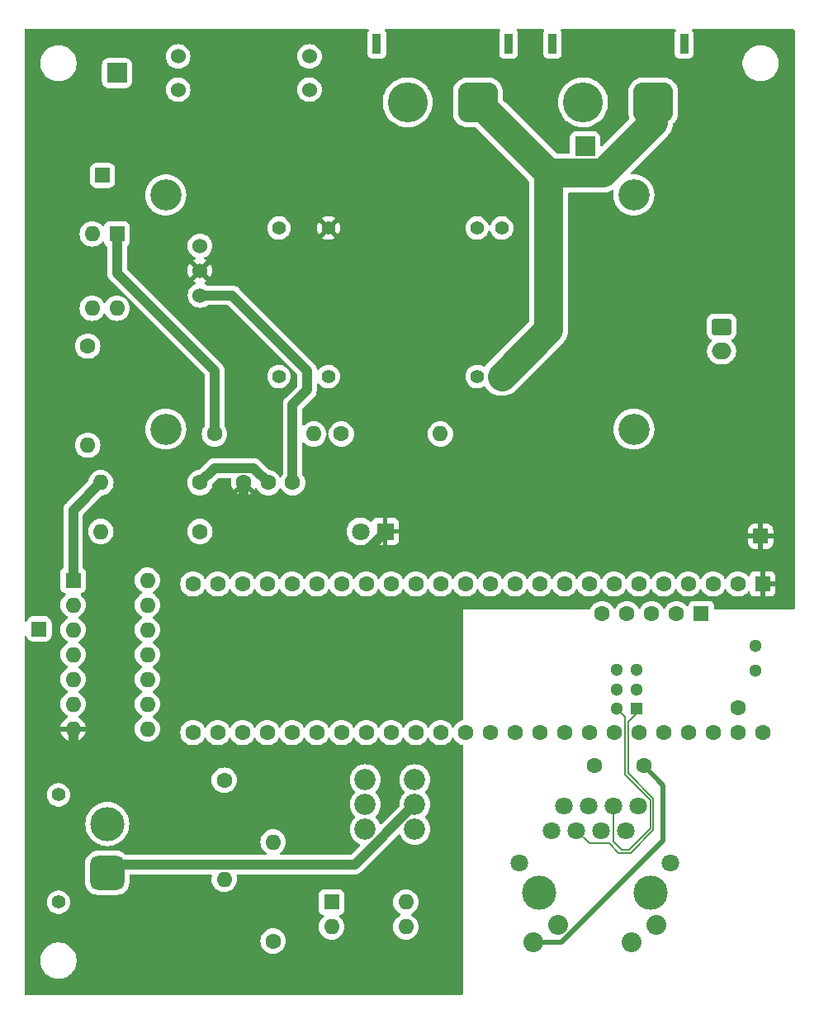
<source format=gbr>
%TF.GenerationSoftware,KiCad,Pcbnew,8.0.6-8.0.6-0~ubuntu22.04.1*%
%TF.CreationDate,2024-12-03T16:31:01+00:00*%
%TF.ProjectId,miniv_motor_controller_board,6d696e69-765f-46d6-9f74-6f725f636f6e,rev?*%
%TF.SameCoordinates,Original*%
%TF.FileFunction,Copper,L2,Bot*%
%TF.FilePolarity,Positive*%
%FSLAX46Y46*%
G04 Gerber Fmt 4.6, Leading zero omitted, Abs format (unit mm)*
G04 Created by KiCad (PCBNEW 8.0.6-8.0.6-0~ubuntu22.04.1) date 2024-12-03 16:31:01*
%MOMM*%
%LPD*%
G01*
G04 APERTURE LIST*
G04 Aperture macros list*
%AMRoundRect*
0 Rectangle with rounded corners*
0 $1 Rounding radius*
0 $2 $3 $4 $5 $6 $7 $8 $9 X,Y pos of 4 corners*
0 Add a 4 corners polygon primitive as box body*
4,1,4,$2,$3,$4,$5,$6,$7,$8,$9,$2,$3,0*
0 Add four circle primitives for the rounded corners*
1,1,$1+$1,$2,$3*
1,1,$1+$1,$4,$5*
1,1,$1+$1,$6,$7*
1,1,$1+$1,$8,$9*
0 Add four rect primitives between the rounded corners*
20,1,$1+$1,$2,$3,$4,$5,0*
20,1,$1+$1,$4,$5,$6,$7,0*
20,1,$1+$1,$6,$7,$8,$9,0*
20,1,$1+$1,$8,$9,$2,$3,0*%
G04 Aperture macros list end*
%TA.AperFunction,ComponentPad*%
%ADD10C,1.600000*%
%TD*%
%TA.AperFunction,ComponentPad*%
%ADD11O,1.600000X1.600000*%
%TD*%
%TA.AperFunction,ComponentPad*%
%ADD12RoundRect,0.250000X-0.750000X0.600000X-0.750000X-0.600000X0.750000X-0.600000X0.750000X0.600000X0*%
%TD*%
%TA.AperFunction,ComponentPad*%
%ADD13O,2.000000X1.700000*%
%TD*%
%TA.AperFunction,ComponentPad*%
%ADD14C,1.524000*%
%TD*%
%TA.AperFunction,ComponentPad*%
%ADD15RoundRect,0.250000X-0.550000X-0.550000X0.550000X-0.550000X0.550000X0.550000X-0.550000X0.550000X0*%
%TD*%
%TA.AperFunction,ComponentPad*%
%ADD16R,1.600000X1.600000*%
%TD*%
%TA.AperFunction,ComponentPad*%
%ADD17R,0.900000X2.000000*%
%TD*%
%TA.AperFunction,ComponentPad*%
%ADD18RoundRect,1.025000X-1.025000X-1.025000X1.025000X-1.025000X1.025000X1.025000X-1.025000X1.025000X0*%
%TD*%
%TA.AperFunction,ComponentPad*%
%ADD19C,4.100000*%
%TD*%
%TA.AperFunction,ComponentPad*%
%ADD20R,1.300000X1.300000*%
%TD*%
%TA.AperFunction,ComponentPad*%
%ADD21C,1.300000*%
%TD*%
%TA.AperFunction,ComponentPad*%
%ADD22C,1.400000*%
%TD*%
%TA.AperFunction,ComponentPad*%
%ADD23RoundRect,0.770000X0.980000X-0.980000X0.980000X0.980000X-0.980000X0.980000X-0.980000X-0.980000X0*%
%TD*%
%TA.AperFunction,ComponentPad*%
%ADD24C,3.500000*%
%TD*%
%TA.AperFunction,ComponentPad*%
%ADD25RoundRect,0.250001X-0.799999X-0.799999X0.799999X-0.799999X0.799999X0.799999X-0.799999X0.799999X0*%
%TD*%
%TA.AperFunction,ComponentPad*%
%ADD26C,2.180000*%
%TD*%
%TA.AperFunction,ComponentPad*%
%ADD27C,1.800000*%
%TD*%
%TA.AperFunction,ComponentPad*%
%ADD28C,2.040000*%
%TD*%
%TA.AperFunction,ComponentPad*%
%ADD29C,3.200000*%
%TD*%
%TA.AperFunction,ComponentPad*%
%ADD30R,1.800000X1.800000*%
%TD*%
%TA.AperFunction,Conductor*%
%ADD31C,1.000000*%
%TD*%
%TA.AperFunction,Conductor*%
%ADD32C,0.127000*%
%TD*%
%TA.AperFunction,Conductor*%
%ADD33C,0.500000*%
%TD*%
%TA.AperFunction,Conductor*%
%ADD34C,3.000000*%
%TD*%
G04 APERTURE END LIST*
D10*
%TO.P,R5,1*%
%TO.N,Net-(R5-Pad1)*%
X68000000Y-144000000D03*
D11*
%TO.P,R5,2*%
%TO.N,Net-(R5-Pad2)*%
X68000000Y-133840000D03*
%TD*%
D12*
%TO.P,J4,1,Pin_1*%
%TO.N,Net-(J4-Pin_1)*%
X114000000Y-81000000D03*
D13*
%TO.P,J4,2,Pin_2*%
%TO.N,Net-(J4-Pin_2)*%
X114000000Y-83500000D03*
%TD*%
D14*
%TO.P,F1,1*%
%TO.N,Net-(J2-Pin_2)*%
X71735000Y-56700000D03*
X71735000Y-53300000D03*
%TO.P,F1,2*%
%TO.N,Net-(JP2-A)*%
X58265000Y-56700000D03*
X58265000Y-53300000D03*
%TD*%
D15*
%TO.P,JP4,1,A*%
%TO.N,Net-(JP4-A)*%
X44000000Y-112000000D03*
%TD*%
D16*
%TO.P,U2,1*%
%TO.N,Net-(R5-Pad2)*%
X74000000Y-140000000D03*
D11*
%TO.P,U2,2*%
%TO.N,Net-(SW1-A-Pad1)*%
X74000000Y-142540000D03*
%TO.P,U2,3*%
%TO.N,Net-(SW1-C-Pad3)*%
X81620000Y-142540000D03*
%TO.P,U2,4*%
%TO.N,Net-(SW1-C-Pad6)*%
X81620000Y-140000000D03*
%TD*%
D17*
%TO.P,J2,*%
%TO.N,*%
X78650000Y-52000000D03*
X92150000Y-52000000D03*
D18*
%TO.P,J2,1,Pin_1*%
%TO.N,GNDREF_Bat*%
X89000000Y-58000000D03*
D19*
%TO.P,J2,2,Pin_2*%
%TO.N,Net-(J2-Pin_2)*%
X81800000Y-58000000D03*
%TD*%
D15*
%TO.P,JP6,1,A*%
%TO.N,+12V*%
X50500000Y-65500000D03*
%TD*%
D16*
%TO.P,U1,1,GND*%
%TO.N,GNDREF*%
X118210000Y-107380000D03*
D10*
%TO.P,U1,2,0_RX1_CRX2_CS1*%
%TO.N,unconnected-(U1-0_RX1_CRX2_CS1-Pad2)*%
X115670000Y-107380000D03*
%TO.P,U1,3,1_TX1_CTX2_MISO1*%
%TO.N,unconnected-(U1-1_TX1_CTX2_MISO1-Pad3)*%
X113130000Y-107380000D03*
%TO.P,U1,4,2_OUT2*%
%TO.N,unconnected-(U1-2_OUT2-Pad4)*%
X110590000Y-107380000D03*
%TO.P,U1,5,3_LRCLK2*%
%TO.N,unconnected-(U1-3_LRCLK2-Pad5)*%
X108050000Y-107380000D03*
%TO.P,U1,6,4_BCLK2*%
%TO.N,unconnected-(U1-4_BCLK2-Pad6)*%
X105510000Y-107380000D03*
%TO.P,U1,7,5_IN2*%
%TO.N,unconnected-(U1-5_IN2-Pad7)*%
X102970000Y-107380000D03*
%TO.P,U1,8,6_OUT1D*%
%TO.N,unconnected-(U1-6_OUT1D-Pad8)*%
X100430000Y-107380000D03*
%TO.P,U1,9,7_RX2_OUT1A*%
%TO.N,unconnected-(U1-7_RX2_OUT1A-Pad9)*%
X97890000Y-107380000D03*
%TO.P,U1,10,8_TX2_IN1*%
%TO.N,unconnected-(U1-8_TX2_IN1-Pad10)*%
X95350000Y-107380000D03*
%TO.P,U1,11,9_OUT1C*%
%TO.N,unconnected-(U1-9_OUT1C-Pad11)*%
X92810000Y-107380000D03*
%TO.P,U1,12,10_CS_MQSR*%
%TO.N,unconnected-(U1-10_CS_MQSR-Pad12)*%
X90270000Y-107380000D03*
%TO.P,U1,13,11_MOSI_CTX1*%
%TO.N,unconnected-(U1-11_MOSI_CTX1-Pad13)*%
X87730000Y-107380000D03*
%TO.P,U1,14,12_MISO_MQSL*%
%TO.N,unconnected-(U1-12_MISO_MQSL-Pad14)*%
X85190000Y-107380000D03*
%TO.P,U1,15,3V3*%
%TO.N,unconnected-(U1-3V3-Pad15)*%
X82650000Y-107380000D03*
%TO.P,U1,16,24_A10_TX6_SCL2*%
%TO.N,unconnected-(U1-24_A10_TX6_SCL2-Pad16)*%
X80110000Y-107380000D03*
%TO.P,U1,17,25_A11_RX6_SDA2*%
%TO.N,unconnected-(U1-25_A11_RX6_SDA2-Pad17)*%
X77570000Y-107380000D03*
%TO.P,U1,18,26_A12_MOSI1*%
%TO.N,unconnected-(U1-26_A12_MOSI1-Pad18)*%
X75030000Y-107380000D03*
%TO.P,U1,19,27_A13_SCK1*%
%TO.N,unconnected-(U1-27_A13_SCK1-Pad19)*%
X72490000Y-107380000D03*
%TO.P,U1,20,28_RX7*%
%TO.N,unconnected-(U1-28_RX7-Pad20)*%
X69950000Y-107380000D03*
%TO.P,U1,21,29_TX7*%
%TO.N,unconnected-(U1-29_TX7-Pad21)*%
X67410000Y-107380000D03*
%TO.P,U1,22,30_CRX3*%
%TO.N,unconnected-(U1-30_CRX3-Pad22)*%
X64870000Y-107380000D03*
%TO.P,U1,23,31_CTX3*%
%TO.N,unconnected-(U1-31_CTX3-Pad23)*%
X62330000Y-107380000D03*
%TO.P,U1,24,32_OUT1B*%
%TO.N,unconnected-(U1-32_OUT1B-Pad24)*%
X59790000Y-107380000D03*
%TO.P,U1,25,33_MCLK2*%
%TO.N,unconnected-(U1-33_MCLK2-Pad25)*%
X59790000Y-122620000D03*
%TO.P,U1,26,34_RX8*%
%TO.N,unconnected-(U1-34_RX8-Pad26)*%
X62330000Y-122620000D03*
%TO.P,U1,27,35_TX8*%
%TO.N,unconnected-(U1-35_TX8-Pad27)*%
X64870000Y-122620000D03*
%TO.P,U1,28,36_CS*%
%TO.N,unconnected-(U1-36_CS-Pad28)*%
X67410000Y-122620000D03*
%TO.P,U1,29,37_CS*%
%TO.N,unconnected-(U1-37_CS-Pad29)*%
X69950000Y-122620000D03*
%TO.P,U1,30,38_CS1_IN1*%
%TO.N,unconnected-(U1-38_CS1_IN1-Pad30)*%
X72490000Y-122620000D03*
%TO.P,U1,31,39_MISO1_OUT1A*%
%TO.N,unconnected-(U1-39_MISO1_OUT1A-Pad31)*%
X75030000Y-122620000D03*
%TO.P,U1,32,40_A16*%
%TO.N,unconnected-(U1-40_A16-Pad32)*%
X77570000Y-122620000D03*
%TO.P,U1,33,41_A17*%
%TO.N,Net-(U1-41_A17)*%
X80110000Y-122620000D03*
%TO.P,U1,34,GND*%
%TO.N,Net-(SW1-A-Pad1)*%
X82650000Y-122620000D03*
%TO.P,U1,35,13_SCK_LED*%
%TO.N,unconnected-(U1-13_SCK_LED-Pad35)*%
X85190000Y-122620000D03*
%TO.P,U1,36,14_A0_TX3_SPDIF_OUT*%
%TO.N,unconnected-(U1-14_A0_TX3_SPDIF_OUT-Pad36)*%
X87730000Y-122620000D03*
%TO.P,U1,37,15_A1_RX3_SPDIF_IN*%
%TO.N,unconnected-(U1-15_A1_RX3_SPDIF_IN-Pad37)*%
X90270000Y-122620000D03*
%TO.P,U1,38,16_A2_RX4_SCL1*%
%TO.N,unconnected-(U1-16_A2_RX4_SCL1-Pad38)*%
X92810000Y-122620000D03*
%TO.P,U1,39,17_A3_TX4_SDA1*%
%TO.N,unconnected-(U1-17_A3_TX4_SDA1-Pad39)*%
X95350000Y-122620000D03*
%TO.P,U1,40,18_A4_SDA*%
%TO.N,unconnected-(U1-18_A4_SDA-Pad40)*%
X97890000Y-122620000D03*
%TO.P,U1,41,19_A5_SCL*%
%TO.N,unconnected-(U1-19_A5_SCL-Pad41)*%
X100430000Y-122620000D03*
%TO.P,U1,42,20_A6_TX5_LRCLK1*%
%TO.N,unconnected-(U1-20_A6_TX5_LRCLK1-Pad42)*%
X102970000Y-122620000D03*
%TO.P,U1,43,21_A7_RX5_BCLK1*%
%TO.N,unconnected-(U1-21_A7_RX5_BCLK1-Pad43)*%
X105510000Y-122620000D03*
%TO.P,U1,44,22_A8_CTX1*%
%TO.N,unconnected-(U1-22_A8_CTX1-Pad44)*%
X108050000Y-122620000D03*
%TO.P,U1,45,23_A9_CRX1_MCLK1*%
%TO.N,unconnected-(U1-23_A9_CRX1_MCLK1-Pad45)*%
X110590000Y-122620000D03*
%TO.P,U1,46,3V3*%
%TO.N,unconnected-(U1-3V3-Pad46)*%
X113130000Y-122620000D03*
%TO.P,U1,47,GND*%
%TO.N,unconnected-(U1-GND-Pad47)*%
X115670000Y-122620000D03*
%TO.P,U1,48,VIN*%
%TO.N,Net-(M78AR05-1-Vout)*%
X118210000Y-122620000D03*
%TO.P,U1,49,VUSB*%
%TO.N,unconnected-(U1-VUSB-Pad49)*%
X115670000Y-120080000D03*
D16*
%TO.P,U1,55,5V*%
%TO.N,unconnected-(U1-5V-Pad55)*%
X111910800Y-110430800D03*
D10*
%TO.P,U1,56,D-*%
%TO.N,unconnected-(U1-D--Pad56)*%
X109370800Y-110430800D03*
%TO.P,U1,57,D+*%
%TO.N,unconnected-(U1-D+-Pad57)*%
X106830800Y-110430800D03*
%TO.P,U1,58,GND*%
%TO.N,unconnected-(U1-GND-Pad58)*%
X104290800Y-110430800D03*
%TO.P,U1,59,GND*%
%TO.N,unconnected-(U1-GND-Pad59)*%
X101750800Y-110430800D03*
D20*
%TO.P,U1,60,R+*%
%TO.N,Net-(U1-R+)*%
X105240000Y-120181600D03*
D21*
%TO.P,U1,61,LED*%
%TO.N,Net-(U1-LED)*%
X105240000Y-118181600D03*
%TO.P,U1,62,T-*%
%TO.N,Net-(U1-T-)*%
X105240000Y-116181600D03*
%TO.P,U1,63,T+*%
%TO.N,Net-(U1-T+)*%
X103240000Y-116181600D03*
%TO.P,U1,64,GND*%
%TO.N,Net-(U5-GND)*%
X103240000Y-118181600D03*
%TO.P,U1,65,R-*%
%TO.N,Net-(U1-R-)*%
X103240000Y-120181600D03*
%TO.P,U1,66,D-*%
%TO.N,unconnected-(U1-D--Pad66)*%
X117480000Y-116270000D03*
%TO.P,U1,67,D+*%
%TO.N,unconnected-(U1-D+-Pad67)*%
X117480000Y-113730000D03*
%TD*%
D22*
%TO.P,J3,*%
%TO.N,*%
X46000000Y-140000000D03*
X46000000Y-129000000D03*
D23*
%TO.P,J3,1,Pin_1*%
%TO.N,Net-(J3-Pin_1)*%
X51000000Y-137000000D03*
D24*
%TO.P,J3,2,Pin_2*%
%TO.N,Net-(J3-Pin_2)*%
X51000000Y-132000000D03*
%TD*%
D10*
%TO.P,R1,1*%
%TO.N,Net-(SW2-B)*%
X60500000Y-97000000D03*
D11*
%TO.P,R1,2*%
%TO.N,Net-(U6-1A)*%
X50340000Y-97000000D03*
%TD*%
D17*
%TO.P,J1,*%
%TO.N,*%
X96650000Y-52000000D03*
X110150000Y-52000000D03*
D18*
%TO.P,J1,1,Pin_1*%
%TO.N,GNDREF_Bat*%
X107000000Y-58000000D03*
D19*
%TO.P,J1,2,Pin_2*%
%TO.N,Net-(J1-Pin_2)*%
X99800000Y-58000000D03*
%TD*%
D25*
%TO.P,JP7,1,A*%
%TO.N,Net-(J1-Pin_2)*%
X100000000Y-62500000D03*
%TD*%
D16*
%TO.P,U6,1,1A*%
%TO.N,Net-(U6-1A)*%
X47500000Y-107000000D03*
D11*
%TO.P,U6,2,1B*%
%TO.N,Net-(U6-1B)*%
X47500000Y-109540000D03*
%TO.P,U6,3,1Y*%
%TO.N,Net-(JP4-A)*%
X47500000Y-112080000D03*
%TO.P,U6,4,2A*%
%TO.N,unconnected-(U6-2A-Pad4)*%
X47500000Y-114620000D03*
%TO.P,U6,5,2B*%
%TO.N,unconnected-(U6-2B-Pad5)*%
X47500000Y-117160000D03*
%TO.P,U6,6,2Y*%
%TO.N,unconnected-(U6-2Y-Pad6)*%
X47500000Y-119700000D03*
%TO.P,U6,7,GND*%
%TO.N,GNDREF*%
X47500000Y-122240000D03*
%TO.P,U6,8,3Y*%
%TO.N,unconnected-(U6-3Y-Pad8)*%
X55120000Y-122240000D03*
%TO.P,U6,9,3A*%
%TO.N,unconnected-(U6-3A-Pad9)*%
X55120000Y-119700000D03*
%TO.P,U6,10,3B*%
%TO.N,unconnected-(U6-3B-Pad10)*%
X55120000Y-117160000D03*
%TO.P,U6,11,4Y*%
%TO.N,unconnected-(U6-4Y-Pad11)*%
X55120000Y-114620000D03*
%TO.P,U6,12,4A*%
%TO.N,unconnected-(U6-4A-Pad12)*%
X55120000Y-112080000D03*
%TO.P,U6,13,4B*%
%TO.N,unconnected-(U6-4B-Pad13)*%
X55120000Y-109540000D03*
%TO.P,U6,14,Vcc*%
%TO.N,Net-(M78AR05-1-Vout)*%
X55120000Y-107000000D03*
%TD*%
D26*
%TO.P,SW1,1,A*%
%TO.N,Net-(SW1-A-Pad1)*%
X82540000Y-127460000D03*
%TO.P,SW1,2,B*%
%TO.N,Net-(J3-Pin_1)*%
X82540000Y-130000000D03*
%TO.P,SW1,3,C*%
%TO.N,Net-(SW1-C-Pad3)*%
X82540000Y-132540000D03*
%TO.P,SW1,4,A*%
%TO.N,Net-(U1-41_A17)*%
X77460000Y-127460000D03*
%TO.P,SW1,5,B*%
%TO.N,Net-(J3-Pin_2)*%
X77460000Y-130000000D03*
%TO.P,SW1,6,C*%
%TO.N,Net-(SW1-C-Pad6)*%
X77460000Y-132540000D03*
%TD*%
D27*
%TO.P,U5,*%
%TO.N,*%
X93250000Y-135950000D03*
D24*
X95285000Y-139000000D03*
X106715000Y-139000000D03*
D27*
X108750000Y-135950000D03*
%TO.P,U5,1,TD+*%
%TO.N,Net-(U1-T+)*%
X96555000Y-132650000D03*
%TO.P,U5,2,TD-*%
%TO.N,Net-(U1-T-)*%
X97825000Y-130110000D03*
%TO.P,U5,3,RD+*%
%TO.N,Net-(U1-R+)*%
X99095000Y-132650000D03*
%TO.P,U5,4,CT*%
%TO.N,Net-(C1-Pad2)*%
X100365000Y-130110000D03*
%TO.P,U5,5,CT*%
X101635000Y-132650000D03*
%TO.P,U5,6,RD-*%
%TO.N,Net-(U1-R-)*%
X102905000Y-130110000D03*
%TO.P,U5,7*%
%TO.N,unconnected-(U5-Pad7)*%
X104175000Y-132650000D03*
%TO.P,U5,8,GND*%
%TO.N,Net-(U5-GND)*%
X105445000Y-130110000D03*
D28*
%TO.P,U5,9*%
X94675000Y-144080000D03*
%TO.P,U5,10*%
%TO.N,Net-(U1-LED)*%
X97215000Y-142380000D03*
%TO.P,U5,11*%
%TO.N,unconnected-(U5-Pad11)*%
X104785000Y-144080000D03*
%TO.P,U5,12*%
%TO.N,unconnected-(U5-Pad12)*%
X107325000Y-142380000D03*
%TD*%
D14*
%TO.P,M78AR05-1,1,Vin*%
%TO.N,+12V*%
X60500000Y-72710000D03*
%TO.P,M78AR05-1,2,GND*%
%TO.N,GNDREF*%
X60500000Y-75250000D03*
%TO.P,M78AR05-1,3,Vout*%
%TO.N,Net-(M78AR05-1-Vout)*%
X60516000Y-77790000D03*
%TD*%
D10*
%TO.P,R2,1*%
%TO.N,Net-(R2-Pad1)*%
X49000000Y-83000000D03*
D11*
%TO.P,R2,2*%
%TO.N,Net-(U6-1B)*%
X49000000Y-93160000D03*
%TD*%
D15*
%TO.P,JP5,1,A*%
%TO.N,GNDREF*%
X118000000Y-102500000D03*
%TD*%
D29*
%TO.P,U4,*%
%TO.N,*%
X105000000Y-91500000D03*
X105000000Y-67500000D03*
X57000000Y-91500000D03*
X57000000Y-67500000D03*
%TD*%
D16*
%TO.P,U3,1*%
%TO.N,Net-(R7-Pad1)*%
X52000000Y-71500000D03*
D11*
%TO.P,U3,2*%
%TO.N,Net-(J4-Pin_1)*%
X49460000Y-71500000D03*
%TO.P,U3,3*%
%TO.N,Net-(R2-Pad1)*%
X49460000Y-79120000D03*
%TO.P,U3,4*%
%TO.N,Net-(M78AR05-1-Vout)*%
X52000000Y-79120000D03*
%TD*%
D25*
%TO.P,JP2,1,A*%
%TO.N,Net-(JP2-A)*%
X52000000Y-55000000D03*
%TD*%
D10*
%TO.P,SW2,1,A*%
%TO.N,GNDREF*%
X65000000Y-97000000D03*
%TO.P,SW2,2,B*%
%TO.N,Net-(SW2-B)*%
X67500000Y-97000000D03*
%TO.P,SW2,3,C*%
%TO.N,Net-(M78AR05-1-Vout)*%
X70000000Y-97000000D03*
%TD*%
%TO.P,R8,1*%
%TO.N,Net-(R7-Pad2)*%
X75000000Y-92000000D03*
D11*
%TO.P,R8,2*%
%TO.N,Net-(J4-Pin_2)*%
X85160000Y-92000000D03*
%TD*%
D22*
%TO.P,U7,*%
%TO.N,*%
X73680000Y-86110000D03*
%TO.P,U7,2,-Vin*%
%TO.N,GNDREF_Bat*%
X91460000Y-86110000D03*
%TO.P,U7,3,-Vin*%
X88920000Y-86110000D03*
%TO.P,U7,11,NC*%
%TO.N,unconnected-(U7-NC-Pad11)*%
X68600000Y-86110000D03*
%TO.P,U7,14,+Vout*%
%TO.N,+12V*%
X68600000Y-70890000D03*
%TO.P,U7,16,-Vout*%
%TO.N,GNDREF*%
X73680000Y-70890000D03*
%TO.P,U7,22,+Vin*%
%TO.N,Net-(J1-Pin_2)*%
X88920000Y-70890000D03*
%TO.P,U7,23,+Vin*%
X91460000Y-70890000D03*
%TD*%
D10*
%TO.P,R6,1*%
%TO.N,Net-(U1-41_A17)*%
X63000000Y-127500000D03*
D11*
%TO.P,R6,2*%
%TO.N,Net-(R5-Pad1)*%
X63000000Y-137660000D03*
%TD*%
D30*
%TO.P,D2,1,K*%
%TO.N,GNDREF*%
X79500000Y-102000000D03*
D27*
%TO.P,D2,2,A*%
%TO.N,Net-(D2-A)*%
X76960000Y-102000000D03*
%TD*%
D10*
%TO.P,R7,1*%
%TO.N,Net-(R7-Pad1)*%
X62000000Y-92000000D03*
D11*
%TO.P,R7,2*%
%TO.N,Net-(R7-Pad2)*%
X72160000Y-92000000D03*
%TD*%
D10*
%TO.P,C1,1*%
%TO.N,Net-(U5-GND)*%
X106000000Y-126000000D03*
%TO.P,C1,2*%
%TO.N,Net-(C1-Pad2)*%
X101000000Y-126000000D03*
%TD*%
%TO.P,R4,1*%
%TO.N,Net-(D2-A)*%
X60500000Y-102000000D03*
D11*
%TO.P,R4,2*%
%TO.N,Net-(JP4-A)*%
X50340000Y-102000000D03*
%TD*%
D31*
%TO.N,Net-(M78AR05-1-Vout)*%
X71500000Y-87500000D02*
X70000000Y-89000000D01*
X63790000Y-77790000D02*
X71500000Y-85500000D01*
X71500000Y-85500000D02*
X71500000Y-87500000D01*
X60516000Y-77790000D02*
X63790000Y-77790000D01*
X70000000Y-89000000D02*
X70000000Y-97000000D01*
%TO.N,Net-(SW2-B)*%
X62000000Y-95500000D02*
X60500000Y-97000000D01*
X66000000Y-95500000D02*
X62000000Y-95500000D01*
X67500000Y-97000000D02*
X66000000Y-95500000D01*
D32*
%TO.N,Net-(U1-R-)*%
X106680000Y-129540000D02*
X106680000Y-132461000D01*
X102905000Y-133766000D02*
X102905000Y-130110000D01*
X103759000Y-134620000D02*
X102905000Y-133766000D01*
X103240000Y-120181600D02*
X104067000Y-121008600D01*
X104067000Y-121008600D02*
X104067000Y-126927000D01*
X106680000Y-132461000D02*
X104521000Y-134620000D01*
X104067000Y-126927000D02*
X106680000Y-129540000D01*
X104521000Y-134620000D02*
X103759000Y-134620000D01*
D33*
%TO.N,Net-(U5-GND)*%
X106000000Y-126000000D02*
X108000000Y-128000000D01*
X97593894Y-144080000D02*
X94675000Y-144080000D01*
X108000000Y-133673894D02*
X97593894Y-144080000D01*
X108000000Y-128000000D02*
X108000000Y-133673894D01*
D32*
%TO.N,Net-(U1-R+)*%
X107007000Y-132642000D02*
X107007000Y-129359000D01*
X104394000Y-126746000D02*
X104394000Y-121539000D01*
X104702000Y-134947000D02*
X107007000Y-132642000D01*
X107007000Y-129359000D02*
X104394000Y-126746000D01*
X100430000Y-133985000D02*
X102489000Y-133985000D01*
X99095000Y-132650000D02*
X100430000Y-133985000D01*
X104394000Y-121539000D02*
X105240000Y-120693000D01*
X102489000Y-133985000D02*
X103451000Y-134947000D01*
X103451000Y-134947000D02*
X104702000Y-134947000D01*
D31*
%TO.N,Net-(R7-Pad1)*%
X62000000Y-85500000D02*
X62000000Y-92000000D01*
X52000000Y-71500000D02*
X52000000Y-75500000D01*
X52000000Y-75500000D02*
X62000000Y-85500000D01*
%TO.N,Net-(J3-Pin_1)*%
X82540000Y-130000000D02*
X76380000Y-136160000D01*
X51840000Y-136160000D02*
X51000000Y-137000000D01*
X76380000Y-136160000D02*
X51840000Y-136160000D01*
%TO.N,GNDREF*%
X79500000Y-102000000D02*
X76500000Y-105000000D01*
X76500000Y-105000000D02*
X63500000Y-105000000D01*
X59000000Y-105000000D02*
X57000000Y-107000000D01*
X65000000Y-103500000D02*
X63500000Y-105000000D01*
X56500000Y-125500000D02*
X48500000Y-125500000D01*
X63500000Y-105000000D02*
X59000000Y-105000000D01*
X65000000Y-97000000D02*
X65000000Y-103500000D01*
X48500000Y-125500000D02*
X47500000Y-124500000D01*
X57000000Y-107000000D02*
X57000000Y-125000000D01*
X57000000Y-125000000D02*
X56500000Y-125500000D01*
X47500000Y-124500000D02*
X47500000Y-122240000D01*
D34*
%TO.N,GNDREF_Bat*%
X96250000Y-65250000D02*
X89000000Y-58000000D01*
X107000000Y-58000000D02*
X107000000Y-60049999D01*
X101799999Y-65250000D02*
X96250000Y-65250000D01*
X96250000Y-81320000D02*
X96250000Y-65250000D01*
X107000000Y-60049999D02*
X101799999Y-65250000D01*
X91460000Y-86110000D02*
X96250000Y-81320000D01*
D31*
%TO.N,Net-(U6-1A)*%
X50340000Y-97000000D02*
X47500000Y-99840000D01*
X47500000Y-99840000D02*
X47500000Y-107000000D01*
%TD*%
%TA.AperFunction,Conductor*%
%TO.N,GNDREF*%
G36*
X121499500Y-109876000D02*
G01*
X121479815Y-109943039D01*
X121427011Y-109988794D01*
X121375500Y-110000000D01*
X113335299Y-110000000D01*
X113268260Y-109980315D01*
X113222505Y-109927511D01*
X113211299Y-109876000D01*
X113211299Y-109582929D01*
X113211298Y-109582923D01*
X113204891Y-109523316D01*
X113154597Y-109388471D01*
X113154593Y-109388464D01*
X113068347Y-109273255D01*
X113068344Y-109273252D01*
X112953135Y-109187006D01*
X112953128Y-109187002D01*
X112818282Y-109136708D01*
X112818283Y-109136708D01*
X112758683Y-109130301D01*
X112758681Y-109130300D01*
X112758673Y-109130300D01*
X112758664Y-109130300D01*
X111062929Y-109130300D01*
X111062923Y-109130301D01*
X111003316Y-109136708D01*
X110868471Y-109187002D01*
X110868464Y-109187006D01*
X110753255Y-109273252D01*
X110753252Y-109273255D01*
X110667006Y-109388464D01*
X110667002Y-109388471D01*
X110616708Y-109523316D01*
X110612937Y-109558396D01*
X110586198Y-109622946D01*
X110528806Y-109662794D01*
X110458980Y-109665287D01*
X110398892Y-109629634D01*
X110388073Y-109616262D01*
X110370845Y-109591658D01*
X110209941Y-109430754D01*
X110023534Y-109300232D01*
X110023532Y-109300231D01*
X109817297Y-109204061D01*
X109817288Y-109204058D01*
X109597497Y-109145166D01*
X109597493Y-109145165D01*
X109597492Y-109145165D01*
X109597491Y-109145164D01*
X109597486Y-109145164D01*
X109370802Y-109125332D01*
X109370798Y-109125332D01*
X109144113Y-109145164D01*
X109144102Y-109145166D01*
X108924311Y-109204058D01*
X108924302Y-109204061D01*
X108718067Y-109300231D01*
X108718065Y-109300232D01*
X108531658Y-109430754D01*
X108370754Y-109591658D01*
X108240233Y-109778064D01*
X108213182Y-109836075D01*
X108167009Y-109888514D01*
X108099815Y-109907665D01*
X108032934Y-109887449D01*
X107988418Y-109836075D01*
X107961368Y-109778066D01*
X107830847Y-109591661D01*
X107830845Y-109591658D01*
X107669941Y-109430754D01*
X107483534Y-109300232D01*
X107483532Y-109300231D01*
X107277297Y-109204061D01*
X107277288Y-109204058D01*
X107057497Y-109145166D01*
X107057493Y-109145165D01*
X107057492Y-109145165D01*
X107057491Y-109145164D01*
X107057486Y-109145164D01*
X106830802Y-109125332D01*
X106830798Y-109125332D01*
X106604113Y-109145164D01*
X106604102Y-109145166D01*
X106384311Y-109204058D01*
X106384302Y-109204061D01*
X106178067Y-109300231D01*
X106178065Y-109300232D01*
X105991658Y-109430754D01*
X105830754Y-109591658D01*
X105700233Y-109778064D01*
X105673182Y-109836075D01*
X105627009Y-109888514D01*
X105559815Y-109907665D01*
X105492934Y-109887449D01*
X105448418Y-109836075D01*
X105421368Y-109778066D01*
X105290847Y-109591661D01*
X105290845Y-109591658D01*
X105129941Y-109430754D01*
X104943534Y-109300232D01*
X104943532Y-109300231D01*
X104737297Y-109204061D01*
X104737288Y-109204058D01*
X104517497Y-109145166D01*
X104517493Y-109145165D01*
X104517492Y-109145165D01*
X104517491Y-109145164D01*
X104517486Y-109145164D01*
X104290802Y-109125332D01*
X104290798Y-109125332D01*
X104064113Y-109145164D01*
X104064102Y-109145166D01*
X103844311Y-109204058D01*
X103844302Y-109204061D01*
X103638067Y-109300231D01*
X103638065Y-109300232D01*
X103451658Y-109430754D01*
X103290754Y-109591658D01*
X103160233Y-109778064D01*
X103133182Y-109836075D01*
X103087009Y-109888514D01*
X103019815Y-109907665D01*
X102952934Y-109887449D01*
X102908418Y-109836075D01*
X102881368Y-109778066D01*
X102750847Y-109591661D01*
X102750845Y-109591658D01*
X102589941Y-109430754D01*
X102403534Y-109300232D01*
X102403532Y-109300231D01*
X102197297Y-109204061D01*
X102197288Y-109204058D01*
X101977497Y-109145166D01*
X101977493Y-109145165D01*
X101977492Y-109145165D01*
X101977491Y-109145164D01*
X101977486Y-109145164D01*
X101750802Y-109125332D01*
X101750798Y-109125332D01*
X101524113Y-109145164D01*
X101524102Y-109145166D01*
X101304311Y-109204058D01*
X101304302Y-109204061D01*
X101098067Y-109300231D01*
X101098065Y-109300232D01*
X100911658Y-109430754D01*
X100750754Y-109591658D01*
X100620232Y-109778065D01*
X100620231Y-109778067D01*
X100550127Y-109928405D01*
X100503954Y-109980844D01*
X100437745Y-110000000D01*
X87500000Y-110000000D01*
X87500000Y-108664748D01*
X87503308Y-108665635D01*
X87665230Y-108679801D01*
X87729998Y-108685468D01*
X87730000Y-108685468D01*
X87730002Y-108685468D01*
X87792511Y-108679999D01*
X87956692Y-108665635D01*
X88176496Y-108606739D01*
X88382734Y-108510568D01*
X88569139Y-108380047D01*
X88730047Y-108219139D01*
X88860568Y-108032734D01*
X88887618Y-107974724D01*
X88933790Y-107922285D01*
X89000983Y-107903133D01*
X89067865Y-107923348D01*
X89112382Y-107974725D01*
X89139429Y-108032728D01*
X89139432Y-108032734D01*
X89269954Y-108219141D01*
X89430858Y-108380045D01*
X89430861Y-108380047D01*
X89617266Y-108510568D01*
X89823504Y-108606739D01*
X90043308Y-108665635D01*
X90205230Y-108679801D01*
X90269998Y-108685468D01*
X90270000Y-108685468D01*
X90270002Y-108685468D01*
X90332511Y-108679999D01*
X90496692Y-108665635D01*
X90716496Y-108606739D01*
X90922734Y-108510568D01*
X91109139Y-108380047D01*
X91270047Y-108219139D01*
X91400568Y-108032734D01*
X91427618Y-107974724D01*
X91473790Y-107922285D01*
X91540983Y-107903133D01*
X91607865Y-107923348D01*
X91652382Y-107974725D01*
X91679429Y-108032728D01*
X91679432Y-108032734D01*
X91809954Y-108219141D01*
X91970858Y-108380045D01*
X91970861Y-108380047D01*
X92157266Y-108510568D01*
X92363504Y-108606739D01*
X92583308Y-108665635D01*
X92745230Y-108679801D01*
X92809998Y-108685468D01*
X92810000Y-108685468D01*
X92810002Y-108685468D01*
X92872511Y-108679999D01*
X93036692Y-108665635D01*
X93256496Y-108606739D01*
X93462734Y-108510568D01*
X93649139Y-108380047D01*
X93810047Y-108219139D01*
X93940568Y-108032734D01*
X93967618Y-107974724D01*
X94013790Y-107922285D01*
X94080983Y-107903133D01*
X94147865Y-107923348D01*
X94192382Y-107974725D01*
X94219429Y-108032728D01*
X94219432Y-108032734D01*
X94349954Y-108219141D01*
X94510858Y-108380045D01*
X94510861Y-108380047D01*
X94697266Y-108510568D01*
X94903504Y-108606739D01*
X95123308Y-108665635D01*
X95285230Y-108679801D01*
X95349998Y-108685468D01*
X95350000Y-108685468D01*
X95350002Y-108685468D01*
X95412511Y-108679999D01*
X95576692Y-108665635D01*
X95796496Y-108606739D01*
X96002734Y-108510568D01*
X96189139Y-108380047D01*
X96350047Y-108219139D01*
X96480568Y-108032734D01*
X96507618Y-107974724D01*
X96553790Y-107922285D01*
X96620983Y-107903133D01*
X96687865Y-107923348D01*
X96732382Y-107974725D01*
X96759429Y-108032728D01*
X96759432Y-108032734D01*
X96889954Y-108219141D01*
X97050858Y-108380045D01*
X97050861Y-108380047D01*
X97237266Y-108510568D01*
X97443504Y-108606739D01*
X97663308Y-108665635D01*
X97825230Y-108679801D01*
X97889998Y-108685468D01*
X97890000Y-108685468D01*
X97890002Y-108685468D01*
X97952511Y-108679999D01*
X98116692Y-108665635D01*
X98336496Y-108606739D01*
X98542734Y-108510568D01*
X98729139Y-108380047D01*
X98890047Y-108219139D01*
X99020568Y-108032734D01*
X99047618Y-107974724D01*
X99093790Y-107922285D01*
X99160983Y-107903133D01*
X99227865Y-107923348D01*
X99272382Y-107974725D01*
X99299429Y-108032728D01*
X99299432Y-108032734D01*
X99429954Y-108219141D01*
X99590858Y-108380045D01*
X99590861Y-108380047D01*
X99777266Y-108510568D01*
X99983504Y-108606739D01*
X100203308Y-108665635D01*
X100365230Y-108679801D01*
X100429998Y-108685468D01*
X100430000Y-108685468D01*
X100430002Y-108685468D01*
X100492511Y-108679999D01*
X100656692Y-108665635D01*
X100876496Y-108606739D01*
X101082734Y-108510568D01*
X101269139Y-108380047D01*
X101430047Y-108219139D01*
X101560568Y-108032734D01*
X101587618Y-107974724D01*
X101633790Y-107922285D01*
X101700983Y-107903133D01*
X101767865Y-107923348D01*
X101812382Y-107974725D01*
X101839429Y-108032728D01*
X101839432Y-108032734D01*
X101969954Y-108219141D01*
X102130858Y-108380045D01*
X102130861Y-108380047D01*
X102317266Y-108510568D01*
X102523504Y-108606739D01*
X102743308Y-108665635D01*
X102905230Y-108679801D01*
X102969998Y-108685468D01*
X102970000Y-108685468D01*
X102970002Y-108685468D01*
X103032511Y-108679999D01*
X103196692Y-108665635D01*
X103416496Y-108606739D01*
X103622734Y-108510568D01*
X103809139Y-108380047D01*
X103970047Y-108219139D01*
X104100568Y-108032734D01*
X104127618Y-107974724D01*
X104173790Y-107922285D01*
X104240983Y-107903133D01*
X104307865Y-107923348D01*
X104352382Y-107974725D01*
X104379429Y-108032728D01*
X104379432Y-108032734D01*
X104509954Y-108219141D01*
X104670858Y-108380045D01*
X104670861Y-108380047D01*
X104857266Y-108510568D01*
X105063504Y-108606739D01*
X105283308Y-108665635D01*
X105445230Y-108679801D01*
X105509998Y-108685468D01*
X105510000Y-108685468D01*
X105510002Y-108685468D01*
X105572511Y-108679999D01*
X105736692Y-108665635D01*
X105956496Y-108606739D01*
X106162734Y-108510568D01*
X106349139Y-108380047D01*
X106510047Y-108219139D01*
X106640568Y-108032734D01*
X106667618Y-107974724D01*
X106713790Y-107922285D01*
X106780983Y-107903133D01*
X106847865Y-107923348D01*
X106892382Y-107974725D01*
X106919429Y-108032728D01*
X106919432Y-108032734D01*
X107049954Y-108219141D01*
X107210858Y-108380045D01*
X107210861Y-108380047D01*
X107397266Y-108510568D01*
X107603504Y-108606739D01*
X107823308Y-108665635D01*
X107985230Y-108679801D01*
X108049998Y-108685468D01*
X108050000Y-108685468D01*
X108050002Y-108685468D01*
X108112511Y-108679999D01*
X108276692Y-108665635D01*
X108496496Y-108606739D01*
X108702734Y-108510568D01*
X108889139Y-108380047D01*
X109050047Y-108219139D01*
X109180568Y-108032734D01*
X109207618Y-107974724D01*
X109253790Y-107922285D01*
X109320983Y-107903133D01*
X109387865Y-107923348D01*
X109432382Y-107974725D01*
X109459429Y-108032728D01*
X109459432Y-108032734D01*
X109589954Y-108219141D01*
X109750858Y-108380045D01*
X109750861Y-108380047D01*
X109937266Y-108510568D01*
X110143504Y-108606739D01*
X110363308Y-108665635D01*
X110525230Y-108679801D01*
X110589998Y-108685468D01*
X110590000Y-108685468D01*
X110590002Y-108685468D01*
X110652511Y-108679999D01*
X110816692Y-108665635D01*
X111036496Y-108606739D01*
X111242734Y-108510568D01*
X111429139Y-108380047D01*
X111590047Y-108219139D01*
X111720568Y-108032734D01*
X111747618Y-107974724D01*
X111793790Y-107922285D01*
X111860983Y-107903133D01*
X111927865Y-107923348D01*
X111972382Y-107974725D01*
X111999429Y-108032728D01*
X111999432Y-108032734D01*
X112129954Y-108219141D01*
X112290858Y-108380045D01*
X112290861Y-108380047D01*
X112477266Y-108510568D01*
X112683504Y-108606739D01*
X112903308Y-108665635D01*
X113065230Y-108679801D01*
X113129998Y-108685468D01*
X113130000Y-108685468D01*
X113130002Y-108685468D01*
X113192511Y-108679999D01*
X113356692Y-108665635D01*
X113576496Y-108606739D01*
X113782734Y-108510568D01*
X113969139Y-108380047D01*
X114130047Y-108219139D01*
X114260568Y-108032734D01*
X114287618Y-107974724D01*
X114333790Y-107922285D01*
X114400983Y-107903133D01*
X114467865Y-107923348D01*
X114512382Y-107974725D01*
X114539429Y-108032728D01*
X114539432Y-108032734D01*
X114669954Y-108219141D01*
X114830858Y-108380045D01*
X114830861Y-108380047D01*
X115017266Y-108510568D01*
X115223504Y-108606739D01*
X115443308Y-108665635D01*
X115605230Y-108679801D01*
X115669998Y-108685468D01*
X115670000Y-108685468D01*
X115670002Y-108685468D01*
X115732511Y-108679999D01*
X115896692Y-108665635D01*
X116116496Y-108606739D01*
X116322734Y-108510568D01*
X116509139Y-108380047D01*
X116670047Y-108219139D01*
X116687710Y-108193912D01*
X116742285Y-108150289D01*
X116811783Y-108143094D01*
X116874138Y-108174615D01*
X116909553Y-108234844D01*
X116912574Y-108251778D01*
X116916401Y-108287373D01*
X116916403Y-108287379D01*
X116966645Y-108422086D01*
X116966649Y-108422093D01*
X117052809Y-108537187D01*
X117052812Y-108537190D01*
X117167906Y-108623350D01*
X117167913Y-108623354D01*
X117302620Y-108673596D01*
X117302627Y-108673598D01*
X117362155Y-108679999D01*
X117362172Y-108680000D01*
X117960000Y-108680000D01*
X117960000Y-107870747D01*
X117997708Y-107892518D01*
X118137591Y-107930000D01*
X118282409Y-107930000D01*
X118422292Y-107892518D01*
X118460000Y-107870747D01*
X118460000Y-108680000D01*
X119057828Y-108680000D01*
X119057844Y-108679999D01*
X119117372Y-108673598D01*
X119117379Y-108673596D01*
X119252086Y-108623354D01*
X119252093Y-108623350D01*
X119367187Y-108537190D01*
X119367190Y-108537187D01*
X119453350Y-108422093D01*
X119453354Y-108422086D01*
X119503596Y-108287379D01*
X119503598Y-108287372D01*
X119509999Y-108227844D01*
X119510000Y-108227827D01*
X119510000Y-107630000D01*
X118700748Y-107630000D01*
X118722518Y-107592292D01*
X118760000Y-107452409D01*
X118760000Y-107307591D01*
X118722518Y-107167708D01*
X118700748Y-107130000D01*
X119510000Y-107130000D01*
X119510000Y-106532172D01*
X119509999Y-106532155D01*
X119503598Y-106472627D01*
X119503596Y-106472620D01*
X119453354Y-106337913D01*
X119453350Y-106337906D01*
X119367190Y-106222812D01*
X119367187Y-106222809D01*
X119252093Y-106136649D01*
X119252086Y-106136645D01*
X119117379Y-106086403D01*
X119117372Y-106086401D01*
X119057844Y-106080000D01*
X118460000Y-106080000D01*
X118460000Y-106889252D01*
X118422292Y-106867482D01*
X118282409Y-106830000D01*
X118137591Y-106830000D01*
X117997708Y-106867482D01*
X117960000Y-106889252D01*
X117960000Y-106080000D01*
X117362155Y-106080000D01*
X117302627Y-106086401D01*
X117302620Y-106086403D01*
X117167913Y-106136645D01*
X117167906Y-106136649D01*
X117052812Y-106222809D01*
X117052809Y-106222812D01*
X116966649Y-106337906D01*
X116966645Y-106337913D01*
X116916403Y-106472620D01*
X116916401Y-106472626D01*
X116912574Y-106508221D01*
X116885835Y-106572772D01*
X116828441Y-106612618D01*
X116758616Y-106615110D01*
X116698528Y-106579456D01*
X116687710Y-106566086D01*
X116670045Y-106540858D01*
X116509141Y-106379954D01*
X116322734Y-106249432D01*
X116322732Y-106249431D01*
X116116497Y-106153261D01*
X116116488Y-106153258D01*
X115896697Y-106094366D01*
X115896693Y-106094365D01*
X115896692Y-106094365D01*
X115896691Y-106094364D01*
X115896686Y-106094364D01*
X115670002Y-106074532D01*
X115669998Y-106074532D01*
X115443313Y-106094364D01*
X115443302Y-106094366D01*
X115223511Y-106153258D01*
X115223502Y-106153261D01*
X115017267Y-106249431D01*
X115017265Y-106249432D01*
X114830858Y-106379954D01*
X114669954Y-106540858D01*
X114539432Y-106727265D01*
X114539431Y-106727267D01*
X114512382Y-106785275D01*
X114466209Y-106837714D01*
X114399016Y-106856866D01*
X114332135Y-106836650D01*
X114287618Y-106785275D01*
X114260568Y-106727267D01*
X114260567Y-106727265D01*
X114130045Y-106540858D01*
X113969141Y-106379954D01*
X113782734Y-106249432D01*
X113782732Y-106249431D01*
X113576497Y-106153261D01*
X113576488Y-106153258D01*
X113356697Y-106094366D01*
X113356693Y-106094365D01*
X113356692Y-106094365D01*
X113356691Y-106094364D01*
X113356686Y-106094364D01*
X113130002Y-106074532D01*
X113129998Y-106074532D01*
X112903313Y-106094364D01*
X112903302Y-106094366D01*
X112683511Y-106153258D01*
X112683502Y-106153261D01*
X112477267Y-106249431D01*
X112477265Y-106249432D01*
X112290858Y-106379954D01*
X112129954Y-106540858D01*
X111999432Y-106727265D01*
X111999431Y-106727267D01*
X111972382Y-106785275D01*
X111926209Y-106837714D01*
X111859016Y-106856866D01*
X111792135Y-106836650D01*
X111747618Y-106785275D01*
X111720568Y-106727267D01*
X111720567Y-106727265D01*
X111590045Y-106540858D01*
X111429141Y-106379954D01*
X111242734Y-106249432D01*
X111242732Y-106249431D01*
X111036497Y-106153261D01*
X111036488Y-106153258D01*
X110816697Y-106094366D01*
X110816693Y-106094365D01*
X110816692Y-106094365D01*
X110816691Y-106094364D01*
X110816686Y-106094364D01*
X110590002Y-106074532D01*
X110589998Y-106074532D01*
X110363313Y-106094364D01*
X110363302Y-106094366D01*
X110143511Y-106153258D01*
X110143502Y-106153261D01*
X109937267Y-106249431D01*
X109937265Y-106249432D01*
X109750858Y-106379954D01*
X109589954Y-106540858D01*
X109459432Y-106727265D01*
X109459431Y-106727267D01*
X109432382Y-106785275D01*
X109386209Y-106837714D01*
X109319016Y-106856866D01*
X109252135Y-106836650D01*
X109207618Y-106785275D01*
X109180568Y-106727267D01*
X109180567Y-106727265D01*
X109050045Y-106540858D01*
X108889141Y-106379954D01*
X108702734Y-106249432D01*
X108702732Y-106249431D01*
X108496497Y-106153261D01*
X108496488Y-106153258D01*
X108276697Y-106094366D01*
X108276693Y-106094365D01*
X108276692Y-106094365D01*
X108276691Y-106094364D01*
X108276686Y-106094364D01*
X108050002Y-106074532D01*
X108049998Y-106074532D01*
X107823313Y-106094364D01*
X107823302Y-106094366D01*
X107603511Y-106153258D01*
X107603502Y-106153261D01*
X107397267Y-106249431D01*
X107397265Y-106249432D01*
X107210858Y-106379954D01*
X107049954Y-106540858D01*
X106919432Y-106727265D01*
X106919431Y-106727267D01*
X106892382Y-106785275D01*
X106846209Y-106837714D01*
X106779016Y-106856866D01*
X106712135Y-106836650D01*
X106667618Y-106785275D01*
X106640568Y-106727267D01*
X106640567Y-106727265D01*
X106510045Y-106540858D01*
X106349141Y-106379954D01*
X106162734Y-106249432D01*
X106162732Y-106249431D01*
X105956497Y-106153261D01*
X105956488Y-106153258D01*
X105736697Y-106094366D01*
X105736693Y-106094365D01*
X105736692Y-106094365D01*
X105736691Y-106094364D01*
X105736686Y-106094364D01*
X105510002Y-106074532D01*
X105509998Y-106074532D01*
X105283313Y-106094364D01*
X105283302Y-106094366D01*
X105063511Y-106153258D01*
X105063502Y-106153261D01*
X104857267Y-106249431D01*
X104857265Y-106249432D01*
X104670858Y-106379954D01*
X104509954Y-106540858D01*
X104379432Y-106727265D01*
X104379431Y-106727267D01*
X104352382Y-106785275D01*
X104306209Y-106837714D01*
X104239016Y-106856866D01*
X104172135Y-106836650D01*
X104127618Y-106785275D01*
X104100568Y-106727267D01*
X104100567Y-106727265D01*
X103970045Y-106540858D01*
X103809141Y-106379954D01*
X103622734Y-106249432D01*
X103622732Y-106249431D01*
X103416497Y-106153261D01*
X103416488Y-106153258D01*
X103196697Y-106094366D01*
X103196693Y-106094365D01*
X103196692Y-106094365D01*
X103196691Y-106094364D01*
X103196686Y-106094364D01*
X102970002Y-106074532D01*
X102969998Y-106074532D01*
X102743313Y-106094364D01*
X102743302Y-106094366D01*
X102523511Y-106153258D01*
X102523502Y-106153261D01*
X102317267Y-106249431D01*
X102317265Y-106249432D01*
X102130858Y-106379954D01*
X101969954Y-106540858D01*
X101839432Y-106727265D01*
X101839431Y-106727267D01*
X101812382Y-106785275D01*
X101766209Y-106837714D01*
X101699016Y-106856866D01*
X101632135Y-106836650D01*
X101587618Y-106785275D01*
X101560568Y-106727267D01*
X101560567Y-106727265D01*
X101430045Y-106540858D01*
X101269141Y-106379954D01*
X101082734Y-106249432D01*
X101082732Y-106249431D01*
X100876497Y-106153261D01*
X100876488Y-106153258D01*
X100656697Y-106094366D01*
X100656693Y-106094365D01*
X100656692Y-106094365D01*
X100656691Y-106094364D01*
X100656686Y-106094364D01*
X100430002Y-106074532D01*
X100429998Y-106074532D01*
X100203313Y-106094364D01*
X100203302Y-106094366D01*
X99983511Y-106153258D01*
X99983502Y-106153261D01*
X99777267Y-106249431D01*
X99777265Y-106249432D01*
X99590858Y-106379954D01*
X99429954Y-106540858D01*
X99299432Y-106727265D01*
X99299431Y-106727267D01*
X99272382Y-106785275D01*
X99226209Y-106837714D01*
X99159016Y-106856866D01*
X99092135Y-106836650D01*
X99047618Y-106785275D01*
X99020568Y-106727267D01*
X99020567Y-106727265D01*
X98890045Y-106540858D01*
X98729141Y-106379954D01*
X98542734Y-106249432D01*
X98542732Y-106249431D01*
X98336497Y-106153261D01*
X98336488Y-106153258D01*
X98116697Y-106094366D01*
X98116693Y-106094365D01*
X98116692Y-106094365D01*
X98116691Y-106094364D01*
X98116686Y-106094364D01*
X97890002Y-106074532D01*
X97889998Y-106074532D01*
X97663313Y-106094364D01*
X97663302Y-106094366D01*
X97443511Y-106153258D01*
X97443502Y-106153261D01*
X97237267Y-106249431D01*
X97237265Y-106249432D01*
X97050858Y-106379954D01*
X96889954Y-106540858D01*
X96759432Y-106727265D01*
X96759431Y-106727267D01*
X96732382Y-106785275D01*
X96686209Y-106837714D01*
X96619016Y-106856866D01*
X96552135Y-106836650D01*
X96507618Y-106785275D01*
X96480568Y-106727267D01*
X96480567Y-106727265D01*
X96350045Y-106540858D01*
X96189141Y-106379954D01*
X96002734Y-106249432D01*
X96002732Y-106249431D01*
X95796497Y-106153261D01*
X95796488Y-106153258D01*
X95576697Y-106094366D01*
X95576693Y-106094365D01*
X95576692Y-106094365D01*
X95576691Y-106094364D01*
X95576686Y-106094364D01*
X95350002Y-106074532D01*
X95349998Y-106074532D01*
X95123313Y-106094364D01*
X95123302Y-106094366D01*
X94903511Y-106153258D01*
X94903502Y-106153261D01*
X94697267Y-106249431D01*
X94697265Y-106249432D01*
X94510858Y-106379954D01*
X94349954Y-106540858D01*
X94219432Y-106727265D01*
X94219431Y-106727267D01*
X94192382Y-106785275D01*
X94146209Y-106837714D01*
X94079016Y-106856866D01*
X94012135Y-106836650D01*
X93967618Y-106785275D01*
X93940568Y-106727267D01*
X93940567Y-106727265D01*
X93810045Y-106540858D01*
X93649141Y-106379954D01*
X93462734Y-106249432D01*
X93462732Y-106249431D01*
X93256497Y-106153261D01*
X93256488Y-106153258D01*
X93036697Y-106094366D01*
X93036693Y-106094365D01*
X93036692Y-106094365D01*
X93036691Y-106094364D01*
X93036686Y-106094364D01*
X92810002Y-106074532D01*
X92809998Y-106074532D01*
X92583313Y-106094364D01*
X92583302Y-106094366D01*
X92363511Y-106153258D01*
X92363502Y-106153261D01*
X92157267Y-106249431D01*
X92157265Y-106249432D01*
X91970858Y-106379954D01*
X91809954Y-106540858D01*
X91679432Y-106727265D01*
X91679431Y-106727267D01*
X91652382Y-106785275D01*
X91606209Y-106837714D01*
X91539016Y-106856866D01*
X91472135Y-106836650D01*
X91427618Y-106785275D01*
X91400568Y-106727267D01*
X91400567Y-106727265D01*
X91270045Y-106540858D01*
X91109141Y-106379954D01*
X90922734Y-106249432D01*
X90922732Y-106249431D01*
X90716497Y-106153261D01*
X90716488Y-106153258D01*
X90496697Y-106094366D01*
X90496693Y-106094365D01*
X90496692Y-106094365D01*
X90496691Y-106094364D01*
X90496686Y-106094364D01*
X90270002Y-106074532D01*
X90269998Y-106074532D01*
X90043313Y-106094364D01*
X90043302Y-106094366D01*
X89823511Y-106153258D01*
X89823502Y-106153261D01*
X89617267Y-106249431D01*
X89617265Y-106249432D01*
X89430858Y-106379954D01*
X89269954Y-106540858D01*
X89139432Y-106727265D01*
X89139431Y-106727267D01*
X89112382Y-106785275D01*
X89066209Y-106837714D01*
X88999016Y-106856866D01*
X88932135Y-106836650D01*
X88887618Y-106785275D01*
X88860568Y-106727267D01*
X88860567Y-106727265D01*
X88730045Y-106540858D01*
X88569141Y-106379954D01*
X88382734Y-106249432D01*
X88382732Y-106249431D01*
X88176497Y-106153261D01*
X88176488Y-106153258D01*
X87956697Y-106094366D01*
X87956693Y-106094365D01*
X87956692Y-106094365D01*
X87956691Y-106094364D01*
X87956686Y-106094364D01*
X87730002Y-106074532D01*
X87729998Y-106074532D01*
X87503313Y-106094364D01*
X87503299Y-106094367D01*
X87500000Y-106095250D01*
X87500000Y-106000000D01*
X121499500Y-106000000D01*
X121499500Y-109876000D01*
G37*
%TD.AperFunction*%
%TD*%
%TA.AperFunction,Conductor*%
%TO.N,GNDREF*%
G36*
X77768038Y-50520185D02*
G01*
X77813793Y-50572989D01*
X77823737Y-50642147D01*
X77800265Y-50698810D01*
X77780238Y-50725562D01*
X77756204Y-50757668D01*
X77756202Y-50757671D01*
X77705908Y-50892517D01*
X77699501Y-50952116D01*
X77699501Y-50952123D01*
X77699500Y-50952135D01*
X77699500Y-53047870D01*
X77699501Y-53047876D01*
X77705908Y-53107483D01*
X77756202Y-53242328D01*
X77756206Y-53242335D01*
X77842452Y-53357544D01*
X77842455Y-53357547D01*
X77957664Y-53443793D01*
X77957671Y-53443797D01*
X78092517Y-53494091D01*
X78092516Y-53494091D01*
X78099444Y-53494835D01*
X78152127Y-53500500D01*
X79147872Y-53500499D01*
X79207483Y-53494091D01*
X79342331Y-53443796D01*
X79457546Y-53357546D01*
X79543796Y-53242331D01*
X79594091Y-53107483D01*
X79600500Y-53047873D01*
X79600499Y-50952128D01*
X79594091Y-50892517D01*
X79543796Y-50757669D01*
X79499734Y-50698810D01*
X79475317Y-50633348D01*
X79490168Y-50565075D01*
X79539573Y-50515669D01*
X79599001Y-50500500D01*
X91200999Y-50500500D01*
X91268038Y-50520185D01*
X91313793Y-50572989D01*
X91323737Y-50642147D01*
X91300265Y-50698810D01*
X91280238Y-50725562D01*
X91256204Y-50757668D01*
X91256202Y-50757671D01*
X91205908Y-50892517D01*
X91199501Y-50952116D01*
X91199501Y-50952123D01*
X91199500Y-50952135D01*
X91199500Y-53047870D01*
X91199501Y-53047876D01*
X91205908Y-53107483D01*
X91256202Y-53242328D01*
X91256206Y-53242335D01*
X91342452Y-53357544D01*
X91342455Y-53357547D01*
X91457664Y-53443793D01*
X91457671Y-53443797D01*
X91592517Y-53494091D01*
X91592516Y-53494091D01*
X91599444Y-53494835D01*
X91652127Y-53500500D01*
X92647872Y-53500499D01*
X92707483Y-53494091D01*
X92842331Y-53443796D01*
X92957546Y-53357546D01*
X93043796Y-53242331D01*
X93094091Y-53107483D01*
X93100500Y-53047873D01*
X93100499Y-50952128D01*
X93094091Y-50892517D01*
X93043796Y-50757669D01*
X92999734Y-50698810D01*
X92975317Y-50633348D01*
X92990168Y-50565075D01*
X93039573Y-50515669D01*
X93099001Y-50500500D01*
X95700999Y-50500500D01*
X95768038Y-50520185D01*
X95813793Y-50572989D01*
X95823737Y-50642147D01*
X95800265Y-50698810D01*
X95780238Y-50725562D01*
X95756204Y-50757668D01*
X95756202Y-50757671D01*
X95705908Y-50892517D01*
X95699501Y-50952116D01*
X95699501Y-50952123D01*
X95699500Y-50952135D01*
X95699500Y-53047870D01*
X95699501Y-53047876D01*
X95705908Y-53107483D01*
X95756202Y-53242328D01*
X95756206Y-53242335D01*
X95842452Y-53357544D01*
X95842455Y-53357547D01*
X95957664Y-53443793D01*
X95957671Y-53443797D01*
X96092517Y-53494091D01*
X96092516Y-53494091D01*
X96099444Y-53494835D01*
X96152127Y-53500500D01*
X97147872Y-53500499D01*
X97207483Y-53494091D01*
X97342331Y-53443796D01*
X97457546Y-53357546D01*
X97543796Y-53242331D01*
X97594091Y-53107483D01*
X97600500Y-53047873D01*
X97600499Y-50952128D01*
X97594091Y-50892517D01*
X97543796Y-50757669D01*
X97499734Y-50698810D01*
X97475317Y-50633348D01*
X97490168Y-50565075D01*
X97539573Y-50515669D01*
X97599001Y-50500500D01*
X109200999Y-50500500D01*
X109268038Y-50520185D01*
X109313793Y-50572989D01*
X109323737Y-50642147D01*
X109300265Y-50698810D01*
X109280238Y-50725562D01*
X109256204Y-50757668D01*
X109256202Y-50757671D01*
X109205908Y-50892517D01*
X109199501Y-50952116D01*
X109199501Y-50952123D01*
X109199500Y-50952135D01*
X109199500Y-53047870D01*
X109199501Y-53047876D01*
X109205908Y-53107483D01*
X109256202Y-53242328D01*
X109256206Y-53242335D01*
X109342452Y-53357544D01*
X109342455Y-53357547D01*
X109457664Y-53443793D01*
X109457671Y-53443797D01*
X109592517Y-53494091D01*
X109592516Y-53494091D01*
X109599444Y-53494835D01*
X109652127Y-53500500D01*
X110647872Y-53500499D01*
X110707483Y-53494091D01*
X110842331Y-53443796D01*
X110957546Y-53357546D01*
X111043796Y-53242331D01*
X111094091Y-53107483D01*
X111100500Y-53047873D01*
X111100499Y-50952128D01*
X111094091Y-50892517D01*
X111043796Y-50757669D01*
X110999734Y-50698810D01*
X110975317Y-50633348D01*
X110990168Y-50565075D01*
X111039573Y-50515669D01*
X111099001Y-50500500D01*
X121375500Y-50500500D01*
X121442539Y-50520185D01*
X121488294Y-50572989D01*
X121499500Y-50624500D01*
X121499500Y-106000000D01*
X87500000Y-106000000D01*
X87500000Y-106095250D01*
X87283511Y-106153258D01*
X87283502Y-106153261D01*
X87077267Y-106249431D01*
X87077265Y-106249432D01*
X86890858Y-106379954D01*
X86729954Y-106540858D01*
X86599432Y-106727265D01*
X86599431Y-106727267D01*
X86572382Y-106785275D01*
X86526209Y-106837714D01*
X86459016Y-106856866D01*
X86392135Y-106836650D01*
X86347618Y-106785275D01*
X86320568Y-106727267D01*
X86320567Y-106727265D01*
X86190045Y-106540858D01*
X86029141Y-106379954D01*
X85842734Y-106249432D01*
X85842732Y-106249431D01*
X85636497Y-106153261D01*
X85636488Y-106153258D01*
X85416697Y-106094366D01*
X85416693Y-106094365D01*
X85416692Y-106094365D01*
X85416691Y-106094364D01*
X85416686Y-106094364D01*
X85190002Y-106074532D01*
X85189998Y-106074532D01*
X84963313Y-106094364D01*
X84963302Y-106094366D01*
X84743511Y-106153258D01*
X84743502Y-106153261D01*
X84537267Y-106249431D01*
X84537265Y-106249432D01*
X84350858Y-106379954D01*
X84189954Y-106540858D01*
X84059432Y-106727265D01*
X84059431Y-106727267D01*
X84032382Y-106785275D01*
X83986209Y-106837714D01*
X83919016Y-106856866D01*
X83852135Y-106836650D01*
X83807618Y-106785275D01*
X83780568Y-106727267D01*
X83780567Y-106727265D01*
X83650045Y-106540858D01*
X83489141Y-106379954D01*
X83302734Y-106249432D01*
X83302732Y-106249431D01*
X83096497Y-106153261D01*
X83096488Y-106153258D01*
X82876697Y-106094366D01*
X82876693Y-106094365D01*
X82876692Y-106094365D01*
X82876691Y-106094364D01*
X82876686Y-106094364D01*
X82650002Y-106074532D01*
X82649998Y-106074532D01*
X82423313Y-106094364D01*
X82423302Y-106094366D01*
X82203511Y-106153258D01*
X82203502Y-106153261D01*
X81997267Y-106249431D01*
X81997265Y-106249432D01*
X81810858Y-106379954D01*
X81649954Y-106540858D01*
X81519432Y-106727265D01*
X81519431Y-106727267D01*
X81492382Y-106785275D01*
X81446209Y-106837714D01*
X81379016Y-106856866D01*
X81312135Y-106836650D01*
X81267618Y-106785275D01*
X81240568Y-106727267D01*
X81240567Y-106727265D01*
X81110045Y-106540858D01*
X80949141Y-106379954D01*
X80762734Y-106249432D01*
X80762732Y-106249431D01*
X80556497Y-106153261D01*
X80556488Y-106153258D01*
X80336697Y-106094366D01*
X80336693Y-106094365D01*
X80336692Y-106094365D01*
X80336691Y-106094364D01*
X80336686Y-106094364D01*
X80110002Y-106074532D01*
X80109998Y-106074532D01*
X79883313Y-106094364D01*
X79883302Y-106094366D01*
X79663511Y-106153258D01*
X79663502Y-106153261D01*
X79457267Y-106249431D01*
X79457265Y-106249432D01*
X79270858Y-106379954D01*
X79109954Y-106540858D01*
X78979432Y-106727265D01*
X78979431Y-106727267D01*
X78952382Y-106785275D01*
X78906209Y-106837714D01*
X78839016Y-106856866D01*
X78772135Y-106836650D01*
X78727618Y-106785275D01*
X78700568Y-106727267D01*
X78700567Y-106727265D01*
X78570045Y-106540858D01*
X78409141Y-106379954D01*
X78222734Y-106249432D01*
X78222732Y-106249431D01*
X78016497Y-106153261D01*
X78016488Y-106153258D01*
X77796697Y-106094366D01*
X77796693Y-106094365D01*
X77796692Y-106094365D01*
X77796691Y-106094364D01*
X77796686Y-106094364D01*
X77570002Y-106074532D01*
X77569998Y-106074532D01*
X77343313Y-106094364D01*
X77343302Y-106094366D01*
X77123511Y-106153258D01*
X77123502Y-106153261D01*
X76917267Y-106249431D01*
X76917265Y-106249432D01*
X76730858Y-106379954D01*
X76569954Y-106540858D01*
X76439432Y-106727265D01*
X76439431Y-106727267D01*
X76412382Y-106785275D01*
X76366209Y-106837714D01*
X76299016Y-106856866D01*
X76232135Y-106836650D01*
X76187618Y-106785275D01*
X76160568Y-106727267D01*
X76160567Y-106727265D01*
X76030045Y-106540858D01*
X75869141Y-106379954D01*
X75682734Y-106249432D01*
X75682732Y-106249431D01*
X75476497Y-106153261D01*
X75476488Y-106153258D01*
X75256697Y-106094366D01*
X75256693Y-106094365D01*
X75256692Y-106094365D01*
X75256691Y-106094364D01*
X75256686Y-106094364D01*
X75030002Y-106074532D01*
X75029998Y-106074532D01*
X74803313Y-106094364D01*
X74803302Y-106094366D01*
X74583511Y-106153258D01*
X74583502Y-106153261D01*
X74377267Y-106249431D01*
X74377265Y-106249432D01*
X74190858Y-106379954D01*
X74029954Y-106540858D01*
X73899432Y-106727265D01*
X73899431Y-106727267D01*
X73872382Y-106785275D01*
X73826209Y-106837714D01*
X73759016Y-106856866D01*
X73692135Y-106836650D01*
X73647618Y-106785275D01*
X73620568Y-106727267D01*
X73620567Y-106727265D01*
X73490045Y-106540858D01*
X73329141Y-106379954D01*
X73142734Y-106249432D01*
X73142732Y-106249431D01*
X72936497Y-106153261D01*
X72936488Y-106153258D01*
X72716697Y-106094366D01*
X72716693Y-106094365D01*
X72716692Y-106094365D01*
X72716691Y-106094364D01*
X72716686Y-106094364D01*
X72490002Y-106074532D01*
X72489998Y-106074532D01*
X72263313Y-106094364D01*
X72263302Y-106094366D01*
X72043511Y-106153258D01*
X72043502Y-106153261D01*
X71837267Y-106249431D01*
X71837265Y-106249432D01*
X71650858Y-106379954D01*
X71489954Y-106540858D01*
X71359432Y-106727265D01*
X71359431Y-106727267D01*
X71332382Y-106785275D01*
X71286209Y-106837714D01*
X71219016Y-106856866D01*
X71152135Y-106836650D01*
X71107618Y-106785275D01*
X71080568Y-106727267D01*
X71080567Y-106727265D01*
X70950045Y-106540858D01*
X70789141Y-106379954D01*
X70602734Y-106249432D01*
X70602732Y-106249431D01*
X70396497Y-106153261D01*
X70396488Y-106153258D01*
X70176697Y-106094366D01*
X70176693Y-106094365D01*
X70176692Y-106094365D01*
X70176691Y-106094364D01*
X70176686Y-106094364D01*
X69950002Y-106074532D01*
X69949998Y-106074532D01*
X69723313Y-106094364D01*
X69723302Y-106094366D01*
X69503511Y-106153258D01*
X69503502Y-106153261D01*
X69297267Y-106249431D01*
X69297265Y-106249432D01*
X69110858Y-106379954D01*
X68949954Y-106540858D01*
X68819432Y-106727265D01*
X68819431Y-106727267D01*
X68792382Y-106785275D01*
X68746209Y-106837714D01*
X68679016Y-106856866D01*
X68612135Y-106836650D01*
X68567618Y-106785275D01*
X68540568Y-106727267D01*
X68540567Y-106727265D01*
X68410045Y-106540858D01*
X68249141Y-106379954D01*
X68062734Y-106249432D01*
X68062732Y-106249431D01*
X67856497Y-106153261D01*
X67856488Y-106153258D01*
X67636697Y-106094366D01*
X67636693Y-106094365D01*
X67636692Y-106094365D01*
X67636691Y-106094364D01*
X67636686Y-106094364D01*
X67410002Y-106074532D01*
X67409998Y-106074532D01*
X67183313Y-106094364D01*
X67183302Y-106094366D01*
X66963511Y-106153258D01*
X66963502Y-106153261D01*
X66757267Y-106249431D01*
X66757265Y-106249432D01*
X66570858Y-106379954D01*
X66409954Y-106540858D01*
X66279432Y-106727265D01*
X66279431Y-106727267D01*
X66252382Y-106785275D01*
X66206209Y-106837714D01*
X66139016Y-106856866D01*
X66072135Y-106836650D01*
X66027618Y-106785275D01*
X66000568Y-106727267D01*
X66000567Y-106727265D01*
X65870045Y-106540858D01*
X65709141Y-106379954D01*
X65522734Y-106249432D01*
X65522732Y-106249431D01*
X65316497Y-106153261D01*
X65316488Y-106153258D01*
X65096697Y-106094366D01*
X65096693Y-106094365D01*
X65096692Y-106094365D01*
X65096691Y-106094364D01*
X65096686Y-106094364D01*
X64870002Y-106074532D01*
X64869998Y-106074532D01*
X64643313Y-106094364D01*
X64643302Y-106094366D01*
X64423511Y-106153258D01*
X64423502Y-106153261D01*
X64217267Y-106249431D01*
X64217265Y-106249432D01*
X64030858Y-106379954D01*
X63869954Y-106540858D01*
X63739432Y-106727265D01*
X63739431Y-106727267D01*
X63712382Y-106785275D01*
X63666209Y-106837714D01*
X63599016Y-106856866D01*
X63532135Y-106836650D01*
X63487618Y-106785275D01*
X63460568Y-106727267D01*
X63460567Y-106727265D01*
X63330045Y-106540858D01*
X63169141Y-106379954D01*
X62982734Y-106249432D01*
X62982732Y-106249431D01*
X62776497Y-106153261D01*
X62776488Y-106153258D01*
X62556697Y-106094366D01*
X62556693Y-106094365D01*
X62556692Y-106094365D01*
X62556691Y-106094364D01*
X62556686Y-106094364D01*
X62330002Y-106074532D01*
X62329998Y-106074532D01*
X62103313Y-106094364D01*
X62103302Y-106094366D01*
X61883511Y-106153258D01*
X61883502Y-106153261D01*
X61677267Y-106249431D01*
X61677265Y-106249432D01*
X61490858Y-106379954D01*
X61329954Y-106540858D01*
X61199432Y-106727265D01*
X61199431Y-106727267D01*
X61172382Y-106785275D01*
X61126209Y-106837714D01*
X61059016Y-106856866D01*
X60992135Y-106836650D01*
X60947618Y-106785275D01*
X60920568Y-106727267D01*
X60920567Y-106727265D01*
X60790045Y-106540858D01*
X60629141Y-106379954D01*
X60442734Y-106249432D01*
X60442732Y-106249431D01*
X60236497Y-106153261D01*
X60236488Y-106153258D01*
X60016697Y-106094366D01*
X60016693Y-106094365D01*
X60016692Y-106094365D01*
X60016691Y-106094364D01*
X60016686Y-106094364D01*
X59790002Y-106074532D01*
X59789998Y-106074532D01*
X59563313Y-106094364D01*
X59563302Y-106094366D01*
X59343511Y-106153258D01*
X59343502Y-106153261D01*
X59137267Y-106249431D01*
X59137265Y-106249432D01*
X58950858Y-106379954D01*
X58789954Y-106540858D01*
X58659432Y-106727265D01*
X58659431Y-106727267D01*
X58563261Y-106933502D01*
X58563258Y-106933511D01*
X58504366Y-107153302D01*
X58504364Y-107153313D01*
X58484532Y-107379998D01*
X58484532Y-107380001D01*
X58504364Y-107606686D01*
X58504366Y-107606697D01*
X58563258Y-107826488D01*
X58563261Y-107826497D01*
X58659431Y-108032732D01*
X58659432Y-108032734D01*
X58789954Y-108219141D01*
X58950858Y-108380045D01*
X58950861Y-108380047D01*
X59122173Y-108500000D01*
X55902080Y-108500000D01*
X55772734Y-108409432D01*
X55772728Y-108409429D01*
X55714725Y-108382382D01*
X55662285Y-108336210D01*
X55643133Y-108269017D01*
X55663348Y-108202135D01*
X55714725Y-108157618D01*
X55772734Y-108130568D01*
X55959139Y-108000047D01*
X56120047Y-107839139D01*
X56250568Y-107652734D01*
X56346739Y-107446496D01*
X56405635Y-107226692D01*
X56425468Y-107000000D01*
X56405635Y-106773308D01*
X56346739Y-106553504D01*
X56250568Y-106347266D01*
X56120047Y-106160861D01*
X56120045Y-106160858D01*
X55959141Y-105999954D01*
X55772734Y-105869432D01*
X55772732Y-105869431D01*
X55566497Y-105773261D01*
X55566488Y-105773258D01*
X55346697Y-105714366D01*
X55346693Y-105714365D01*
X55346692Y-105714365D01*
X55346691Y-105714364D01*
X55346686Y-105714364D01*
X55120002Y-105694532D01*
X55119998Y-105694532D01*
X54893313Y-105714364D01*
X54893302Y-105714366D01*
X54673511Y-105773258D01*
X54673502Y-105773261D01*
X54467267Y-105869431D01*
X54467265Y-105869432D01*
X54280858Y-105999954D01*
X54119954Y-106160858D01*
X53989432Y-106347265D01*
X53989431Y-106347267D01*
X53893261Y-106553502D01*
X53893258Y-106553511D01*
X53834366Y-106773302D01*
X53834364Y-106773313D01*
X53814532Y-106999998D01*
X53814532Y-107000001D01*
X53834364Y-107226686D01*
X53834366Y-107226697D01*
X53893258Y-107446488D01*
X53893261Y-107446497D01*
X53989431Y-107652732D01*
X53989432Y-107652734D01*
X54119954Y-107839141D01*
X54280858Y-108000045D01*
X54280861Y-108000047D01*
X54467266Y-108130568D01*
X54525275Y-108157618D01*
X54577714Y-108203791D01*
X54596866Y-108270984D01*
X54576650Y-108337865D01*
X54525275Y-108382382D01*
X54467267Y-108409431D01*
X54467265Y-108409432D01*
X54337919Y-108500000D01*
X48296371Y-108500000D01*
X48270912Y-108468149D01*
X48263719Y-108398650D01*
X48295241Y-108336296D01*
X48355471Y-108300882D01*
X48372404Y-108297861D01*
X48407483Y-108294091D01*
X48542331Y-108243796D01*
X48657546Y-108157546D01*
X48743796Y-108042331D01*
X48794091Y-107907483D01*
X48800500Y-107847873D01*
X48800499Y-106152128D01*
X48794091Y-106092517D01*
X48789422Y-106080000D01*
X48743797Y-105957671D01*
X48743793Y-105957664D01*
X48657547Y-105842455D01*
X48550188Y-105762085D01*
X48508318Y-105706151D01*
X48500500Y-105662819D01*
X48500500Y-101999998D01*
X49034532Y-101999998D01*
X49034532Y-102000001D01*
X49054364Y-102226686D01*
X49054366Y-102226697D01*
X49113258Y-102446488D01*
X49113261Y-102446497D01*
X49209431Y-102652732D01*
X49209432Y-102652734D01*
X49339954Y-102839141D01*
X49500858Y-103000045D01*
X49500861Y-103000047D01*
X49687266Y-103130568D01*
X49893504Y-103226739D01*
X50113308Y-103285635D01*
X50275230Y-103299801D01*
X50339998Y-103305468D01*
X50340000Y-103305468D01*
X50340002Y-103305468D01*
X50396673Y-103300509D01*
X50566692Y-103285635D01*
X50786496Y-103226739D01*
X50992734Y-103130568D01*
X51179139Y-103000047D01*
X51340047Y-102839139D01*
X51470568Y-102652734D01*
X51566739Y-102446496D01*
X51625635Y-102226692D01*
X51642634Y-102032384D01*
X51645468Y-102000001D01*
X51645468Y-101999998D01*
X59194532Y-101999998D01*
X59194532Y-102000001D01*
X59214364Y-102226686D01*
X59214366Y-102226697D01*
X59273258Y-102446488D01*
X59273261Y-102446497D01*
X59369431Y-102652732D01*
X59369432Y-102652734D01*
X59499954Y-102839141D01*
X59660858Y-103000045D01*
X59660861Y-103000047D01*
X59847266Y-103130568D01*
X60053504Y-103226739D01*
X60273308Y-103285635D01*
X60435230Y-103299801D01*
X60499998Y-103305468D01*
X60500000Y-103305468D01*
X60500002Y-103305468D01*
X60556673Y-103300509D01*
X60726692Y-103285635D01*
X60946496Y-103226739D01*
X61152734Y-103130568D01*
X61339139Y-103000047D01*
X61500047Y-102839139D01*
X61630568Y-102652734D01*
X61726739Y-102446496D01*
X61785635Y-102226692D01*
X61802634Y-102032384D01*
X61805468Y-102000001D01*
X61805468Y-101999998D01*
X61805468Y-101999993D01*
X75554700Y-101999993D01*
X75554700Y-102000006D01*
X75573864Y-102231297D01*
X75573866Y-102231308D01*
X75630842Y-102456300D01*
X75724075Y-102668848D01*
X75851016Y-102863147D01*
X75851019Y-102863151D01*
X75851021Y-102863153D01*
X76008216Y-103033913D01*
X76008219Y-103033915D01*
X76008222Y-103033918D01*
X76191365Y-103176464D01*
X76191371Y-103176468D01*
X76191374Y-103176470D01*
X76395497Y-103286936D01*
X76449479Y-103305468D01*
X76615015Y-103362297D01*
X76615017Y-103362297D01*
X76615019Y-103362298D01*
X76843951Y-103400500D01*
X76843952Y-103400500D01*
X77076048Y-103400500D01*
X77076049Y-103400500D01*
X77304981Y-103362298D01*
X77524503Y-103286936D01*
X77728626Y-103176470D01*
X77911784Y-103033913D01*
X77920511Y-103024432D01*
X77980394Y-102988441D01*
X78050232Y-102990538D01*
X78107850Y-103030060D01*
X78127924Y-103065080D01*
X78156645Y-103142086D01*
X78156649Y-103142093D01*
X78242809Y-103257187D01*
X78242812Y-103257190D01*
X78357906Y-103343350D01*
X78357913Y-103343354D01*
X78492620Y-103393596D01*
X78492627Y-103393598D01*
X78552155Y-103399999D01*
X78552172Y-103400000D01*
X79250000Y-103400000D01*
X79250000Y-102375277D01*
X79326306Y-102419333D01*
X79440756Y-102450000D01*
X79559244Y-102450000D01*
X79673694Y-102419333D01*
X79750000Y-102375277D01*
X79750000Y-103400000D01*
X80447828Y-103400000D01*
X80447844Y-103399999D01*
X80507372Y-103393598D01*
X80507379Y-103393596D01*
X80642086Y-103343354D01*
X80642093Y-103343350D01*
X80757187Y-103257190D01*
X80757190Y-103257187D01*
X80843350Y-103142093D01*
X80843354Y-103142086D01*
X80859056Y-103099986D01*
X116700001Y-103099986D01*
X116710494Y-103202697D01*
X116765641Y-103369119D01*
X116765643Y-103369124D01*
X116857684Y-103518345D01*
X116981654Y-103642315D01*
X117130875Y-103734356D01*
X117130880Y-103734358D01*
X117297302Y-103789505D01*
X117297309Y-103789506D01*
X117400019Y-103799999D01*
X117749999Y-103799999D01*
X118250000Y-103799999D01*
X118599972Y-103799999D01*
X118599986Y-103799998D01*
X118702697Y-103789505D01*
X118869119Y-103734358D01*
X118869124Y-103734356D01*
X119018345Y-103642315D01*
X119142315Y-103518345D01*
X119234356Y-103369124D01*
X119234358Y-103369119D01*
X119289505Y-103202697D01*
X119289506Y-103202690D01*
X119299999Y-103099986D01*
X119300000Y-103099973D01*
X119300000Y-102750000D01*
X118250000Y-102750000D01*
X118250000Y-103799999D01*
X117749999Y-103799999D01*
X117750000Y-103799998D01*
X117750000Y-102750000D01*
X116700001Y-102750000D01*
X116700001Y-103099986D01*
X80859056Y-103099986D01*
X80893596Y-103007379D01*
X80893598Y-103007372D01*
X80899999Y-102947844D01*
X80900000Y-102947827D01*
X80900000Y-102460504D01*
X117700000Y-102460504D01*
X117700000Y-102539496D01*
X117720444Y-102615796D01*
X117759940Y-102684205D01*
X117815795Y-102740060D01*
X117884204Y-102779556D01*
X117960504Y-102800000D01*
X118039496Y-102800000D01*
X118115796Y-102779556D01*
X118184205Y-102740060D01*
X118240060Y-102684205D01*
X118279556Y-102615796D01*
X118300000Y-102539496D01*
X118300000Y-102460504D01*
X118279556Y-102384204D01*
X118240060Y-102315795D01*
X118184205Y-102259940D01*
X118166988Y-102250000D01*
X118250000Y-102250000D01*
X119299999Y-102250000D01*
X119299999Y-101900028D01*
X119299998Y-101900013D01*
X119289505Y-101797302D01*
X119234358Y-101630880D01*
X119234356Y-101630875D01*
X119142315Y-101481654D01*
X119018345Y-101357684D01*
X118869124Y-101265643D01*
X118869119Y-101265641D01*
X118702697Y-101210494D01*
X118702690Y-101210493D01*
X118599986Y-101200000D01*
X118250000Y-101200000D01*
X118250000Y-102250000D01*
X118166988Y-102250000D01*
X118115796Y-102220444D01*
X118039496Y-102200000D01*
X117960504Y-102200000D01*
X117884204Y-102220444D01*
X117815795Y-102259940D01*
X117759940Y-102315795D01*
X117720444Y-102384204D01*
X117700000Y-102460504D01*
X80900000Y-102460504D01*
X80900000Y-102250000D01*
X79875278Y-102250000D01*
X79919333Y-102173694D01*
X79950000Y-102059244D01*
X79950000Y-101940756D01*
X79939083Y-101900013D01*
X116700000Y-101900013D01*
X116700000Y-102250000D01*
X117750000Y-102250000D01*
X117750000Y-101200000D01*
X117400028Y-101200000D01*
X117400012Y-101200001D01*
X117297302Y-101210494D01*
X117130880Y-101265641D01*
X117130875Y-101265643D01*
X116981654Y-101357684D01*
X116857684Y-101481654D01*
X116765643Y-101630875D01*
X116765641Y-101630880D01*
X116710494Y-101797302D01*
X116710493Y-101797309D01*
X116700000Y-101900013D01*
X79939083Y-101900013D01*
X79919333Y-101826306D01*
X79875278Y-101750000D01*
X80900000Y-101750000D01*
X80900000Y-101052172D01*
X80899999Y-101052155D01*
X80893598Y-100992627D01*
X80893596Y-100992620D01*
X80843354Y-100857913D01*
X80843350Y-100857906D01*
X80757190Y-100742812D01*
X80757187Y-100742809D01*
X80642093Y-100656649D01*
X80642086Y-100656645D01*
X80507379Y-100606403D01*
X80507372Y-100606401D01*
X80447844Y-100600000D01*
X79750000Y-100600000D01*
X79750000Y-101624722D01*
X79673694Y-101580667D01*
X79559244Y-101550000D01*
X79440756Y-101550000D01*
X79326306Y-101580667D01*
X79250000Y-101624722D01*
X79250000Y-100600000D01*
X78552155Y-100600000D01*
X78492627Y-100606401D01*
X78492620Y-100606403D01*
X78357913Y-100656645D01*
X78357906Y-100656649D01*
X78242812Y-100742809D01*
X78242809Y-100742812D01*
X78156649Y-100857906D01*
X78156646Y-100857911D01*
X78127924Y-100934920D01*
X78086052Y-100990853D01*
X78020588Y-101015270D01*
X77952315Y-101000418D01*
X77920514Y-100975571D01*
X77911784Y-100966087D01*
X77911779Y-100966083D01*
X77911777Y-100966081D01*
X77728634Y-100823535D01*
X77728628Y-100823531D01*
X77524504Y-100713064D01*
X77524495Y-100713061D01*
X77304984Y-100637702D01*
X77117404Y-100606401D01*
X77076049Y-100599500D01*
X76843951Y-100599500D01*
X76802596Y-100606401D01*
X76615015Y-100637702D01*
X76395504Y-100713061D01*
X76395495Y-100713064D01*
X76191371Y-100823531D01*
X76191365Y-100823535D01*
X76008222Y-100966081D01*
X76008219Y-100966084D01*
X76008216Y-100966086D01*
X76008216Y-100966087D01*
X75983791Y-100992620D01*
X75851016Y-101136852D01*
X75724075Y-101331151D01*
X75630842Y-101543699D01*
X75573866Y-101768691D01*
X75573864Y-101768702D01*
X75554700Y-101999993D01*
X61805468Y-101999993D01*
X61799801Y-101935230D01*
X61785635Y-101773308D01*
X61726739Y-101553504D01*
X61630568Y-101347266D01*
X61500047Y-101160861D01*
X61500045Y-101160858D01*
X61339141Y-100999954D01*
X61152734Y-100869432D01*
X61152732Y-100869431D01*
X60946497Y-100773261D01*
X60946488Y-100773258D01*
X60726697Y-100714366D01*
X60726693Y-100714365D01*
X60726692Y-100714365D01*
X60726691Y-100714364D01*
X60726686Y-100714364D01*
X60500002Y-100694532D01*
X60499998Y-100694532D01*
X60273313Y-100714364D01*
X60273302Y-100714366D01*
X60053511Y-100773258D01*
X60053502Y-100773261D01*
X59847267Y-100869431D01*
X59847265Y-100869432D01*
X59660858Y-100999954D01*
X59499954Y-101160858D01*
X59369432Y-101347265D01*
X59369431Y-101347267D01*
X59273261Y-101553502D01*
X59273258Y-101553511D01*
X59214366Y-101773302D01*
X59214364Y-101773313D01*
X59194532Y-101999998D01*
X51645468Y-101999998D01*
X51639801Y-101935230D01*
X51625635Y-101773308D01*
X51566739Y-101553504D01*
X51470568Y-101347266D01*
X51340047Y-101160861D01*
X51340045Y-101160858D01*
X51179141Y-100999954D01*
X50992734Y-100869432D01*
X50992732Y-100869431D01*
X50786497Y-100773261D01*
X50786488Y-100773258D01*
X50566697Y-100714366D01*
X50566693Y-100714365D01*
X50566692Y-100714365D01*
X50566691Y-100714364D01*
X50566686Y-100714364D01*
X50340002Y-100694532D01*
X50339998Y-100694532D01*
X50113313Y-100714364D01*
X50113302Y-100714366D01*
X49893511Y-100773258D01*
X49893502Y-100773261D01*
X49687267Y-100869431D01*
X49687265Y-100869432D01*
X49500858Y-100999954D01*
X49339954Y-101160858D01*
X49209432Y-101347265D01*
X49209431Y-101347267D01*
X49113261Y-101553502D01*
X49113258Y-101553511D01*
X49054366Y-101773302D01*
X49054364Y-101773313D01*
X49034532Y-101999998D01*
X48500500Y-101999998D01*
X48500500Y-100305782D01*
X48520185Y-100238743D01*
X48536819Y-100218101D01*
X49388841Y-99366079D01*
X50428034Y-98326885D01*
X50489355Y-98293402D01*
X50504900Y-98291041D01*
X50566692Y-98285635D01*
X50786496Y-98226739D01*
X50992734Y-98130568D01*
X51179139Y-98000047D01*
X51340047Y-97839139D01*
X51470568Y-97652734D01*
X51566739Y-97446496D01*
X51625635Y-97226692D01*
X51645468Y-97000000D01*
X51645468Y-96999998D01*
X59194532Y-96999998D01*
X59194532Y-97000001D01*
X59214364Y-97226686D01*
X59214366Y-97226697D01*
X59273258Y-97446488D01*
X59273261Y-97446497D01*
X59369431Y-97652732D01*
X59369432Y-97652734D01*
X59499954Y-97839141D01*
X59660858Y-98000045D01*
X59660861Y-98000047D01*
X59847266Y-98130568D01*
X60053504Y-98226739D01*
X60273308Y-98285635D01*
X60435230Y-98299801D01*
X60499998Y-98305468D01*
X60500000Y-98305468D01*
X60500002Y-98305468D01*
X60556673Y-98300509D01*
X60726692Y-98285635D01*
X60946496Y-98226739D01*
X61152734Y-98130568D01*
X61339139Y-98000047D01*
X61500047Y-97839139D01*
X61630568Y-97652734D01*
X61726739Y-97446496D01*
X61785635Y-97226692D01*
X61791040Y-97164905D01*
X61816492Y-97099838D01*
X61826879Y-97088040D01*
X62378102Y-96536819D01*
X62439425Y-96503334D01*
X62465783Y-96500500D01*
X63626381Y-96500500D01*
X63693420Y-96520185D01*
X63739175Y-96572989D01*
X63749119Y-96642147D01*
X63746156Y-96656593D01*
X63714860Y-96773390D01*
X63714858Y-96773400D01*
X63695034Y-96999997D01*
X63695034Y-97000002D01*
X63714858Y-97226599D01*
X63714860Y-97226610D01*
X63773730Y-97446317D01*
X63773735Y-97446331D01*
X63869863Y-97652478D01*
X63920974Y-97725472D01*
X64600000Y-97046446D01*
X64600000Y-97052661D01*
X64627259Y-97154394D01*
X64679920Y-97245606D01*
X64754394Y-97320080D01*
X64845606Y-97372741D01*
X64947339Y-97400000D01*
X64953553Y-97400000D01*
X64274526Y-98079025D01*
X64347513Y-98130132D01*
X64347521Y-98130136D01*
X64553668Y-98226264D01*
X64553682Y-98226269D01*
X64773389Y-98285139D01*
X64773400Y-98285141D01*
X64999998Y-98304966D01*
X65000002Y-98304966D01*
X65226599Y-98285141D01*
X65226610Y-98285139D01*
X65446317Y-98226269D01*
X65446331Y-98226264D01*
X65652478Y-98130136D01*
X65725471Y-98079024D01*
X65046447Y-97400000D01*
X65052661Y-97400000D01*
X65154394Y-97372741D01*
X65245606Y-97320080D01*
X65320080Y-97245606D01*
X65372741Y-97154394D01*
X65400000Y-97052661D01*
X65400000Y-97046447D01*
X66079024Y-97725471D01*
X66130134Y-97652481D01*
X66137340Y-97637028D01*
X66183511Y-97584587D01*
X66250704Y-97565433D01*
X66317585Y-97585646D01*
X66362105Y-97637022D01*
X66369430Y-97652730D01*
X66369432Y-97652734D01*
X66499954Y-97839141D01*
X66660858Y-98000045D01*
X66660861Y-98000047D01*
X66847266Y-98130568D01*
X67053504Y-98226739D01*
X67273308Y-98285635D01*
X67435230Y-98299801D01*
X67499998Y-98305468D01*
X67500000Y-98305468D01*
X67500002Y-98305468D01*
X67556673Y-98300509D01*
X67726692Y-98285635D01*
X67946496Y-98226739D01*
X68152734Y-98130568D01*
X68339139Y-98000047D01*
X68500047Y-97839139D01*
X68630568Y-97652734D01*
X68637618Y-97637614D01*
X68683789Y-97585176D01*
X68750982Y-97566023D01*
X68817864Y-97586238D01*
X68862381Y-97637614D01*
X68869432Y-97652733D01*
X68869432Y-97652734D01*
X68999954Y-97839141D01*
X69160858Y-98000045D01*
X69160861Y-98000047D01*
X69347266Y-98130568D01*
X69553504Y-98226739D01*
X69773308Y-98285635D01*
X69935230Y-98299801D01*
X69999998Y-98305468D01*
X70000000Y-98305468D01*
X70000002Y-98305468D01*
X70056673Y-98300509D01*
X70226692Y-98285635D01*
X70446496Y-98226739D01*
X70652734Y-98130568D01*
X70839139Y-98000047D01*
X71000047Y-97839139D01*
X71130568Y-97652734D01*
X71226739Y-97446496D01*
X71285635Y-97226692D01*
X71305468Y-97000000D01*
X71285635Y-96773308D01*
X71226739Y-96553504D01*
X71130568Y-96347266D01*
X71022924Y-96193532D01*
X71000597Y-96127326D01*
X71000500Y-96122410D01*
X71000500Y-92979049D01*
X71020185Y-92912010D01*
X71072989Y-92866255D01*
X71142147Y-92856311D01*
X71205703Y-92885336D01*
X71212181Y-92891368D01*
X71320858Y-93000045D01*
X71320861Y-93000047D01*
X71507266Y-93130568D01*
X71713504Y-93226739D01*
X71713509Y-93226740D01*
X71713511Y-93226741D01*
X71761984Y-93239729D01*
X71933308Y-93285635D01*
X72095230Y-93299801D01*
X72159998Y-93305468D01*
X72160000Y-93305468D01*
X72160002Y-93305468D01*
X72216673Y-93300509D01*
X72386692Y-93285635D01*
X72606496Y-93226739D01*
X72812734Y-93130568D01*
X72999139Y-93000047D01*
X73160047Y-92839139D01*
X73290568Y-92652734D01*
X73386739Y-92446496D01*
X73445635Y-92226692D01*
X73456472Y-92102825D01*
X73481924Y-92037756D01*
X73531810Y-92001631D01*
X73623682Y-92001631D01*
X73669061Y-92027353D01*
X73701569Y-92089200D01*
X73703528Y-92102825D01*
X73714364Y-92226686D01*
X73714366Y-92226697D01*
X73773258Y-92446488D01*
X73773261Y-92446497D01*
X73869431Y-92652732D01*
X73869432Y-92652734D01*
X73999954Y-92839141D01*
X74160858Y-93000045D01*
X74160861Y-93000047D01*
X74347266Y-93130568D01*
X74553504Y-93226739D01*
X74553509Y-93226740D01*
X74553511Y-93226741D01*
X74601984Y-93239729D01*
X74773308Y-93285635D01*
X74935230Y-93299801D01*
X74999998Y-93305468D01*
X75000000Y-93305468D01*
X75000002Y-93305468D01*
X75056673Y-93300509D01*
X75226692Y-93285635D01*
X75446496Y-93226739D01*
X75652734Y-93130568D01*
X75839139Y-93000047D01*
X76000047Y-92839139D01*
X76130568Y-92652734D01*
X76226739Y-92446496D01*
X76285635Y-92226692D01*
X76305468Y-92000000D01*
X76305468Y-91999998D01*
X83854532Y-91999998D01*
X83854532Y-92000001D01*
X83874364Y-92226686D01*
X83874366Y-92226697D01*
X83933258Y-92446488D01*
X83933261Y-92446497D01*
X84029431Y-92652732D01*
X84029432Y-92652734D01*
X84159954Y-92839141D01*
X84320858Y-93000045D01*
X84320861Y-93000047D01*
X84507266Y-93130568D01*
X84713504Y-93226739D01*
X84713509Y-93226740D01*
X84713511Y-93226741D01*
X84761984Y-93239729D01*
X84933308Y-93285635D01*
X85095230Y-93299801D01*
X85159998Y-93305468D01*
X85160000Y-93305468D01*
X85160002Y-93305468D01*
X85216673Y-93300509D01*
X85386692Y-93285635D01*
X85606496Y-93226739D01*
X85812734Y-93130568D01*
X85999139Y-93000047D01*
X86160047Y-92839139D01*
X86290568Y-92652734D01*
X86386739Y-92446496D01*
X86445635Y-92226692D01*
X86465468Y-92000000D01*
X86464537Y-91989363D01*
X86454476Y-91874364D01*
X86445635Y-91773308D01*
X86386739Y-91553504D01*
X86361789Y-91499999D01*
X102894592Y-91499999D01*
X102899211Y-91567525D01*
X102899500Y-91575987D01*
X102899500Y-91637676D01*
X102908377Y-91705110D01*
X102909149Y-91712830D01*
X102914201Y-91786683D01*
X102914202Y-91786687D01*
X102926683Y-91846756D01*
X102928215Y-91855793D01*
X102935440Y-91910666D01*
X102954687Y-91982497D01*
X102956314Y-91989343D01*
X102958529Y-92000000D01*
X102972665Y-92068028D01*
X102972667Y-92068036D01*
X102991083Y-92119853D01*
X102994016Y-92129278D01*
X103006705Y-92176632D01*
X103006706Y-92176636D01*
X103006708Y-92176641D01*
X103037585Y-92251186D01*
X103039864Y-92257112D01*
X103068894Y-92338792D01*
X103068896Y-92338798D01*
X103091287Y-92382011D01*
X103095749Y-92391604D01*
X103112077Y-92431021D01*
X103155598Y-92506402D01*
X103158299Y-92511336D01*
X103201098Y-92593934D01*
X103225507Y-92628515D01*
X103231587Y-92638019D01*
X103249751Y-92669479D01*
X103249756Y-92669485D01*
X103249757Y-92669487D01*
X103306586Y-92743548D01*
X103309483Y-92747482D01*
X103366811Y-92828698D01*
X103391378Y-92855003D01*
X103399120Y-92864141D01*
X103417372Y-92887928D01*
X103487877Y-92958433D01*
X103490791Y-92961449D01*
X103562939Y-93038700D01*
X103562958Y-93038718D01*
X103585932Y-93057408D01*
X103595362Y-93065918D01*
X103612073Y-93082629D01*
X103696189Y-93147173D01*
X103698958Y-93149361D01*
X103785853Y-93220055D01*
X103805760Y-93232161D01*
X103816804Y-93239724D01*
X103830521Y-93250249D01*
X103927843Y-93306437D01*
X103930192Y-93307829D01*
X104031375Y-93369361D01*
X104046915Y-93376110D01*
X104059515Y-93382459D01*
X104068967Y-93387917D01*
X104068972Y-93387919D01*
X104068979Y-93387923D01*
X104178624Y-93433340D01*
X104178646Y-93433349D01*
X104180546Y-93434155D01*
X104294942Y-93483844D01*
X104305143Y-93486702D01*
X104319128Y-93491538D01*
X104323368Y-93493295D01*
X104444255Y-93525686D01*
X104445435Y-93526010D01*
X104571642Y-93561371D01*
X104575832Y-93561946D01*
X104585329Y-93563864D01*
X104585349Y-93563767D01*
X104589319Y-93564556D01*
X104589334Y-93564560D01*
X104719708Y-93581723D01*
X104720127Y-93581779D01*
X104820712Y-93595605D01*
X104856321Y-93600500D01*
X104856322Y-93600500D01*
X105143679Y-93600500D01*
X105171890Y-93596622D01*
X105279908Y-93581774D01*
X105280230Y-93581731D01*
X105410666Y-93564560D01*
X105410683Y-93564555D01*
X105414649Y-93563767D01*
X105414668Y-93563865D01*
X105424183Y-93561944D01*
X105428358Y-93561371D01*
X105554595Y-93526001D01*
X105555748Y-93525685D01*
X105676632Y-93493295D01*
X105680867Y-93491540D01*
X105694865Y-93486699D01*
X105705058Y-93483844D01*
X105819502Y-93434133D01*
X105821353Y-93433349D01*
X105931021Y-93387923D01*
X105940488Y-93382456D01*
X105953082Y-93376111D01*
X105968625Y-93369361D01*
X106069797Y-93307834D01*
X106072138Y-93306447D01*
X106169479Y-93250249D01*
X106183202Y-93239717D01*
X106194233Y-93232164D01*
X106214147Y-93220055D01*
X106301064Y-93149342D01*
X106303766Y-93147206D01*
X106387928Y-93082628D01*
X106404653Y-93065901D01*
X106414050Y-93057421D01*
X106437053Y-93038708D01*
X106509208Y-92961447D01*
X106512122Y-92958433D01*
X106582623Y-92887933D01*
X106582623Y-92887932D01*
X106582628Y-92887928D01*
X106600878Y-92864141D01*
X106608618Y-92855006D01*
X106633189Y-92828698D01*
X106690501Y-92747502D01*
X106693409Y-92743554D01*
X106716469Y-92713502D01*
X106750249Y-92669479D01*
X106768425Y-92637995D01*
X106774485Y-92628524D01*
X106798901Y-92593936D01*
X106841700Y-92511336D01*
X106844401Y-92506402D01*
X106853746Y-92490214D01*
X106887923Y-92431021D01*
X106904261Y-92391575D01*
X106908705Y-92382023D01*
X106931104Y-92338797D01*
X106960143Y-92257085D01*
X106962400Y-92251216D01*
X106993295Y-92176632D01*
X107005981Y-92129281D01*
X107008906Y-92119880D01*
X107027334Y-92068032D01*
X107043688Y-91989322D01*
X107045306Y-91982518D01*
X107064560Y-91910666D01*
X107071789Y-91855745D01*
X107073309Y-91846782D01*
X107085798Y-91786686D01*
X107090850Y-91712830D01*
X107091621Y-91705113D01*
X107091622Y-91705110D01*
X107100500Y-91637674D01*
X107100500Y-91575987D01*
X107100789Y-91567525D01*
X107105408Y-91500000D01*
X107100789Y-91432473D01*
X107100500Y-91424011D01*
X107100500Y-91362332D01*
X107100499Y-91362323D01*
X107091619Y-91294874D01*
X107090849Y-91287162D01*
X107085798Y-91213314D01*
X107073311Y-91153225D01*
X107071785Y-91144222D01*
X107064560Y-91089334D01*
X107045309Y-91017491D01*
X107043681Y-91010640D01*
X107043680Y-91010636D01*
X107027334Y-90931968D01*
X107008906Y-90880119D01*
X107005977Y-90870701D01*
X107005637Y-90869431D01*
X106993295Y-90823368D01*
X106962399Y-90748779D01*
X106960136Y-90742893D01*
X106931104Y-90661203D01*
X106908713Y-90617990D01*
X106904252Y-90608401D01*
X106887923Y-90568979D01*
X106887918Y-90568971D01*
X106887915Y-90568963D01*
X106844406Y-90493606D01*
X106841694Y-90488652D01*
X106798904Y-90406070D01*
X106798901Y-90406064D01*
X106774487Y-90371477D01*
X106768412Y-90361979D01*
X106750252Y-90330525D01*
X106750251Y-90330523D01*
X106693425Y-90256466D01*
X106690497Y-90252488D01*
X106633191Y-90171304D01*
X106608630Y-90145006D01*
X106600876Y-90135854D01*
X106582629Y-90112074D01*
X106582628Y-90112072D01*
X106512118Y-90041562D01*
X106509207Y-90038549D01*
X106476823Y-90003875D01*
X106437053Y-89961292D01*
X106414058Y-89942584D01*
X106404636Y-89934080D01*
X106387926Y-89917370D01*
X106303809Y-89852825D01*
X106301040Y-89850637D01*
X106214153Y-89779949D01*
X106214144Y-89779943D01*
X106194244Y-89767841D01*
X106183188Y-89760270D01*
X106169480Y-89749751D01*
X106124294Y-89723663D01*
X106072165Y-89693567D01*
X106069779Y-89692153D01*
X105968620Y-89630636D01*
X105957408Y-89625766D01*
X105953086Y-89623889D01*
X105940496Y-89617547D01*
X105931021Y-89612077D01*
X105931016Y-89612075D01*
X105931007Y-89612070D01*
X105821380Y-89566660D01*
X105819433Y-89565835D01*
X105705056Y-89516155D01*
X105705052Y-89516153D01*
X105694854Y-89513296D01*
X105680862Y-89508457D01*
X105676632Y-89506705D01*
X105676630Y-89506704D01*
X105555810Y-89474329D01*
X105554452Y-89473957D01*
X105428360Y-89438629D01*
X105426237Y-89438337D01*
X105424155Y-89438051D01*
X105414665Y-89436134D01*
X105414646Y-89436231D01*
X105410664Y-89435439D01*
X105280415Y-89418292D01*
X105279715Y-89418198D01*
X105143679Y-89399500D01*
X105143678Y-89399500D01*
X104856322Y-89399500D01*
X104856321Y-89399500D01*
X104720283Y-89418198D01*
X104719583Y-89418292D01*
X104589343Y-89435438D01*
X104585364Y-89436230D01*
X104585345Y-89436134D01*
X104575859Y-89438048D01*
X104571654Y-89438626D01*
X104571638Y-89438629D01*
X104445591Y-89473945D01*
X104444233Y-89474317D01*
X104323368Y-89506703D01*
X104323367Y-89506704D01*
X104319110Y-89508467D01*
X104305146Y-89513296D01*
X104294937Y-89516157D01*
X104294935Y-89516158D01*
X104180564Y-89565835D01*
X104178619Y-89566660D01*
X104068974Y-89612079D01*
X104068966Y-89612083D01*
X104059511Y-89617542D01*
X104046923Y-89623885D01*
X104031376Y-89630638D01*
X103930237Y-89692142D01*
X103927810Y-89693580D01*
X103830523Y-89749749D01*
X103830513Y-89749756D01*
X103816798Y-89760279D01*
X103805751Y-89767844D01*
X103785856Y-89779943D01*
X103785844Y-89779951D01*
X103698948Y-89850645D01*
X103696207Y-89852811D01*
X103659566Y-89880928D01*
X103612071Y-89917372D01*
X103595362Y-89934081D01*
X103585941Y-89942584D01*
X103562950Y-89961289D01*
X103562945Y-89961293D01*
X103490819Y-90038520D01*
X103487879Y-90041562D01*
X103417378Y-90112064D01*
X103417369Y-90112074D01*
X103399117Y-90135860D01*
X103391370Y-90145005D01*
X103366811Y-90171302D01*
X103366810Y-90171303D01*
X103309507Y-90252481D01*
X103306581Y-90256456D01*
X103249751Y-90330520D01*
X103249744Y-90330531D01*
X103231586Y-90361980D01*
X103225508Y-90371481D01*
X103201098Y-90406064D01*
X103158297Y-90488665D01*
X103155587Y-90493616D01*
X103112080Y-90568971D01*
X103112072Y-90568987D01*
X103095747Y-90608397D01*
X103091288Y-90617983D01*
X103068897Y-90661198D01*
X103068894Y-90661207D01*
X103039862Y-90742893D01*
X103037583Y-90748819D01*
X103006706Y-90823363D01*
X103006705Y-90823365D01*
X102994019Y-90870709D01*
X102991086Y-90880136D01*
X102972666Y-90931966D01*
X102972665Y-90931968D01*
X102962320Y-90981753D01*
X102956318Y-91010640D01*
X102954687Y-91017500D01*
X102935440Y-91089334D01*
X102935439Y-91089336D01*
X102928215Y-91144207D01*
X102926683Y-91153246D01*
X102914201Y-91213315D01*
X102914201Y-91213316D01*
X102909149Y-91287168D01*
X102908377Y-91294887D01*
X102899500Y-91362323D01*
X102899500Y-91424011D01*
X102899211Y-91432473D01*
X102894592Y-91499999D01*
X86361789Y-91499999D01*
X86290568Y-91347266D01*
X86160047Y-91160861D01*
X86160045Y-91160858D01*
X85999141Y-90999954D01*
X85812734Y-90869432D01*
X85812732Y-90869431D01*
X85606497Y-90773261D01*
X85606488Y-90773258D01*
X85386697Y-90714366D01*
X85386693Y-90714365D01*
X85386692Y-90714365D01*
X85386691Y-90714364D01*
X85386686Y-90714364D01*
X85160002Y-90694532D01*
X85159998Y-90694532D01*
X84933313Y-90714364D01*
X84933302Y-90714366D01*
X84713511Y-90773258D01*
X84713502Y-90773261D01*
X84507267Y-90869431D01*
X84507265Y-90869432D01*
X84320858Y-90999954D01*
X84159954Y-91160858D01*
X84029432Y-91347265D01*
X84029431Y-91347267D01*
X83933261Y-91553502D01*
X83933258Y-91553511D01*
X83874366Y-91773302D01*
X83874364Y-91773313D01*
X83854532Y-91999998D01*
X76305468Y-91999998D01*
X76304537Y-91989363D01*
X76294476Y-91874364D01*
X76285635Y-91773308D01*
X76226739Y-91553504D01*
X76130568Y-91347266D01*
X76000047Y-91160861D01*
X76000045Y-91160858D01*
X75839141Y-90999954D01*
X75652734Y-90869432D01*
X75652732Y-90869431D01*
X75446497Y-90773261D01*
X75446488Y-90773258D01*
X75226697Y-90714366D01*
X75226693Y-90714365D01*
X75226692Y-90714365D01*
X75226691Y-90714364D01*
X75226686Y-90714364D01*
X75000002Y-90694532D01*
X74999998Y-90694532D01*
X74773313Y-90714364D01*
X74773302Y-90714366D01*
X74553511Y-90773258D01*
X74553502Y-90773261D01*
X74347267Y-90869431D01*
X74347265Y-90869432D01*
X74160858Y-90999954D01*
X73999954Y-91160858D01*
X73869432Y-91347265D01*
X73869431Y-91347267D01*
X73773261Y-91553502D01*
X73773258Y-91553511D01*
X73714366Y-91773302D01*
X73714364Y-91773312D01*
X73703528Y-91897175D01*
X73678075Y-91962243D01*
X73623682Y-92001631D01*
X73531810Y-92001631D01*
X73536317Y-91998367D01*
X73490939Y-91972646D01*
X73458431Y-91910799D01*
X73456472Y-91897175D01*
X73454476Y-91874364D01*
X73445635Y-91773308D01*
X73386739Y-91553504D01*
X73290568Y-91347266D01*
X73160047Y-91160861D01*
X73160045Y-91160858D01*
X72999141Y-90999954D01*
X72812734Y-90869432D01*
X72812732Y-90869431D01*
X72606497Y-90773261D01*
X72606488Y-90773258D01*
X72386697Y-90714366D01*
X72386693Y-90714365D01*
X72386692Y-90714365D01*
X72386691Y-90714364D01*
X72386686Y-90714364D01*
X72160002Y-90694532D01*
X72159998Y-90694532D01*
X71933313Y-90714364D01*
X71933302Y-90714366D01*
X71713511Y-90773258D01*
X71713502Y-90773261D01*
X71507267Y-90869431D01*
X71507265Y-90869432D01*
X71320858Y-90999954D01*
X71212181Y-91108632D01*
X71150858Y-91142117D01*
X71081166Y-91137133D01*
X71025233Y-91095261D01*
X71000816Y-91029797D01*
X71000500Y-91020951D01*
X71000500Y-89465782D01*
X71020185Y-89398743D01*
X71036819Y-89378101D01*
X72277136Y-88137785D01*
X72277137Y-88137784D01*
X72277137Y-88137783D01*
X72277139Y-88137782D01*
X72343845Y-88037949D01*
X72386632Y-87973914D01*
X72462051Y-87791835D01*
X72500500Y-87598541D01*
X72500500Y-86910140D01*
X72520185Y-86843101D01*
X72572989Y-86797346D01*
X72642147Y-86787402D01*
X72705703Y-86816427D01*
X72723454Y-86835414D01*
X72789017Y-86922234D01*
X72789019Y-86922237D01*
X72953437Y-87072123D01*
X72953439Y-87072125D01*
X73142595Y-87189245D01*
X73142596Y-87189245D01*
X73142599Y-87189247D01*
X73350060Y-87269618D01*
X73568757Y-87310500D01*
X73568759Y-87310500D01*
X73791241Y-87310500D01*
X73791243Y-87310500D01*
X74009940Y-87269618D01*
X74217401Y-87189247D01*
X74406562Y-87072124D01*
X74570981Y-86922236D01*
X74705058Y-86744689D01*
X74804229Y-86545528D01*
X74865115Y-86331536D01*
X74885643Y-86110000D01*
X74865115Y-85888464D01*
X74804229Y-85674472D01*
X74804224Y-85674461D01*
X74705061Y-85475316D01*
X74705056Y-85475308D01*
X74570979Y-85297761D01*
X74406562Y-85147876D01*
X74406560Y-85147874D01*
X74217404Y-85030754D01*
X74217398Y-85030752D01*
X74205354Y-85026086D01*
X74009940Y-84950382D01*
X73791243Y-84909500D01*
X73568757Y-84909500D01*
X73350060Y-84950382D01*
X73231819Y-84996189D01*
X73142601Y-85030752D01*
X73142595Y-85030754D01*
X72953439Y-85147874D01*
X72953437Y-85147876D01*
X72789020Y-85297762D01*
X72710955Y-85401136D01*
X72654845Y-85442772D01*
X72585133Y-85447463D01*
X72523952Y-85413721D01*
X72490725Y-85352257D01*
X72490384Y-85350600D01*
X72462053Y-85208172D01*
X72462052Y-85208165D01*
X72386632Y-85026086D01*
X72386631Y-85026085D01*
X72386628Y-85026079D01*
X72277140Y-84862219D01*
X72277137Y-84862215D01*
X64574209Y-77159289D01*
X64574206Y-77159285D01*
X64574206Y-77159286D01*
X64567139Y-77152219D01*
X64567139Y-77152218D01*
X64427782Y-77012861D01*
X64427781Y-77012860D01*
X64427780Y-77012859D01*
X64263920Y-76903371D01*
X64263911Y-76903366D01*
X64191315Y-76873296D01*
X64135165Y-76850038D01*
X64081836Y-76827949D01*
X64081832Y-76827948D01*
X64081828Y-76827946D01*
X63985188Y-76808724D01*
X63888544Y-76789500D01*
X63888541Y-76789500D01*
X61327338Y-76789500D01*
X61260299Y-76769815D01*
X61256232Y-76767087D01*
X61149662Y-76692466D01*
X61012218Y-76628375D01*
X60959779Y-76582203D01*
X60940627Y-76515009D01*
X60960843Y-76448128D01*
X61012219Y-76403611D01*
X61133407Y-76347100D01*
X61133417Y-76347094D01*
X61198188Y-76301741D01*
X60527448Y-75631000D01*
X60550160Y-75631000D01*
X60647061Y-75605036D01*
X60733940Y-75554876D01*
X60804876Y-75483940D01*
X60855036Y-75397061D01*
X60881000Y-75300160D01*
X60881000Y-75277447D01*
X61551741Y-75948188D01*
X61597094Y-75883417D01*
X61597100Y-75883407D01*
X61690419Y-75683284D01*
X61690424Y-75683270D01*
X61747573Y-75469986D01*
X61747575Y-75469976D01*
X61766821Y-75250000D01*
X61766821Y-75249999D01*
X61747575Y-75030023D01*
X61747573Y-75030013D01*
X61690424Y-74816729D01*
X61690420Y-74816720D01*
X61597096Y-74616586D01*
X61551741Y-74551811D01*
X61551740Y-74551810D01*
X60881000Y-75222551D01*
X60881000Y-75199840D01*
X60855036Y-75102939D01*
X60804876Y-75016060D01*
X60733940Y-74945124D01*
X60647061Y-74894964D01*
X60550160Y-74869000D01*
X60527448Y-74869000D01*
X61198188Y-74198259D01*
X61198187Y-74198258D01*
X61133411Y-74152901D01*
X61133405Y-74152898D01*
X61004219Y-74092658D01*
X60951779Y-74046486D01*
X60932627Y-73979293D01*
X60952843Y-73912411D01*
X61004219Y-73867894D01*
X61133662Y-73807534D01*
X61314620Y-73680826D01*
X61470826Y-73524620D01*
X61597534Y-73343662D01*
X61690894Y-73143450D01*
X61748070Y-72930068D01*
X61764881Y-72737913D01*
X61767323Y-72710002D01*
X61767323Y-72709997D01*
X61760103Y-72627474D01*
X61748070Y-72489932D01*
X61690894Y-72276550D01*
X61597534Y-72076339D01*
X61522548Y-71969247D01*
X61470827Y-71895381D01*
X61427569Y-71852123D01*
X61314620Y-71739174D01*
X61314616Y-71739171D01*
X61314615Y-71739170D01*
X61133666Y-71612468D01*
X61133662Y-71612466D01*
X61133660Y-71612465D01*
X60933450Y-71519106D01*
X60933447Y-71519105D01*
X60933445Y-71519104D01*
X60720070Y-71461930D01*
X60720062Y-71461929D01*
X60500002Y-71442677D01*
X60499998Y-71442677D01*
X60279937Y-71461929D01*
X60279929Y-71461930D01*
X60066554Y-71519104D01*
X60066548Y-71519107D01*
X59866340Y-71612465D01*
X59866338Y-71612466D01*
X59685377Y-71739175D01*
X59529175Y-71895377D01*
X59402466Y-72076338D01*
X59402465Y-72076340D01*
X59309107Y-72276548D01*
X59309104Y-72276554D01*
X59251930Y-72489929D01*
X59251929Y-72489937D01*
X59232677Y-72709997D01*
X59232677Y-72710002D01*
X59251929Y-72930062D01*
X59251930Y-72930070D01*
X59309104Y-73143445D01*
X59309105Y-73143447D01*
X59309106Y-73143450D01*
X59402466Y-73343662D01*
X59402468Y-73343666D01*
X59529170Y-73524615D01*
X59529175Y-73524621D01*
X59685378Y-73680824D01*
X59685384Y-73680829D01*
X59866333Y-73807531D01*
X59866335Y-73807532D01*
X59866338Y-73807534D01*
X59995781Y-73867894D01*
X60048220Y-73914066D01*
X60067372Y-73981260D01*
X60047156Y-74048141D01*
X59995781Y-74092658D01*
X59866590Y-74152901D01*
X59801811Y-74198258D01*
X60472553Y-74869000D01*
X60449840Y-74869000D01*
X60352939Y-74894964D01*
X60266060Y-74945124D01*
X60195124Y-75016060D01*
X60144964Y-75102939D01*
X60119000Y-75199840D01*
X60119000Y-75222553D01*
X59448258Y-74551811D01*
X59402901Y-74616590D01*
X59309579Y-74816720D01*
X59309575Y-74816729D01*
X59252426Y-75030013D01*
X59252424Y-75030023D01*
X59233179Y-75249999D01*
X59233179Y-75250000D01*
X59252424Y-75469976D01*
X59252426Y-75469986D01*
X59309575Y-75683270D01*
X59309580Y-75683284D01*
X59402898Y-75883405D01*
X59402901Y-75883411D01*
X59448258Y-75948187D01*
X59448259Y-75948188D01*
X60119000Y-75277447D01*
X60119000Y-75300160D01*
X60144964Y-75397061D01*
X60195124Y-75483940D01*
X60266060Y-75554876D01*
X60352939Y-75605036D01*
X60449840Y-75631000D01*
X60472553Y-75631000D01*
X59801810Y-76301740D01*
X59866590Y-76347099D01*
X59866592Y-76347100D01*
X60003780Y-76411072D01*
X60056220Y-76457244D01*
X60075372Y-76524437D01*
X60055156Y-76591319D01*
X60003781Y-76635836D01*
X59882340Y-76692465D01*
X59882338Y-76692466D01*
X59701377Y-76819175D01*
X59545175Y-76975377D01*
X59418466Y-77156338D01*
X59418465Y-77156340D01*
X59325107Y-77356548D01*
X59325104Y-77356554D01*
X59267930Y-77569929D01*
X59267929Y-77569937D01*
X59248677Y-77789997D01*
X59248677Y-77790002D01*
X59267929Y-78010062D01*
X59267930Y-78010070D01*
X59325104Y-78223445D01*
X59325105Y-78223447D01*
X59325106Y-78223450D01*
X59351876Y-78280858D01*
X59418466Y-78423662D01*
X59418468Y-78423666D01*
X59545170Y-78604615D01*
X59545175Y-78604621D01*
X59701378Y-78760824D01*
X59701384Y-78760829D01*
X59882333Y-78887531D01*
X59882335Y-78887532D01*
X59882338Y-78887534D01*
X60082550Y-78980894D01*
X60295932Y-79038070D01*
X60453123Y-79051822D01*
X60515998Y-79057323D01*
X60516000Y-79057323D01*
X60516002Y-79057323D01*
X60571017Y-79052509D01*
X60736068Y-79038070D01*
X60949450Y-78980894D01*
X61149662Y-78887534D01*
X61256215Y-78812924D01*
X61322421Y-78790598D01*
X61327338Y-78790500D01*
X63324218Y-78790500D01*
X63391257Y-78810185D01*
X63411899Y-78826819D01*
X70463181Y-85878101D01*
X70496666Y-85939424D01*
X70499500Y-85965782D01*
X70499500Y-87034217D01*
X70479815Y-87101256D01*
X70463181Y-87121898D01*
X69362220Y-88222859D01*
X69362218Y-88222861D01*
X69292538Y-88292540D01*
X69222859Y-88362219D01*
X69113371Y-88526079D01*
X69113364Y-88526092D01*
X69037950Y-88708160D01*
X69037947Y-88708170D01*
X68999500Y-88901456D01*
X68999500Y-96122410D01*
X68979815Y-96189449D01*
X68977076Y-96193532D01*
X68869432Y-96347265D01*
X68866402Y-96353763D01*
X68862380Y-96362387D01*
X68816209Y-96414825D01*
X68749015Y-96433976D01*
X68682134Y-96413760D01*
X68637619Y-96362387D01*
X68630568Y-96347266D01*
X68500047Y-96160861D01*
X68500045Y-96160858D01*
X68339141Y-95999954D01*
X68152734Y-95869432D01*
X68152732Y-95869431D01*
X67946497Y-95773261D01*
X67946488Y-95773258D01*
X67726697Y-95714366D01*
X67726688Y-95714364D01*
X67664903Y-95708958D01*
X67599835Y-95683504D01*
X67588032Y-95673111D01*
X66784209Y-94869289D01*
X66784206Y-94869285D01*
X66784206Y-94869286D01*
X66777139Y-94862219D01*
X66777139Y-94862218D01*
X66637782Y-94722861D01*
X66637781Y-94722860D01*
X66637780Y-94722859D01*
X66473916Y-94613369D01*
X66473911Y-94613366D01*
X66401315Y-94583296D01*
X66345165Y-94560038D01*
X66291836Y-94537949D01*
X66291832Y-94537948D01*
X66291828Y-94537946D01*
X66195188Y-94518724D01*
X66098544Y-94499500D01*
X66098541Y-94499500D01*
X62098540Y-94499500D01*
X61901459Y-94499500D01*
X61901456Y-94499500D01*
X61708171Y-94537946D01*
X61708167Y-94537948D01*
X61708165Y-94537948D01*
X61708164Y-94537949D01*
X61632745Y-94569188D01*
X61632743Y-94569189D01*
X61526085Y-94613368D01*
X61526085Y-94613369D01*
X61526084Y-94613369D01*
X61362222Y-94722857D01*
X61362214Y-94722863D01*
X60411966Y-95673111D01*
X60350643Y-95706596D01*
X60335095Y-95708958D01*
X60273307Y-95714365D01*
X60053511Y-95773258D01*
X60053502Y-95773261D01*
X59847267Y-95869431D01*
X59847265Y-95869432D01*
X59660858Y-95999954D01*
X59499954Y-96160858D01*
X59369432Y-96347265D01*
X59369431Y-96347267D01*
X59273261Y-96553502D01*
X59273258Y-96553511D01*
X59214366Y-96773302D01*
X59214364Y-96773313D01*
X59194532Y-96999998D01*
X51645468Y-96999998D01*
X51625635Y-96773308D01*
X51566739Y-96553504D01*
X51470568Y-96347266D01*
X51340047Y-96160861D01*
X51340045Y-96160858D01*
X51179141Y-95999954D01*
X50992734Y-95869432D01*
X50992732Y-95869431D01*
X50786497Y-95773261D01*
X50786488Y-95773258D01*
X50566697Y-95714366D01*
X50566693Y-95714365D01*
X50566692Y-95714365D01*
X50566691Y-95714364D01*
X50566686Y-95714364D01*
X50340002Y-95694532D01*
X50339998Y-95694532D01*
X50113313Y-95714364D01*
X50113302Y-95714366D01*
X49893511Y-95773258D01*
X49893502Y-95773261D01*
X49687267Y-95869431D01*
X49687265Y-95869432D01*
X49500858Y-95999954D01*
X49339954Y-96160858D01*
X49209432Y-96347265D01*
X49209431Y-96347267D01*
X49113261Y-96553502D01*
X49113258Y-96553511D01*
X49054365Y-96773307D01*
X49048958Y-96835095D01*
X49023504Y-96900163D01*
X49013111Y-96911966D01*
X46862220Y-99062859D01*
X46862218Y-99062861D01*
X46792538Y-99132540D01*
X46722859Y-99202219D01*
X46613371Y-99366079D01*
X46613364Y-99366092D01*
X46537950Y-99548160D01*
X46537947Y-99548170D01*
X46499500Y-99741456D01*
X46499500Y-105662819D01*
X46479815Y-105729858D01*
X46449812Y-105762085D01*
X46342452Y-105842455D01*
X46256206Y-105957664D01*
X46256202Y-105957671D01*
X46205908Y-106092517D01*
X46201164Y-106136649D01*
X46199501Y-106152123D01*
X46199500Y-106152135D01*
X46199500Y-107847870D01*
X46199501Y-107847876D01*
X46205908Y-107907483D01*
X46256202Y-108042328D01*
X46256206Y-108042335D01*
X46342452Y-108157544D01*
X46342455Y-108157547D01*
X46457664Y-108243793D01*
X46457671Y-108243797D01*
X46479070Y-108251778D01*
X46592517Y-108294091D01*
X46627596Y-108297862D01*
X46692144Y-108324599D01*
X46731993Y-108381991D01*
X46734488Y-108451816D01*
X46705899Y-108500000D01*
X42500500Y-108500000D01*
X42500500Y-93159998D01*
X47694532Y-93159998D01*
X47694532Y-93160001D01*
X47714364Y-93386686D01*
X47714366Y-93386697D01*
X47773258Y-93606488D01*
X47773261Y-93606497D01*
X47869431Y-93812732D01*
X47869432Y-93812734D01*
X47999954Y-93999141D01*
X48160858Y-94160045D01*
X48160861Y-94160047D01*
X48347266Y-94290568D01*
X48553504Y-94386739D01*
X48773308Y-94445635D01*
X48935230Y-94459801D01*
X48999998Y-94465468D01*
X49000000Y-94465468D01*
X49000002Y-94465468D01*
X49056673Y-94460509D01*
X49226692Y-94445635D01*
X49446496Y-94386739D01*
X49652734Y-94290568D01*
X49839139Y-94160047D01*
X50000047Y-93999139D01*
X50130568Y-93812734D01*
X50226739Y-93606496D01*
X50285635Y-93386692D01*
X50305468Y-93160000D01*
X50285635Y-92933308D01*
X50226739Y-92713504D01*
X50130568Y-92507266D01*
X50000047Y-92320861D01*
X50000045Y-92320858D01*
X49839141Y-92159954D01*
X49652734Y-92029432D01*
X49652732Y-92029431D01*
X49446497Y-91933261D01*
X49446488Y-91933258D01*
X49226697Y-91874366D01*
X49226693Y-91874365D01*
X49226692Y-91874365D01*
X49226691Y-91874364D01*
X49226686Y-91874364D01*
X49000002Y-91854532D01*
X48999998Y-91854532D01*
X48773313Y-91874364D01*
X48773302Y-91874366D01*
X48553511Y-91933258D01*
X48553502Y-91933261D01*
X48347267Y-92029431D01*
X48347265Y-92029432D01*
X48160858Y-92159954D01*
X47999954Y-92320858D01*
X47869432Y-92507265D01*
X47869431Y-92507267D01*
X47773261Y-92713502D01*
X47773258Y-92713511D01*
X47714366Y-92933302D01*
X47714364Y-92933313D01*
X47694532Y-93159998D01*
X42500500Y-93159998D01*
X42500500Y-91499999D01*
X54894592Y-91499999D01*
X54899211Y-91567525D01*
X54899500Y-91575987D01*
X54899500Y-91637676D01*
X54908377Y-91705110D01*
X54909149Y-91712830D01*
X54914201Y-91786683D01*
X54914202Y-91786687D01*
X54926683Y-91846756D01*
X54928215Y-91855793D01*
X54935440Y-91910666D01*
X54954687Y-91982497D01*
X54956314Y-91989343D01*
X54958529Y-92000000D01*
X54972665Y-92068028D01*
X54972667Y-92068036D01*
X54991083Y-92119853D01*
X54994016Y-92129278D01*
X55006705Y-92176632D01*
X55006706Y-92176636D01*
X55006708Y-92176641D01*
X55037585Y-92251186D01*
X55039864Y-92257112D01*
X55068894Y-92338792D01*
X55068896Y-92338798D01*
X55091287Y-92382011D01*
X55095749Y-92391604D01*
X55112077Y-92431021D01*
X55155598Y-92506402D01*
X55158299Y-92511336D01*
X55201098Y-92593934D01*
X55225507Y-92628515D01*
X55231587Y-92638019D01*
X55249751Y-92669479D01*
X55249756Y-92669485D01*
X55249757Y-92669487D01*
X55306586Y-92743548D01*
X55309483Y-92747482D01*
X55366811Y-92828698D01*
X55391378Y-92855003D01*
X55399120Y-92864141D01*
X55417372Y-92887928D01*
X55487877Y-92958433D01*
X55490791Y-92961449D01*
X55562939Y-93038700D01*
X55562958Y-93038718D01*
X55585932Y-93057408D01*
X55595362Y-93065918D01*
X55612073Y-93082629D01*
X55696189Y-93147173D01*
X55698958Y-93149361D01*
X55785853Y-93220055D01*
X55805760Y-93232161D01*
X55816804Y-93239724D01*
X55830521Y-93250249D01*
X55927843Y-93306437D01*
X55930192Y-93307829D01*
X56031375Y-93369361D01*
X56046915Y-93376110D01*
X56059515Y-93382459D01*
X56068967Y-93387917D01*
X56068972Y-93387919D01*
X56068979Y-93387923D01*
X56178624Y-93433340D01*
X56178646Y-93433349D01*
X56180546Y-93434155D01*
X56294942Y-93483844D01*
X56305143Y-93486702D01*
X56319128Y-93491538D01*
X56323368Y-93493295D01*
X56444255Y-93525686D01*
X56445435Y-93526010D01*
X56571642Y-93561371D01*
X56575832Y-93561946D01*
X56585329Y-93563864D01*
X56585349Y-93563767D01*
X56589319Y-93564556D01*
X56589334Y-93564560D01*
X56719708Y-93581723D01*
X56720127Y-93581779D01*
X56820712Y-93595605D01*
X56856321Y-93600500D01*
X56856322Y-93600500D01*
X57143679Y-93600500D01*
X57171890Y-93596622D01*
X57279908Y-93581774D01*
X57280230Y-93581731D01*
X57410666Y-93564560D01*
X57410683Y-93564555D01*
X57414649Y-93563767D01*
X57414668Y-93563865D01*
X57424183Y-93561944D01*
X57428358Y-93561371D01*
X57554595Y-93526001D01*
X57555748Y-93525685D01*
X57676632Y-93493295D01*
X57680867Y-93491540D01*
X57694865Y-93486699D01*
X57705058Y-93483844D01*
X57819502Y-93434133D01*
X57821353Y-93433349D01*
X57931021Y-93387923D01*
X57940488Y-93382456D01*
X57953082Y-93376111D01*
X57968625Y-93369361D01*
X58069797Y-93307834D01*
X58072138Y-93306447D01*
X58169479Y-93250249D01*
X58183202Y-93239717D01*
X58194233Y-93232164D01*
X58214147Y-93220055D01*
X58301064Y-93149342D01*
X58303766Y-93147206D01*
X58387928Y-93082628D01*
X58404653Y-93065901D01*
X58414050Y-93057421D01*
X58437053Y-93038708D01*
X58509208Y-92961447D01*
X58512122Y-92958433D01*
X58582623Y-92887933D01*
X58582623Y-92887932D01*
X58582628Y-92887928D01*
X58600878Y-92864141D01*
X58608618Y-92855006D01*
X58633189Y-92828698D01*
X58690501Y-92747502D01*
X58693409Y-92743554D01*
X58716469Y-92713502D01*
X58750249Y-92669479D01*
X58768425Y-92637995D01*
X58774485Y-92628524D01*
X58798901Y-92593936D01*
X58841700Y-92511336D01*
X58844401Y-92506402D01*
X58853746Y-92490214D01*
X58887923Y-92431021D01*
X58904261Y-92391575D01*
X58908705Y-92382023D01*
X58931104Y-92338797D01*
X58960143Y-92257085D01*
X58962400Y-92251216D01*
X58993295Y-92176632D01*
X59005981Y-92129281D01*
X59008906Y-92119880D01*
X59027334Y-92068032D01*
X59043688Y-91989322D01*
X59045306Y-91982518D01*
X59064560Y-91910666D01*
X59071789Y-91855745D01*
X59073309Y-91846782D01*
X59085798Y-91786686D01*
X59090850Y-91712830D01*
X59091621Y-91705113D01*
X59091622Y-91705110D01*
X59100500Y-91637674D01*
X59100500Y-91575987D01*
X59100789Y-91567525D01*
X59105408Y-91500000D01*
X59100789Y-91432473D01*
X59100500Y-91424011D01*
X59100500Y-91362332D01*
X59100499Y-91362323D01*
X59091619Y-91294874D01*
X59090849Y-91287162D01*
X59085798Y-91213314D01*
X59073311Y-91153225D01*
X59071785Y-91144222D01*
X59064560Y-91089334D01*
X59045309Y-91017491D01*
X59043681Y-91010640D01*
X59043680Y-91010636D01*
X59027334Y-90931968D01*
X59008906Y-90880119D01*
X59005977Y-90870701D01*
X59005637Y-90869431D01*
X58993295Y-90823368D01*
X58962399Y-90748779D01*
X58960136Y-90742893D01*
X58931104Y-90661203D01*
X58908713Y-90617990D01*
X58904252Y-90608401D01*
X58887923Y-90568979D01*
X58887918Y-90568971D01*
X58887915Y-90568963D01*
X58844406Y-90493606D01*
X58841694Y-90488652D01*
X58798904Y-90406070D01*
X58798901Y-90406064D01*
X58774487Y-90371477D01*
X58768412Y-90361979D01*
X58750252Y-90330525D01*
X58750251Y-90330523D01*
X58693425Y-90256466D01*
X58690497Y-90252488D01*
X58633191Y-90171304D01*
X58608630Y-90145006D01*
X58600876Y-90135854D01*
X58582629Y-90112074D01*
X58582628Y-90112072D01*
X58512118Y-90041562D01*
X58509207Y-90038549D01*
X58476823Y-90003875D01*
X58437053Y-89961292D01*
X58414058Y-89942584D01*
X58404636Y-89934080D01*
X58387926Y-89917370D01*
X58303809Y-89852825D01*
X58301040Y-89850637D01*
X58214153Y-89779949D01*
X58214144Y-89779943D01*
X58194244Y-89767841D01*
X58183188Y-89760270D01*
X58169480Y-89749751D01*
X58124294Y-89723663D01*
X58072165Y-89693567D01*
X58069779Y-89692153D01*
X57968620Y-89630636D01*
X57957408Y-89625766D01*
X57953086Y-89623889D01*
X57940496Y-89617547D01*
X57931021Y-89612077D01*
X57931016Y-89612075D01*
X57931007Y-89612070D01*
X57821380Y-89566660D01*
X57819433Y-89565835D01*
X57705056Y-89516155D01*
X57705052Y-89516153D01*
X57694854Y-89513296D01*
X57680862Y-89508457D01*
X57676632Y-89506705D01*
X57676630Y-89506704D01*
X57555810Y-89474329D01*
X57554452Y-89473957D01*
X57428360Y-89438629D01*
X57426237Y-89438337D01*
X57424155Y-89438051D01*
X57414665Y-89436134D01*
X57414646Y-89436231D01*
X57410664Y-89435439D01*
X57280415Y-89418292D01*
X57279715Y-89418198D01*
X57143679Y-89399500D01*
X57143678Y-89399500D01*
X56856322Y-89399500D01*
X56856321Y-89399500D01*
X56720283Y-89418198D01*
X56719583Y-89418292D01*
X56589343Y-89435438D01*
X56585364Y-89436230D01*
X56585345Y-89436134D01*
X56575859Y-89438048D01*
X56571654Y-89438626D01*
X56571638Y-89438629D01*
X56445591Y-89473945D01*
X56444233Y-89474317D01*
X56323368Y-89506703D01*
X56323367Y-89506704D01*
X56319110Y-89508467D01*
X56305146Y-89513296D01*
X56294937Y-89516157D01*
X56294935Y-89516158D01*
X56180564Y-89565835D01*
X56178619Y-89566660D01*
X56068974Y-89612079D01*
X56068966Y-89612083D01*
X56059511Y-89617542D01*
X56046923Y-89623885D01*
X56031376Y-89630638D01*
X55930237Y-89692142D01*
X55927810Y-89693580D01*
X55830523Y-89749749D01*
X55830513Y-89749756D01*
X55816798Y-89760279D01*
X55805751Y-89767844D01*
X55785856Y-89779943D01*
X55785844Y-89779951D01*
X55698948Y-89850645D01*
X55696207Y-89852811D01*
X55659566Y-89880928D01*
X55612071Y-89917372D01*
X55595362Y-89934081D01*
X55585941Y-89942584D01*
X55562950Y-89961289D01*
X55562945Y-89961293D01*
X55490819Y-90038520D01*
X55487879Y-90041562D01*
X55417378Y-90112064D01*
X55417369Y-90112074D01*
X55399117Y-90135860D01*
X55391370Y-90145005D01*
X55366811Y-90171302D01*
X55366810Y-90171303D01*
X55309507Y-90252481D01*
X55306581Y-90256456D01*
X55249751Y-90330520D01*
X55249744Y-90330531D01*
X55231586Y-90361980D01*
X55225508Y-90371481D01*
X55201098Y-90406064D01*
X55158297Y-90488665D01*
X55155587Y-90493616D01*
X55112080Y-90568971D01*
X55112072Y-90568987D01*
X55095747Y-90608397D01*
X55091288Y-90617983D01*
X55068897Y-90661198D01*
X55068894Y-90661207D01*
X55039862Y-90742893D01*
X55037583Y-90748819D01*
X55006706Y-90823363D01*
X55006705Y-90823365D01*
X54994019Y-90870709D01*
X54991086Y-90880136D01*
X54972666Y-90931966D01*
X54972665Y-90931968D01*
X54962320Y-90981753D01*
X54956318Y-91010640D01*
X54954687Y-91017500D01*
X54935440Y-91089334D01*
X54935439Y-91089336D01*
X54928215Y-91144207D01*
X54926683Y-91153246D01*
X54914201Y-91213315D01*
X54914201Y-91213316D01*
X54909149Y-91287168D01*
X54908377Y-91294887D01*
X54899500Y-91362323D01*
X54899500Y-91424011D01*
X54899211Y-91432473D01*
X54894592Y-91499999D01*
X42500500Y-91499999D01*
X42500500Y-82999998D01*
X47694532Y-82999998D01*
X47694532Y-83000001D01*
X47714364Y-83226686D01*
X47714366Y-83226697D01*
X47773258Y-83446488D01*
X47773261Y-83446497D01*
X47869431Y-83652732D01*
X47869432Y-83652734D01*
X47999954Y-83839141D01*
X48160858Y-84000045D01*
X48160861Y-84000047D01*
X48347266Y-84130568D01*
X48553504Y-84226739D01*
X48773308Y-84285635D01*
X48935230Y-84299801D01*
X48999998Y-84305468D01*
X49000000Y-84305468D01*
X49000002Y-84305468D01*
X49056673Y-84300509D01*
X49226692Y-84285635D01*
X49446496Y-84226739D01*
X49652734Y-84130568D01*
X49839139Y-84000047D01*
X50000047Y-83839139D01*
X50130568Y-83652734D01*
X50226739Y-83446496D01*
X50285635Y-83226692D01*
X50305468Y-83000000D01*
X50285635Y-82773308D01*
X50226739Y-82553504D01*
X50130568Y-82347266D01*
X50000047Y-82160861D01*
X50000045Y-82160858D01*
X49839141Y-81999954D01*
X49652734Y-81869432D01*
X49652732Y-81869431D01*
X49446497Y-81773261D01*
X49446488Y-81773258D01*
X49226697Y-81714366D01*
X49226693Y-81714365D01*
X49226692Y-81714365D01*
X49226691Y-81714364D01*
X49226686Y-81714364D01*
X49000002Y-81694532D01*
X48999998Y-81694532D01*
X48773313Y-81714364D01*
X48773302Y-81714366D01*
X48553511Y-81773258D01*
X48553502Y-81773261D01*
X48347267Y-81869431D01*
X48347265Y-81869432D01*
X48160858Y-81999954D01*
X47999954Y-82160858D01*
X47869432Y-82347265D01*
X47869431Y-82347267D01*
X47773261Y-82553502D01*
X47773258Y-82553511D01*
X47714366Y-82773302D01*
X47714364Y-82773313D01*
X47694532Y-82999998D01*
X42500500Y-82999998D01*
X42500500Y-79119998D01*
X48154532Y-79119998D01*
X48154532Y-79120001D01*
X48174364Y-79346686D01*
X48174366Y-79346697D01*
X48233258Y-79566488D01*
X48233261Y-79566497D01*
X48329431Y-79772732D01*
X48329432Y-79772734D01*
X48459954Y-79959141D01*
X48620858Y-80120045D01*
X48620861Y-80120047D01*
X48807266Y-80250568D01*
X49013504Y-80346739D01*
X49013509Y-80346740D01*
X49013511Y-80346741D01*
X49066415Y-80360916D01*
X49233308Y-80405635D01*
X49395230Y-80419801D01*
X49459998Y-80425468D01*
X49460000Y-80425468D01*
X49460002Y-80425468D01*
X49516673Y-80420509D01*
X49686692Y-80405635D01*
X49906496Y-80346739D01*
X50112734Y-80250568D01*
X50299139Y-80120047D01*
X50460047Y-79959139D01*
X50590568Y-79772734D01*
X50617618Y-79714724D01*
X50663790Y-79662285D01*
X50730983Y-79643133D01*
X50797865Y-79663348D01*
X50842382Y-79714725D01*
X50869429Y-79772728D01*
X50869432Y-79772734D01*
X50999954Y-79959141D01*
X51160858Y-80120045D01*
X51160861Y-80120047D01*
X51347266Y-80250568D01*
X51553504Y-80346739D01*
X51553509Y-80346740D01*
X51553511Y-80346741D01*
X51606415Y-80360916D01*
X51773308Y-80405635D01*
X51935230Y-80419801D01*
X51999998Y-80425468D01*
X52000000Y-80425468D01*
X52000002Y-80425468D01*
X52056673Y-80420509D01*
X52226692Y-80405635D01*
X52446496Y-80346739D01*
X52652734Y-80250568D01*
X52839139Y-80120047D01*
X53000047Y-79959139D01*
X53130568Y-79772734D01*
X53226739Y-79566496D01*
X53285635Y-79346692D01*
X53305468Y-79120000D01*
X53285635Y-78893308D01*
X53226739Y-78673504D01*
X53130568Y-78467266D01*
X53000047Y-78280861D01*
X53000045Y-78280858D01*
X52839141Y-78119954D01*
X52652734Y-77989432D01*
X52652732Y-77989431D01*
X52446497Y-77893261D01*
X52446488Y-77893258D01*
X52226697Y-77834366D01*
X52226693Y-77834365D01*
X52226692Y-77834365D01*
X52226691Y-77834364D01*
X52226686Y-77834364D01*
X52000002Y-77814532D01*
X51999998Y-77814532D01*
X51773313Y-77834364D01*
X51773302Y-77834366D01*
X51553511Y-77893258D01*
X51553502Y-77893261D01*
X51347267Y-77989431D01*
X51347265Y-77989432D01*
X51160858Y-78119954D01*
X50999954Y-78280858D01*
X50869432Y-78467265D01*
X50869431Y-78467267D01*
X50842382Y-78525275D01*
X50796209Y-78577714D01*
X50729016Y-78596866D01*
X50662135Y-78576650D01*
X50617618Y-78525275D01*
X50590568Y-78467267D01*
X50590567Y-78467265D01*
X50460045Y-78280858D01*
X50299141Y-78119954D01*
X50112734Y-77989432D01*
X50112732Y-77989431D01*
X49906497Y-77893261D01*
X49906488Y-77893258D01*
X49686697Y-77834366D01*
X49686693Y-77834365D01*
X49686692Y-77834365D01*
X49686691Y-77834364D01*
X49686686Y-77834364D01*
X49460002Y-77814532D01*
X49459998Y-77814532D01*
X49233313Y-77834364D01*
X49233302Y-77834366D01*
X49013511Y-77893258D01*
X49013502Y-77893261D01*
X48807267Y-77989431D01*
X48807265Y-77989432D01*
X48620858Y-78119954D01*
X48459954Y-78280858D01*
X48329432Y-78467265D01*
X48329431Y-78467267D01*
X48233261Y-78673502D01*
X48233258Y-78673511D01*
X48174366Y-78893302D01*
X48174364Y-78893313D01*
X48154532Y-79119998D01*
X42500500Y-79119998D01*
X42500500Y-71499998D01*
X48154532Y-71499998D01*
X48154532Y-71500001D01*
X48174364Y-71726686D01*
X48174366Y-71726697D01*
X48233258Y-71946488D01*
X48233261Y-71946497D01*
X48329431Y-72152732D01*
X48329432Y-72152734D01*
X48459954Y-72339141D01*
X48620858Y-72500045D01*
X48620861Y-72500047D01*
X48807266Y-72630568D01*
X49013504Y-72726739D01*
X49233308Y-72785635D01*
X49395230Y-72799801D01*
X49459998Y-72805468D01*
X49460000Y-72805468D01*
X49460002Y-72805468D01*
X49516673Y-72800509D01*
X49686692Y-72785635D01*
X49906496Y-72726739D01*
X50112734Y-72630568D01*
X50299139Y-72500047D01*
X50460047Y-72339139D01*
X50477272Y-72314539D01*
X50531848Y-72270913D01*
X50601346Y-72263718D01*
X50663701Y-72295239D01*
X50699116Y-72355468D01*
X50702138Y-72372406D01*
X50705908Y-72407483D01*
X50756202Y-72542328D01*
X50756206Y-72542335D01*
X50822258Y-72630568D01*
X50842454Y-72657546D01*
X50949811Y-72737914D01*
X50991682Y-72793847D01*
X50999500Y-72837180D01*
X50999500Y-75598541D01*
X50999500Y-75598543D01*
X50999499Y-75598543D01*
X51037947Y-75791829D01*
X51037950Y-75791839D01*
X51113364Y-75973907D01*
X51113371Y-75973920D01*
X51222859Y-76137780D01*
X51222860Y-76137781D01*
X51222861Y-76137782D01*
X51362218Y-76277139D01*
X51362219Y-76277139D01*
X51369286Y-76284206D01*
X51369285Y-76284206D01*
X51369289Y-76284209D01*
X60963181Y-85878101D01*
X60996666Y-85939424D01*
X60999500Y-85965782D01*
X60999500Y-91122410D01*
X60979815Y-91189449D01*
X60977076Y-91193532D01*
X60869431Y-91347267D01*
X60773261Y-91553502D01*
X60773258Y-91553511D01*
X60714366Y-91773302D01*
X60714364Y-91773313D01*
X60694532Y-91999998D01*
X60694532Y-92000001D01*
X60714364Y-92226686D01*
X60714366Y-92226697D01*
X60773258Y-92446488D01*
X60773261Y-92446497D01*
X60869431Y-92652732D01*
X60869432Y-92652734D01*
X60999954Y-92839141D01*
X61160858Y-93000045D01*
X61160861Y-93000047D01*
X61347266Y-93130568D01*
X61553504Y-93226739D01*
X61553509Y-93226740D01*
X61553511Y-93226741D01*
X61601984Y-93239729D01*
X61773308Y-93285635D01*
X61935230Y-93299801D01*
X61999998Y-93305468D01*
X62000000Y-93305468D01*
X62000002Y-93305468D01*
X62056673Y-93300509D01*
X62226692Y-93285635D01*
X62446496Y-93226739D01*
X62652734Y-93130568D01*
X62839139Y-93000047D01*
X63000047Y-92839139D01*
X63130568Y-92652734D01*
X63226739Y-92446496D01*
X63285635Y-92226692D01*
X63305468Y-92000000D01*
X63304537Y-91989363D01*
X63294476Y-91874364D01*
X63285635Y-91773308D01*
X63226739Y-91553504D01*
X63130568Y-91347266D01*
X63022924Y-91193532D01*
X63000597Y-91127326D01*
X63000500Y-91122410D01*
X63000500Y-86109999D01*
X67394357Y-86109999D01*
X67394357Y-86110000D01*
X67414884Y-86331535D01*
X67414885Y-86331537D01*
X67475769Y-86545523D01*
X67475775Y-86545538D01*
X67574938Y-86744683D01*
X67574943Y-86744691D01*
X67709020Y-86922238D01*
X67873437Y-87072123D01*
X67873439Y-87072125D01*
X68062595Y-87189245D01*
X68062596Y-87189245D01*
X68062599Y-87189247D01*
X68270060Y-87269618D01*
X68488757Y-87310500D01*
X68488759Y-87310500D01*
X68711241Y-87310500D01*
X68711243Y-87310500D01*
X68929940Y-87269618D01*
X69137401Y-87189247D01*
X69326562Y-87072124D01*
X69490981Y-86922236D01*
X69625058Y-86744689D01*
X69724229Y-86545528D01*
X69785115Y-86331536D01*
X69805643Y-86110000D01*
X69785115Y-85888464D01*
X69724229Y-85674472D01*
X69724224Y-85674461D01*
X69625061Y-85475316D01*
X69625056Y-85475308D01*
X69490979Y-85297761D01*
X69326562Y-85147876D01*
X69326560Y-85147874D01*
X69137404Y-85030754D01*
X69137398Y-85030752D01*
X69125354Y-85026086D01*
X68929940Y-84950382D01*
X68711243Y-84909500D01*
X68488757Y-84909500D01*
X68270060Y-84950382D01*
X68151819Y-84996189D01*
X68062601Y-85030752D01*
X68062595Y-85030754D01*
X67873439Y-85147874D01*
X67873437Y-85147876D01*
X67709020Y-85297761D01*
X67574943Y-85475308D01*
X67574938Y-85475316D01*
X67475775Y-85674461D01*
X67475769Y-85674476D01*
X67414885Y-85888462D01*
X67414884Y-85888464D01*
X67394357Y-86109999D01*
X63000500Y-86109999D01*
X63000500Y-85604675D01*
X63000501Y-85604654D01*
X63000501Y-85401457D01*
X63000500Y-85401455D01*
X62962053Y-85208172D01*
X62962052Y-85208165D01*
X62886632Y-85026086D01*
X62886631Y-85026085D01*
X62886628Y-85026079D01*
X62777140Y-84862219D01*
X62777137Y-84862215D01*
X53036819Y-75121897D01*
X53003334Y-75060574D01*
X53000500Y-75034216D01*
X53000500Y-72837180D01*
X53020185Y-72770141D01*
X53050187Y-72737914D01*
X53157546Y-72657546D01*
X53243796Y-72542331D01*
X53294091Y-72407483D01*
X53300500Y-72347873D01*
X53300499Y-70889999D01*
X67394357Y-70889999D01*
X67394357Y-70890000D01*
X67414884Y-71111535D01*
X67414885Y-71111537D01*
X67475769Y-71325523D01*
X67475775Y-71325538D01*
X67574938Y-71524683D01*
X67574943Y-71524691D01*
X67709020Y-71702238D01*
X67873437Y-71852123D01*
X67873439Y-71852125D01*
X68062595Y-71969245D01*
X68062596Y-71969245D01*
X68062599Y-71969247D01*
X68270060Y-72049618D01*
X68488757Y-72090500D01*
X68488759Y-72090500D01*
X68711241Y-72090500D01*
X68711243Y-72090500D01*
X68929940Y-72049618D01*
X69137401Y-71969247D01*
X69254280Y-71896879D01*
X73026672Y-71896879D01*
X73026672Y-71896880D01*
X73142821Y-71968797D01*
X73142822Y-71968798D01*
X73350195Y-72049134D01*
X73568807Y-72090000D01*
X73791193Y-72090000D01*
X74009809Y-72049133D01*
X74217168Y-71968801D01*
X74217181Y-71968795D01*
X74333326Y-71896879D01*
X73680001Y-71243553D01*
X73680000Y-71243553D01*
X73026672Y-71896879D01*
X69254280Y-71896879D01*
X69326562Y-71852124D01*
X69490981Y-71702236D01*
X69625058Y-71524689D01*
X69724229Y-71325528D01*
X69785115Y-71111536D01*
X69805643Y-70890000D01*
X69805643Y-70889999D01*
X72474859Y-70889999D01*
X72474859Y-70890000D01*
X72495378Y-71111439D01*
X72556240Y-71325350D01*
X72655369Y-71524428D01*
X72671137Y-71545308D01*
X72671138Y-71545308D01*
X73326447Y-70890000D01*
X73280369Y-70843922D01*
X73330000Y-70843922D01*
X73330000Y-70936078D01*
X73353852Y-71025095D01*
X73399930Y-71104905D01*
X73465095Y-71170070D01*
X73544905Y-71216148D01*
X73633922Y-71240000D01*
X73726078Y-71240000D01*
X73815095Y-71216148D01*
X73894905Y-71170070D01*
X73960070Y-71104905D01*
X74006148Y-71025095D01*
X74030000Y-70936078D01*
X74030000Y-70889999D01*
X74033553Y-70889999D01*
X74033553Y-70890000D01*
X74688861Y-71545308D01*
X74704631Y-71524425D01*
X74704633Y-71524422D01*
X74803759Y-71325350D01*
X74864621Y-71111439D01*
X74885141Y-70890000D01*
X74885141Y-70889999D01*
X87714357Y-70889999D01*
X87714357Y-70890000D01*
X87734884Y-71111535D01*
X87734885Y-71111537D01*
X87795769Y-71325523D01*
X87795775Y-71325538D01*
X87894938Y-71524683D01*
X87894943Y-71524691D01*
X88029020Y-71702238D01*
X88193437Y-71852123D01*
X88193439Y-71852125D01*
X88382595Y-71969245D01*
X88382596Y-71969245D01*
X88382599Y-71969247D01*
X88590060Y-72049618D01*
X88808757Y-72090500D01*
X88808759Y-72090500D01*
X89031241Y-72090500D01*
X89031243Y-72090500D01*
X89249940Y-72049618D01*
X89457401Y-71969247D01*
X89646562Y-71852124D01*
X89810981Y-71702236D01*
X89945058Y-71524689D01*
X90044229Y-71325528D01*
X90070734Y-71232371D01*
X90108013Y-71173278D01*
X90171323Y-71143721D01*
X90240562Y-71153083D01*
X90293749Y-71198393D01*
X90309266Y-71232372D01*
X90335769Y-71325523D01*
X90335775Y-71325538D01*
X90434938Y-71524683D01*
X90434943Y-71524691D01*
X90569020Y-71702238D01*
X90733437Y-71852123D01*
X90733439Y-71852125D01*
X90922595Y-71969245D01*
X90922596Y-71969245D01*
X90922599Y-71969247D01*
X91130060Y-72049618D01*
X91348757Y-72090500D01*
X91348759Y-72090500D01*
X91571241Y-72090500D01*
X91571243Y-72090500D01*
X91789940Y-72049618D01*
X91997401Y-71969247D01*
X92186562Y-71852124D01*
X92350981Y-71702236D01*
X92485058Y-71524689D01*
X92584229Y-71325528D01*
X92645115Y-71111536D01*
X92665643Y-70890000D01*
X92645115Y-70668464D01*
X92584229Y-70454472D01*
X92541884Y-70369432D01*
X92485061Y-70255316D01*
X92485056Y-70255308D01*
X92350979Y-70077761D01*
X92186562Y-69927876D01*
X92186560Y-69927874D01*
X91997404Y-69810754D01*
X91997398Y-69810752D01*
X91789940Y-69730382D01*
X91571243Y-69689500D01*
X91348757Y-69689500D01*
X91130060Y-69730382D01*
X90998864Y-69781207D01*
X90922601Y-69810752D01*
X90922595Y-69810754D01*
X90733439Y-69927874D01*
X90733437Y-69927876D01*
X90569020Y-70077761D01*
X90434943Y-70255308D01*
X90434938Y-70255316D01*
X90335775Y-70454461D01*
X90335769Y-70454476D01*
X90309266Y-70547627D01*
X90271987Y-70606721D01*
X90208677Y-70636278D01*
X90139438Y-70626916D01*
X90086251Y-70581606D01*
X90070734Y-70547627D01*
X90045139Y-70457671D01*
X90044229Y-70454472D01*
X90001884Y-70369432D01*
X89945061Y-70255316D01*
X89945056Y-70255308D01*
X89810979Y-70077761D01*
X89646562Y-69927876D01*
X89646560Y-69927874D01*
X89457404Y-69810754D01*
X89457398Y-69810752D01*
X89249940Y-69730382D01*
X89031243Y-69689500D01*
X88808757Y-69689500D01*
X88590060Y-69730382D01*
X88458864Y-69781207D01*
X88382601Y-69810752D01*
X88382595Y-69810754D01*
X88193439Y-69927874D01*
X88193437Y-69927876D01*
X88029020Y-70077761D01*
X87894943Y-70255308D01*
X87894938Y-70255316D01*
X87795775Y-70454461D01*
X87795769Y-70454476D01*
X87734885Y-70668462D01*
X87734884Y-70668464D01*
X87714357Y-70889999D01*
X74885141Y-70889999D01*
X74864621Y-70668560D01*
X74803759Y-70454649D01*
X74704635Y-70255580D01*
X74704630Y-70255572D01*
X74688860Y-70234690D01*
X74033553Y-70889999D01*
X74030000Y-70889999D01*
X74030000Y-70843922D01*
X74006148Y-70754905D01*
X73960070Y-70675095D01*
X73894905Y-70609930D01*
X73815095Y-70563852D01*
X73726078Y-70540000D01*
X73633922Y-70540000D01*
X73544905Y-70563852D01*
X73465095Y-70609930D01*
X73399930Y-70675095D01*
X73353852Y-70754905D01*
X73330000Y-70843922D01*
X73280369Y-70843922D01*
X72671138Y-70234691D01*
X72671137Y-70234691D01*
X72655368Y-70255574D01*
X72556240Y-70454649D01*
X72495378Y-70668560D01*
X72474859Y-70889999D01*
X69805643Y-70889999D01*
X69785115Y-70668464D01*
X69724229Y-70454472D01*
X69681884Y-70369432D01*
X69625061Y-70255316D01*
X69625056Y-70255308D01*
X69490979Y-70077761D01*
X69326562Y-69927876D01*
X69326560Y-69927874D01*
X69254278Y-69883119D01*
X73026671Y-69883119D01*
X73680000Y-70536447D01*
X73680001Y-70536447D01*
X74333327Y-69883119D01*
X74217178Y-69811202D01*
X74217177Y-69811201D01*
X74009804Y-69730865D01*
X73791193Y-69690000D01*
X73568807Y-69690000D01*
X73350195Y-69730865D01*
X73142824Y-69811200D01*
X73142823Y-69811201D01*
X73026671Y-69883119D01*
X69254278Y-69883119D01*
X69137404Y-69810754D01*
X69137398Y-69810752D01*
X68929940Y-69730382D01*
X68711243Y-69689500D01*
X68488757Y-69689500D01*
X68270060Y-69730382D01*
X68138864Y-69781207D01*
X68062601Y-69810752D01*
X68062595Y-69810754D01*
X67873439Y-69927874D01*
X67873437Y-69927876D01*
X67709020Y-70077761D01*
X67574943Y-70255308D01*
X67574938Y-70255316D01*
X67475775Y-70454461D01*
X67475769Y-70454476D01*
X67414885Y-70668462D01*
X67414884Y-70668464D01*
X67394357Y-70889999D01*
X53300499Y-70889999D01*
X53300499Y-70652128D01*
X53294091Y-70592517D01*
X53290021Y-70581606D01*
X53243797Y-70457671D01*
X53243793Y-70457664D01*
X53157547Y-70342455D01*
X53157544Y-70342452D01*
X53042335Y-70256206D01*
X53042328Y-70256202D01*
X52907482Y-70205908D01*
X52907483Y-70205908D01*
X52847883Y-70199501D01*
X52847881Y-70199500D01*
X52847873Y-70199500D01*
X52847864Y-70199500D01*
X51152129Y-70199500D01*
X51152123Y-70199501D01*
X51092516Y-70205908D01*
X50957671Y-70256202D01*
X50957664Y-70256206D01*
X50842455Y-70342452D01*
X50842452Y-70342455D01*
X50756206Y-70457664D01*
X50756202Y-70457671D01*
X50705908Y-70592516D01*
X50702137Y-70627596D01*
X50675398Y-70692146D01*
X50618006Y-70731994D01*
X50548180Y-70734487D01*
X50488092Y-70698834D01*
X50477273Y-70685462D01*
X50460045Y-70660858D01*
X50299141Y-70499954D01*
X50112734Y-70369432D01*
X50112732Y-70369431D01*
X49906497Y-70273261D01*
X49906488Y-70273258D01*
X49686697Y-70214366D01*
X49686693Y-70214365D01*
X49686692Y-70214365D01*
X49686691Y-70214364D01*
X49686686Y-70214364D01*
X49460002Y-70194532D01*
X49459998Y-70194532D01*
X49233313Y-70214364D01*
X49233302Y-70214366D01*
X49013511Y-70273258D01*
X49013502Y-70273261D01*
X48807267Y-70369431D01*
X48807265Y-70369432D01*
X48620858Y-70499954D01*
X48459954Y-70660858D01*
X48329432Y-70847265D01*
X48329431Y-70847267D01*
X48233261Y-71053502D01*
X48233258Y-71053511D01*
X48174366Y-71273302D01*
X48174364Y-71273313D01*
X48154532Y-71499998D01*
X42500500Y-71499998D01*
X42500500Y-67499999D01*
X54894592Y-67499999D01*
X54899211Y-67567525D01*
X54899500Y-67575987D01*
X54899500Y-67637676D01*
X54908377Y-67705110D01*
X54909149Y-67712830D01*
X54914201Y-67786683D01*
X54914202Y-67786687D01*
X54926683Y-67846756D01*
X54928215Y-67855793D01*
X54935440Y-67910666D01*
X54954687Y-67982497D01*
X54956314Y-67989343D01*
X54969023Y-68050503D01*
X54972665Y-68068028D01*
X54972667Y-68068036D01*
X54991083Y-68119853D01*
X54994016Y-68129278D01*
X55006705Y-68176632D01*
X55006706Y-68176636D01*
X55006708Y-68176641D01*
X55037585Y-68251186D01*
X55039864Y-68257112D01*
X55068894Y-68338792D01*
X55068896Y-68338798D01*
X55091287Y-68382011D01*
X55095749Y-68391604D01*
X55112077Y-68431021D01*
X55155598Y-68506402D01*
X55158299Y-68511336D01*
X55201098Y-68593934D01*
X55225507Y-68628515D01*
X55231587Y-68638019D01*
X55249751Y-68669479D01*
X55249756Y-68669485D01*
X55249757Y-68669487D01*
X55306586Y-68743548D01*
X55309483Y-68747482D01*
X55366811Y-68828698D01*
X55391378Y-68855003D01*
X55399120Y-68864141D01*
X55417372Y-68887928D01*
X55487877Y-68958433D01*
X55490791Y-68961449D01*
X55562939Y-69038700D01*
X55562958Y-69038718D01*
X55585932Y-69057408D01*
X55595362Y-69065918D01*
X55612073Y-69082629D01*
X55696189Y-69147173D01*
X55698958Y-69149361D01*
X55785853Y-69220055D01*
X55805760Y-69232161D01*
X55816804Y-69239724D01*
X55830521Y-69250249D01*
X55927843Y-69306437D01*
X55930192Y-69307829D01*
X56031375Y-69369361D01*
X56046915Y-69376110D01*
X56059515Y-69382459D01*
X56068967Y-69387917D01*
X56068972Y-69387919D01*
X56068979Y-69387923D01*
X56178624Y-69433340D01*
X56178646Y-69433349D01*
X56180546Y-69434155D01*
X56294942Y-69483844D01*
X56305143Y-69486702D01*
X56319128Y-69491538D01*
X56323368Y-69493295D01*
X56444255Y-69525686D01*
X56445435Y-69526010D01*
X56571642Y-69561371D01*
X56575832Y-69561946D01*
X56585329Y-69563864D01*
X56585349Y-69563767D01*
X56589319Y-69564556D01*
X56589334Y-69564560D01*
X56719708Y-69581723D01*
X56720127Y-69581779D01*
X56820712Y-69595605D01*
X56856321Y-69600500D01*
X56856322Y-69600500D01*
X57143679Y-69600500D01*
X57171890Y-69596622D01*
X57279908Y-69581774D01*
X57280230Y-69581731D01*
X57410666Y-69564560D01*
X57410683Y-69564555D01*
X57414649Y-69563767D01*
X57414668Y-69563865D01*
X57424183Y-69561944D01*
X57428358Y-69561371D01*
X57554595Y-69526001D01*
X57555748Y-69525685D01*
X57676632Y-69493295D01*
X57680867Y-69491540D01*
X57694865Y-69486699D01*
X57705058Y-69483844D01*
X57819502Y-69434133D01*
X57821353Y-69433349D01*
X57931021Y-69387923D01*
X57940488Y-69382456D01*
X57953082Y-69376111D01*
X57968625Y-69369361D01*
X58069797Y-69307834D01*
X58072138Y-69306447D01*
X58169479Y-69250249D01*
X58183202Y-69239717D01*
X58194233Y-69232164D01*
X58214147Y-69220055D01*
X58301064Y-69149342D01*
X58303766Y-69147206D01*
X58387928Y-69082628D01*
X58404653Y-69065901D01*
X58414050Y-69057421D01*
X58437053Y-69038708D01*
X58509208Y-68961447D01*
X58512122Y-68958433D01*
X58582623Y-68887933D01*
X58582623Y-68887932D01*
X58582628Y-68887928D01*
X58600878Y-68864141D01*
X58608618Y-68855006D01*
X58633189Y-68828698D01*
X58690501Y-68747502D01*
X58693409Y-68743554D01*
X58708835Y-68723450D01*
X58750249Y-68669479D01*
X58768425Y-68637995D01*
X58774485Y-68628524D01*
X58798901Y-68593936D01*
X58841700Y-68511336D01*
X58844401Y-68506402D01*
X58853746Y-68490214D01*
X58887923Y-68431021D01*
X58904261Y-68391575D01*
X58908705Y-68382023D01*
X58931104Y-68338797D01*
X58960143Y-68257085D01*
X58962400Y-68251216D01*
X58993295Y-68176632D01*
X59005981Y-68129281D01*
X59008906Y-68119880D01*
X59027334Y-68068032D01*
X59043688Y-67989322D01*
X59045306Y-67982518D01*
X59064560Y-67910666D01*
X59071789Y-67855745D01*
X59073309Y-67846782D01*
X59085798Y-67786686D01*
X59090850Y-67712830D01*
X59091621Y-67705113D01*
X59091622Y-67705110D01*
X59100500Y-67637674D01*
X59100500Y-67575987D01*
X59100789Y-67567525D01*
X59105408Y-67500000D01*
X59100789Y-67432473D01*
X59100500Y-67424011D01*
X59100500Y-67362332D01*
X59100499Y-67362323D01*
X59091619Y-67294874D01*
X59090849Y-67287162D01*
X59089108Y-67261706D01*
X59085798Y-67213314D01*
X59073311Y-67153225D01*
X59071785Y-67144222D01*
X59064560Y-67089334D01*
X59045309Y-67017491D01*
X59043681Y-67010640D01*
X59043680Y-67010636D01*
X59027334Y-66931968D01*
X59008906Y-66880119D01*
X59005977Y-66870701D01*
X58993295Y-66823368D01*
X58962399Y-66748779D01*
X58960136Y-66742893D01*
X58931104Y-66661203D01*
X58908713Y-66617990D01*
X58904252Y-66608401D01*
X58887923Y-66568979D01*
X58887918Y-66568971D01*
X58887915Y-66568963D01*
X58844406Y-66493606D01*
X58841694Y-66488652D01*
X58798904Y-66406070D01*
X58798901Y-66406064D01*
X58774487Y-66371477D01*
X58768412Y-66361979D01*
X58750252Y-66330525D01*
X58750251Y-66330523D01*
X58693425Y-66256466D01*
X58690497Y-66252488D01*
X58633191Y-66171304D01*
X58608630Y-66145006D01*
X58600876Y-66135854D01*
X58582629Y-66112074D01*
X58582628Y-66112072D01*
X58512118Y-66041562D01*
X58509207Y-66038549D01*
X58476823Y-66003875D01*
X58437053Y-65961292D01*
X58414058Y-65942584D01*
X58404636Y-65934080D01*
X58387926Y-65917370D01*
X58303809Y-65852825D01*
X58301040Y-65850637D01*
X58214153Y-65779949D01*
X58214144Y-65779943D01*
X58194244Y-65767841D01*
X58183188Y-65760270D01*
X58169480Y-65749751D01*
X58124294Y-65723663D01*
X58072165Y-65693567D01*
X58069779Y-65692153D01*
X57968620Y-65630636D01*
X57957408Y-65625766D01*
X57953086Y-65623889D01*
X57940496Y-65617547D01*
X57931021Y-65612077D01*
X57931016Y-65612075D01*
X57931007Y-65612070D01*
X57821380Y-65566660D01*
X57819433Y-65565835D01*
X57705056Y-65516155D01*
X57705052Y-65516153D01*
X57694854Y-65513296D01*
X57680862Y-65508457D01*
X57676632Y-65506705D01*
X57676630Y-65506704D01*
X57555810Y-65474329D01*
X57554452Y-65473957D01*
X57428360Y-65438629D01*
X57426237Y-65438337D01*
X57424155Y-65438051D01*
X57414665Y-65436134D01*
X57414646Y-65436231D01*
X57410664Y-65435439D01*
X57280415Y-65418292D01*
X57279715Y-65418198D01*
X57143679Y-65399500D01*
X57143678Y-65399500D01*
X56856322Y-65399500D01*
X56856321Y-65399500D01*
X56720283Y-65418198D01*
X56719583Y-65418292D01*
X56589343Y-65435438D01*
X56585364Y-65436230D01*
X56585345Y-65436134D01*
X56575859Y-65438048D01*
X56571654Y-65438626D01*
X56571638Y-65438629D01*
X56445591Y-65473945D01*
X56444233Y-65474317D01*
X56323368Y-65506703D01*
X56323367Y-65506704D01*
X56319110Y-65508467D01*
X56305146Y-65513296D01*
X56294937Y-65516157D01*
X56294935Y-65516158D01*
X56180564Y-65565835D01*
X56178619Y-65566660D01*
X56068974Y-65612079D01*
X56068966Y-65612083D01*
X56059511Y-65617542D01*
X56046923Y-65623885D01*
X56031376Y-65630638D01*
X55930237Y-65692142D01*
X55927810Y-65693580D01*
X55830523Y-65749749D01*
X55830513Y-65749756D01*
X55816798Y-65760279D01*
X55805751Y-65767844D01*
X55785856Y-65779943D01*
X55785844Y-65779951D01*
X55698948Y-65850645D01*
X55696207Y-65852811D01*
X55659566Y-65880928D01*
X55612071Y-65917372D01*
X55595362Y-65934081D01*
X55585941Y-65942584D01*
X55562950Y-65961289D01*
X55562945Y-65961293D01*
X55490819Y-66038520D01*
X55487879Y-66041562D01*
X55417378Y-66112064D01*
X55417369Y-66112074D01*
X55399117Y-66135860D01*
X55391370Y-66145005D01*
X55366811Y-66171302D01*
X55366810Y-66171303D01*
X55309507Y-66252481D01*
X55306581Y-66256456D01*
X55249751Y-66330520D01*
X55249744Y-66330531D01*
X55231586Y-66361980D01*
X55225508Y-66371481D01*
X55201098Y-66406064D01*
X55158297Y-66488665D01*
X55155587Y-66493616D01*
X55112080Y-66568971D01*
X55112072Y-66568987D01*
X55095747Y-66608397D01*
X55091288Y-66617983D01*
X55068897Y-66661198D01*
X55068894Y-66661207D01*
X55039862Y-66742893D01*
X55037583Y-66748819D01*
X55006706Y-66823363D01*
X55006705Y-66823365D01*
X54994019Y-66870709D01*
X54991086Y-66880136D01*
X54972666Y-66931966D01*
X54972665Y-66931968D01*
X54962320Y-66981753D01*
X54956318Y-67010640D01*
X54954687Y-67017500D01*
X54935440Y-67089334D01*
X54935439Y-67089336D01*
X54928215Y-67144207D01*
X54926683Y-67153246D01*
X54914201Y-67213315D01*
X54914201Y-67213316D01*
X54909149Y-67287168D01*
X54908377Y-67294887D01*
X54899500Y-67362323D01*
X54899500Y-67424011D01*
X54899211Y-67432473D01*
X54894592Y-67499999D01*
X42500500Y-67499999D01*
X42500500Y-64899983D01*
X49199500Y-64899983D01*
X49199500Y-66100001D01*
X49199501Y-66100018D01*
X49210000Y-66202796D01*
X49210001Y-66202799D01*
X49265185Y-66369331D01*
X49265187Y-66369336D01*
X49287841Y-66406064D01*
X49357288Y-66518656D01*
X49481344Y-66642712D01*
X49630666Y-66734814D01*
X49797203Y-66789999D01*
X49899991Y-66800500D01*
X51100008Y-66800499D01*
X51202797Y-66789999D01*
X51369334Y-66734814D01*
X51518656Y-66642712D01*
X51642712Y-66518656D01*
X51734814Y-66369334D01*
X51789999Y-66202797D01*
X51800500Y-66100009D01*
X51800499Y-64899992D01*
X51789999Y-64797203D01*
X51734814Y-64630666D01*
X51642712Y-64481344D01*
X51518656Y-64357288D01*
X51369334Y-64265186D01*
X51202797Y-64210001D01*
X51202795Y-64210000D01*
X51100010Y-64199500D01*
X49899998Y-64199500D01*
X49899981Y-64199501D01*
X49797203Y-64210000D01*
X49797200Y-64210001D01*
X49630668Y-64265185D01*
X49630663Y-64265187D01*
X49481342Y-64357289D01*
X49357289Y-64481342D01*
X49265187Y-64630663D01*
X49265186Y-64630666D01*
X49210001Y-64797203D01*
X49210001Y-64797204D01*
X49210000Y-64797204D01*
X49199500Y-64899983D01*
X42500500Y-64899983D01*
X42500500Y-57999994D01*
X79244457Y-57999994D01*
X79244457Y-58000005D01*
X79264606Y-58320283D01*
X79264607Y-58320290D01*
X79324745Y-58635542D01*
X79423916Y-58940759D01*
X79423918Y-58940764D01*
X79560558Y-59231138D01*
X79560562Y-59231144D01*
X79732520Y-59502108D01*
X79732522Y-59502111D01*
X79937087Y-59749388D01*
X79937089Y-59749390D01*
X80118337Y-59919592D01*
X80171034Y-59969078D01*
X80171044Y-59969086D01*
X80430660Y-60157708D01*
X80430666Y-60157711D01*
X80430672Y-60157716D01*
X80711903Y-60312324D01*
X81010294Y-60430466D01*
X81010293Y-60430466D01*
X81227228Y-60486165D01*
X81321139Y-60510277D01*
X81387935Y-60518715D01*
X81639524Y-60550499D01*
X81639533Y-60550499D01*
X81639536Y-60550500D01*
X81639538Y-60550500D01*
X81960462Y-60550500D01*
X81960464Y-60550500D01*
X81960467Y-60550499D01*
X81960475Y-60550499D01*
X82150463Y-60526497D01*
X82278861Y-60510277D01*
X82589706Y-60430466D01*
X82888097Y-60312324D01*
X83169328Y-60157716D01*
X83428964Y-59969080D01*
X83662911Y-59749390D01*
X83867478Y-59502110D01*
X84039439Y-59231142D01*
X84176084Y-58940758D01*
X84275256Y-58635538D01*
X84335392Y-58320294D01*
X84355543Y-58000000D01*
X84353487Y-57967323D01*
X84335393Y-57679716D01*
X84335392Y-57679709D01*
X84335392Y-57679706D01*
X84275256Y-57364462D01*
X84176084Y-57059242D01*
X84176081Y-57059235D01*
X84103363Y-56904702D01*
X86449500Y-56904702D01*
X86449500Y-59095292D01*
X86449501Y-59095298D01*
X86459718Y-59240027D01*
X86459718Y-59240031D01*
X86459719Y-59240034D01*
X86459720Y-59240038D01*
X86513834Y-59480314D01*
X86513835Y-59480319D01*
X86601302Y-59697645D01*
X86605795Y-59708809D01*
X86733216Y-59919589D01*
X86733219Y-59919592D01*
X86892798Y-60107201D01*
X86982524Y-60183521D01*
X87080411Y-60266784D01*
X87291191Y-60394205D01*
X87519683Y-60486165D01*
X87759966Y-60540281D01*
X87904705Y-60550500D01*
X88670003Y-60550499D01*
X88737042Y-60570183D01*
X88757684Y-60586818D01*
X94213181Y-66042315D01*
X94246666Y-66103638D01*
X94249500Y-66129996D01*
X94249500Y-80440003D01*
X94229815Y-80507042D01*
X94213181Y-80527684D01*
X89952721Y-84788143D01*
X89952715Y-84788150D01*
X89793082Y-84996189D01*
X89793076Y-84996198D01*
X89753922Y-85064015D01*
X89703355Y-85112230D01*
X89634747Y-85125452D01*
X89581258Y-85107441D01*
X89457404Y-85030754D01*
X89457398Y-85030752D01*
X89445354Y-85026086D01*
X89249940Y-84950382D01*
X89031243Y-84909500D01*
X88808757Y-84909500D01*
X88590060Y-84950382D01*
X88471819Y-84996189D01*
X88382601Y-85030752D01*
X88382595Y-85030754D01*
X88193439Y-85147874D01*
X88193437Y-85147876D01*
X88029020Y-85297761D01*
X87894943Y-85475308D01*
X87894938Y-85475316D01*
X87795775Y-85674461D01*
X87795769Y-85674476D01*
X87734885Y-85888462D01*
X87734884Y-85888464D01*
X87714357Y-86109999D01*
X87714357Y-86110000D01*
X87734884Y-86331535D01*
X87734885Y-86331537D01*
X87795769Y-86545523D01*
X87795775Y-86545538D01*
X87894938Y-86744683D01*
X87894943Y-86744691D01*
X88029020Y-86922238D01*
X88193437Y-87072123D01*
X88193439Y-87072125D01*
X88382595Y-87189245D01*
X88382596Y-87189245D01*
X88382599Y-87189247D01*
X88590060Y-87269618D01*
X88808757Y-87310500D01*
X88808759Y-87310500D01*
X89031241Y-87310500D01*
X89031243Y-87310500D01*
X89249940Y-87269618D01*
X89457401Y-87189247D01*
X89581259Y-87112557D01*
X89648618Y-87094002D01*
X89715317Y-87114810D01*
X89753920Y-87155981D01*
X89793076Y-87223802D01*
X89793079Y-87223807D01*
X89793081Y-87223809D01*
X89952715Y-87431849D01*
X89952721Y-87431856D01*
X90138143Y-87617278D01*
X90138150Y-87617284D01*
X90346198Y-87776924D01*
X90573299Y-87908041D01*
X90573300Y-87908041D01*
X90573303Y-87908043D01*
X90815581Y-88008398D01*
X91068884Y-88076271D01*
X91263881Y-88101942D01*
X91328879Y-88110499D01*
X91328880Y-88110499D01*
X91591121Y-88110499D01*
X91643119Y-88103653D01*
X91851116Y-88076271D01*
X92104419Y-88008398D01*
X92346697Y-87908043D01*
X92573802Y-87776924D01*
X92781851Y-87617283D01*
X97757283Y-82641851D01*
X97847611Y-82524131D01*
X97916924Y-82433803D01*
X98048043Y-82206697D01*
X98148398Y-81964419D01*
X98149033Y-81962051D01*
X98216271Y-81711116D01*
X98232328Y-81589146D01*
X98250500Y-81451120D01*
X98250500Y-80349983D01*
X112499500Y-80349983D01*
X112499500Y-81650001D01*
X112499501Y-81650018D01*
X112510000Y-81752796D01*
X112510001Y-81752799D01*
X112565185Y-81919331D01*
X112565187Y-81919336D01*
X112657289Y-82068657D01*
X112781344Y-82192712D01*
X112936120Y-82288178D01*
X112982845Y-82340126D01*
X112994068Y-82409088D01*
X112966224Y-82473171D01*
X112958706Y-82481398D01*
X112819889Y-82620215D01*
X112694951Y-82792179D01*
X112598444Y-82981585D01*
X112532753Y-83183760D01*
X112525953Y-83226697D01*
X112499500Y-83393713D01*
X112499500Y-83606287D01*
X112532754Y-83816243D01*
X112592475Y-84000045D01*
X112598444Y-84018414D01*
X112694951Y-84207820D01*
X112819890Y-84379786D01*
X112970213Y-84530109D01*
X113142179Y-84655048D01*
X113142181Y-84655049D01*
X113142184Y-84655051D01*
X113331588Y-84751557D01*
X113533757Y-84817246D01*
X113743713Y-84850500D01*
X113743714Y-84850500D01*
X114256286Y-84850500D01*
X114256287Y-84850500D01*
X114466243Y-84817246D01*
X114668412Y-84751557D01*
X114857816Y-84655051D01*
X114879789Y-84639086D01*
X115029786Y-84530109D01*
X115029788Y-84530106D01*
X115029792Y-84530104D01*
X115180104Y-84379792D01*
X115180106Y-84379788D01*
X115180109Y-84379786D01*
X115305048Y-84207820D01*
X115305047Y-84207820D01*
X115305051Y-84207816D01*
X115401557Y-84018412D01*
X115467246Y-83816243D01*
X115500500Y-83606287D01*
X115500500Y-83393713D01*
X115467246Y-83183757D01*
X115401557Y-82981588D01*
X115305051Y-82792184D01*
X115305049Y-82792181D01*
X115305048Y-82792179D01*
X115180109Y-82620213D01*
X115041294Y-82481398D01*
X115007809Y-82420075D01*
X115012793Y-82350383D01*
X115054665Y-82294450D01*
X115063879Y-82288178D01*
X115069331Y-82284814D01*
X115069334Y-82284814D01*
X115218656Y-82192712D01*
X115342712Y-82068656D01*
X115434814Y-81919334D01*
X115489999Y-81752797D01*
X115500500Y-81650009D01*
X115500499Y-80349992D01*
X115489999Y-80247203D01*
X115434814Y-80080666D01*
X115342712Y-79931344D01*
X115218656Y-79807288D01*
X115069334Y-79715186D01*
X114902797Y-79660001D01*
X114902795Y-79660000D01*
X114800010Y-79649500D01*
X113199998Y-79649500D01*
X113199981Y-79649501D01*
X113097203Y-79660000D01*
X113097200Y-79660001D01*
X112930668Y-79715185D01*
X112930663Y-79715187D01*
X112781342Y-79807289D01*
X112657289Y-79931342D01*
X112565187Y-80080663D01*
X112565186Y-80080666D01*
X112510001Y-80247203D01*
X112510001Y-80247204D01*
X112510000Y-80247204D01*
X112499500Y-80349983D01*
X98250500Y-80349983D01*
X98250500Y-67374500D01*
X98270185Y-67307461D01*
X98322989Y-67261706D01*
X98374500Y-67250500D01*
X101931112Y-67250500D01*
X101931119Y-67250500D01*
X102061117Y-67233385D01*
X102191115Y-67216271D01*
X102444418Y-67148398D01*
X102686696Y-67048043D01*
X102744025Y-67014943D01*
X102811925Y-66998471D01*
X102877952Y-67021323D01*
X102921143Y-67076245D01*
X102928964Y-67138517D01*
X102928215Y-67144206D01*
X102926683Y-67153246D01*
X102914201Y-67213315D01*
X102914201Y-67213316D01*
X102909149Y-67287168D01*
X102908377Y-67294887D01*
X102899500Y-67362323D01*
X102899500Y-67424011D01*
X102899211Y-67432473D01*
X102894592Y-67499999D01*
X102899211Y-67567525D01*
X102899500Y-67575987D01*
X102899500Y-67637676D01*
X102908377Y-67705110D01*
X102909149Y-67712830D01*
X102914201Y-67786683D01*
X102914202Y-67786687D01*
X102926683Y-67846756D01*
X102928215Y-67855793D01*
X102935440Y-67910666D01*
X102954687Y-67982497D01*
X102956314Y-67989343D01*
X102969023Y-68050503D01*
X102972665Y-68068028D01*
X102972667Y-68068036D01*
X102991083Y-68119853D01*
X102994016Y-68129278D01*
X103006705Y-68176632D01*
X103006706Y-68176636D01*
X103006708Y-68176641D01*
X103037585Y-68251186D01*
X103039864Y-68257112D01*
X103068894Y-68338792D01*
X103068896Y-68338798D01*
X103091287Y-68382011D01*
X103095749Y-68391604D01*
X103112077Y-68431021D01*
X103155598Y-68506402D01*
X103158299Y-68511336D01*
X103201098Y-68593934D01*
X103225507Y-68628515D01*
X103231587Y-68638019D01*
X103249751Y-68669479D01*
X103249756Y-68669485D01*
X103249757Y-68669487D01*
X103306586Y-68743548D01*
X103309483Y-68747482D01*
X103366811Y-68828698D01*
X103391378Y-68855003D01*
X103399120Y-68864141D01*
X103417372Y-68887928D01*
X103487877Y-68958433D01*
X103490791Y-68961449D01*
X103562939Y-69038700D01*
X103562958Y-69038718D01*
X103585932Y-69057408D01*
X103595362Y-69065918D01*
X103612073Y-69082629D01*
X103696189Y-69147173D01*
X103698958Y-69149361D01*
X103785853Y-69220055D01*
X103805760Y-69232161D01*
X103816804Y-69239724D01*
X103830521Y-69250249D01*
X103927843Y-69306437D01*
X103930192Y-69307829D01*
X104031375Y-69369361D01*
X104046915Y-69376110D01*
X104059515Y-69382459D01*
X104068967Y-69387917D01*
X104068972Y-69387919D01*
X104068979Y-69387923D01*
X104178624Y-69433340D01*
X104178646Y-69433349D01*
X104180546Y-69434155D01*
X104294942Y-69483844D01*
X104305143Y-69486702D01*
X104319128Y-69491538D01*
X104323368Y-69493295D01*
X104444255Y-69525686D01*
X104445435Y-69526010D01*
X104571642Y-69561371D01*
X104575832Y-69561946D01*
X104585329Y-69563864D01*
X104585349Y-69563767D01*
X104589319Y-69564556D01*
X104589334Y-69564560D01*
X104719708Y-69581723D01*
X104720127Y-69581779D01*
X104820712Y-69595605D01*
X104856321Y-69600500D01*
X104856322Y-69600500D01*
X105143679Y-69600500D01*
X105171890Y-69596622D01*
X105279908Y-69581774D01*
X105280230Y-69581731D01*
X105410666Y-69564560D01*
X105410683Y-69564555D01*
X105414649Y-69563767D01*
X105414668Y-69563865D01*
X105424183Y-69561944D01*
X105428358Y-69561371D01*
X105554595Y-69526001D01*
X105555748Y-69525685D01*
X105676632Y-69493295D01*
X105680867Y-69491540D01*
X105694865Y-69486699D01*
X105705058Y-69483844D01*
X105819502Y-69434133D01*
X105821353Y-69433349D01*
X105931021Y-69387923D01*
X105940488Y-69382456D01*
X105953082Y-69376111D01*
X105968625Y-69369361D01*
X106069797Y-69307834D01*
X106072138Y-69306447D01*
X106169479Y-69250249D01*
X106183202Y-69239717D01*
X106194233Y-69232164D01*
X106214147Y-69220055D01*
X106301064Y-69149342D01*
X106303766Y-69147206D01*
X106387928Y-69082628D01*
X106404653Y-69065901D01*
X106414050Y-69057421D01*
X106437053Y-69038708D01*
X106509208Y-68961447D01*
X106512122Y-68958433D01*
X106582623Y-68887933D01*
X106582623Y-68887932D01*
X106582628Y-68887928D01*
X106600878Y-68864141D01*
X106608618Y-68855006D01*
X106633189Y-68828698D01*
X106690501Y-68747502D01*
X106693409Y-68743554D01*
X106708835Y-68723450D01*
X106750249Y-68669479D01*
X106768425Y-68637995D01*
X106774485Y-68628524D01*
X106798901Y-68593936D01*
X106841700Y-68511336D01*
X106844401Y-68506402D01*
X106853746Y-68490214D01*
X106887923Y-68431021D01*
X106904261Y-68391575D01*
X106908705Y-68382023D01*
X106931104Y-68338797D01*
X106960143Y-68257085D01*
X106962400Y-68251216D01*
X106993295Y-68176632D01*
X107005981Y-68129281D01*
X107008906Y-68119880D01*
X107027334Y-68068032D01*
X107043688Y-67989322D01*
X107045306Y-67982518D01*
X107064560Y-67910666D01*
X107071789Y-67855745D01*
X107073309Y-67846782D01*
X107085798Y-67786686D01*
X107090850Y-67712830D01*
X107091621Y-67705113D01*
X107091622Y-67705110D01*
X107100500Y-67637674D01*
X107100500Y-67575987D01*
X107100789Y-67567525D01*
X107105408Y-67500000D01*
X107100789Y-67432473D01*
X107100500Y-67424011D01*
X107100500Y-67362332D01*
X107100499Y-67362323D01*
X107091619Y-67294874D01*
X107090849Y-67287162D01*
X107089108Y-67261706D01*
X107085798Y-67213314D01*
X107073311Y-67153225D01*
X107071785Y-67144222D01*
X107064560Y-67089334D01*
X107045309Y-67017491D01*
X107043681Y-67010640D01*
X107043680Y-67010636D01*
X107027334Y-66931968D01*
X107008906Y-66880119D01*
X107005977Y-66870701D01*
X106993295Y-66823368D01*
X106962399Y-66748779D01*
X106960136Y-66742893D01*
X106931104Y-66661203D01*
X106908713Y-66617990D01*
X106904252Y-66608401D01*
X106887923Y-66568979D01*
X106887918Y-66568971D01*
X106887915Y-66568963D01*
X106844406Y-66493606D01*
X106841694Y-66488652D01*
X106798904Y-66406070D01*
X106798901Y-66406064D01*
X106774487Y-66371477D01*
X106768412Y-66361979D01*
X106750252Y-66330525D01*
X106750251Y-66330523D01*
X106693425Y-66256466D01*
X106690497Y-66252488D01*
X106633191Y-66171304D01*
X106608630Y-66145006D01*
X106600876Y-66135854D01*
X106582629Y-66112074D01*
X106582628Y-66112072D01*
X106512118Y-66041562D01*
X106509207Y-66038549D01*
X106476823Y-66003875D01*
X106437053Y-65961292D01*
X106414058Y-65942584D01*
X106404636Y-65934080D01*
X106387926Y-65917370D01*
X106303809Y-65852825D01*
X106301040Y-65850637D01*
X106214153Y-65779949D01*
X106214144Y-65779943D01*
X106194244Y-65767841D01*
X106183188Y-65760270D01*
X106169480Y-65749751D01*
X106124294Y-65723663D01*
X106072165Y-65693567D01*
X106069779Y-65692153D01*
X105968620Y-65630636D01*
X105957408Y-65625766D01*
X105953086Y-65623889D01*
X105940496Y-65617547D01*
X105931021Y-65612077D01*
X105931016Y-65612075D01*
X105931007Y-65612070D01*
X105821380Y-65566660D01*
X105819433Y-65565835D01*
X105705056Y-65516155D01*
X105705052Y-65516153D01*
X105694854Y-65513296D01*
X105680862Y-65508457D01*
X105676632Y-65506705D01*
X105676630Y-65506704D01*
X105555810Y-65474329D01*
X105554452Y-65473957D01*
X105428360Y-65438629D01*
X105426237Y-65438337D01*
X105424155Y-65438051D01*
X105414665Y-65436134D01*
X105414646Y-65436231D01*
X105410664Y-65435439D01*
X105280415Y-65418292D01*
X105279715Y-65418198D01*
X105143679Y-65399500D01*
X105143678Y-65399500D01*
X104856322Y-65399500D01*
X104856320Y-65399500D01*
X104784907Y-65409315D01*
X104715812Y-65398942D01*
X104663293Y-65352860D01*
X104644025Y-65285699D01*
X104664126Y-65218784D01*
X104680337Y-65198794D01*
X108507283Y-61371850D01*
X108615096Y-61231345D01*
X108615097Y-61231343D01*
X108615099Y-61231342D01*
X108639785Y-61199169D01*
X108666924Y-61163802D01*
X108798043Y-60936696D01*
X108898398Y-60694418D01*
X108939699Y-60540281D01*
X108966271Y-60441115D01*
X108983226Y-60312324D01*
X108991771Y-60247417D01*
X109020037Y-60183521D01*
X109034366Y-60169153D01*
X109107201Y-60107201D01*
X109266784Y-59919589D01*
X109394205Y-59708809D01*
X109486165Y-59480317D01*
X109540281Y-59240034D01*
X109550500Y-59095295D01*
X109550499Y-56904706D01*
X109540281Y-56759966D01*
X109486165Y-56519683D01*
X109477394Y-56497891D01*
X109435063Y-56392710D01*
X109394205Y-56291191D01*
X109266784Y-56080411D01*
X109200930Y-56002990D01*
X109107201Y-55892798D01*
X108946436Y-55756052D01*
X108919589Y-55733216D01*
X108708809Y-55605795D01*
X108700542Y-55602468D01*
X108480318Y-55513835D01*
X108240036Y-55459719D01*
X108240029Y-55459718D01*
X108095296Y-55449500D01*
X105904707Y-55449500D01*
X105904701Y-55449501D01*
X105759972Y-55459718D01*
X105759966Y-55459718D01*
X105759966Y-55459719D01*
X105759963Y-55459719D01*
X105759961Y-55459720D01*
X105519685Y-55513834D01*
X105519680Y-55513835D01*
X105291190Y-55605795D01*
X105291185Y-55605798D01*
X105080417Y-55733212D01*
X105080407Y-55733219D01*
X104892798Y-55892798D01*
X104733219Y-56080407D01*
X104733212Y-56080417D01*
X104605798Y-56291185D01*
X104605795Y-56291190D01*
X104513835Y-56519680D01*
X104513835Y-56519682D01*
X104459719Y-56759963D01*
X104459718Y-56759970D01*
X104449500Y-56904702D01*
X104449500Y-59095292D01*
X104449501Y-59095298D01*
X104459718Y-59240027D01*
X104459719Y-59240035D01*
X104513835Y-59480317D01*
X104513838Y-59480326D01*
X104548295Y-59565943D01*
X104555064Y-59635484D01*
X104523161Y-59697645D01*
X104520943Y-59699920D01*
X101762181Y-62458683D01*
X101700858Y-62492168D01*
X101631166Y-62487184D01*
X101575233Y-62445312D01*
X101550816Y-62379848D01*
X101550500Y-62371002D01*
X101550500Y-61649997D01*
X101550499Y-61649984D01*
X101539999Y-61547204D01*
X101539999Y-61547203D01*
X101484814Y-61380666D01*
X101479379Y-61371855D01*
X101392712Y-61231346D01*
X101268655Y-61107289D01*
X101268651Y-61107286D01*
X101119337Y-61015187D01*
X101119335Y-61015186D01*
X101036065Y-60987593D01*
X100952797Y-60960001D01*
X100952795Y-60960000D01*
X100850015Y-60949500D01*
X100850008Y-60949500D01*
X99149992Y-60949500D01*
X99149984Y-60949500D01*
X99047204Y-60960000D01*
X99047203Y-60960001D01*
X98880664Y-61015186D01*
X98880662Y-61015187D01*
X98731348Y-61107286D01*
X98731344Y-61107289D01*
X98607289Y-61231344D01*
X98607288Y-61231346D01*
X98515187Y-61380662D01*
X98515186Y-61380664D01*
X98460001Y-61547203D01*
X98460000Y-61547204D01*
X98449500Y-61649984D01*
X98449500Y-63125500D01*
X98429815Y-63192539D01*
X98377011Y-63238294D01*
X98325500Y-63249500D01*
X97129997Y-63249500D01*
X97062958Y-63229815D01*
X97042316Y-63213181D01*
X91829129Y-57999994D01*
X97244457Y-57999994D01*
X97244457Y-58000005D01*
X97264606Y-58320283D01*
X97264607Y-58320290D01*
X97324745Y-58635542D01*
X97423916Y-58940759D01*
X97423918Y-58940764D01*
X97560558Y-59231138D01*
X97560562Y-59231144D01*
X97732520Y-59502108D01*
X97732522Y-59502111D01*
X97937087Y-59749388D01*
X97937089Y-59749390D01*
X98118337Y-59919592D01*
X98171034Y-59969078D01*
X98171044Y-59969086D01*
X98430660Y-60157708D01*
X98430666Y-60157711D01*
X98430672Y-60157716D01*
X98711903Y-60312324D01*
X99010294Y-60430466D01*
X99010293Y-60430466D01*
X99227228Y-60486165D01*
X99321139Y-60510277D01*
X99387935Y-60518715D01*
X99639524Y-60550499D01*
X99639533Y-60550499D01*
X99639536Y-60550500D01*
X99639538Y-60550500D01*
X99960462Y-60550500D01*
X99960464Y-60550500D01*
X99960467Y-60550499D01*
X99960475Y-60550499D01*
X100150463Y-60526497D01*
X100278861Y-60510277D01*
X100589706Y-60430466D01*
X100888097Y-60312324D01*
X101169328Y-60157716D01*
X101428964Y-59969080D01*
X101662911Y-59749390D01*
X101867478Y-59502110D01*
X102039439Y-59231142D01*
X102176084Y-58940758D01*
X102275256Y-58635538D01*
X102335392Y-58320294D01*
X102355543Y-58000000D01*
X102353487Y-57967323D01*
X102335393Y-57679716D01*
X102335392Y-57679709D01*
X102335392Y-57679706D01*
X102275256Y-57364462D01*
X102176084Y-57059242D01*
X102176081Y-57059235D01*
X102039441Y-56768861D01*
X102039437Y-56768855D01*
X102033798Y-56759970D01*
X101894201Y-56539999D01*
X101867479Y-56497891D01*
X101867477Y-56497888D01*
X101662912Y-56250611D01*
X101481663Y-56080407D01*
X101428964Y-56030920D01*
X101428961Y-56030918D01*
X101428955Y-56030913D01*
X101169339Y-55842291D01*
X101169321Y-55842280D01*
X100888096Y-55687675D01*
X100888093Y-55687674D01*
X100589703Y-55569533D01*
X100589706Y-55569533D01*
X100278864Y-55489723D01*
X100278851Y-55489721D01*
X99960475Y-55449500D01*
X99960464Y-55449500D01*
X99639536Y-55449500D01*
X99639524Y-55449500D01*
X99321148Y-55489721D01*
X99321135Y-55489723D01*
X99010294Y-55569533D01*
X98711906Y-55687674D01*
X98711903Y-55687675D01*
X98430678Y-55842280D01*
X98430660Y-55842291D01*
X98171044Y-56030913D01*
X98171034Y-56030921D01*
X97937087Y-56250611D01*
X97732522Y-56497888D01*
X97732520Y-56497891D01*
X97560562Y-56768855D01*
X97560558Y-56768861D01*
X97423918Y-57059235D01*
X97423916Y-57059240D01*
X97324745Y-57364457D01*
X97264607Y-57679709D01*
X97264606Y-57679716D01*
X97244457Y-57999994D01*
X91829129Y-57999994D01*
X91586818Y-57757683D01*
X91553333Y-57696360D01*
X91550499Y-57670002D01*
X91550499Y-56904707D01*
X91550499Y-56904705D01*
X91540281Y-56759966D01*
X91486165Y-56519683D01*
X91477394Y-56497891D01*
X91435063Y-56392710D01*
X91394205Y-56291191D01*
X91266784Y-56080411D01*
X91200930Y-56002990D01*
X91107201Y-55892798D01*
X90946436Y-55756052D01*
X90919589Y-55733216D01*
X90708809Y-55605795D01*
X90700542Y-55602468D01*
X90480318Y-55513835D01*
X90240036Y-55459719D01*
X90240029Y-55459718D01*
X90095296Y-55449500D01*
X87904707Y-55449500D01*
X87904701Y-55449501D01*
X87759972Y-55459718D01*
X87759966Y-55459718D01*
X87759966Y-55459719D01*
X87759963Y-55459719D01*
X87759961Y-55459720D01*
X87519685Y-55513834D01*
X87519680Y-55513835D01*
X87291190Y-55605795D01*
X87291185Y-55605798D01*
X87080417Y-55733212D01*
X87080407Y-55733219D01*
X86892798Y-55892798D01*
X86733219Y-56080407D01*
X86733212Y-56080417D01*
X86605798Y-56291185D01*
X86605795Y-56291190D01*
X86513835Y-56519680D01*
X86513835Y-56519682D01*
X86459719Y-56759963D01*
X86459718Y-56759970D01*
X86449500Y-56904702D01*
X84103363Y-56904702D01*
X84039441Y-56768861D01*
X84039437Y-56768855D01*
X84033798Y-56759970D01*
X83894201Y-56539999D01*
X83867479Y-56497891D01*
X83867477Y-56497888D01*
X83662912Y-56250611D01*
X83481663Y-56080407D01*
X83428964Y-56030920D01*
X83428961Y-56030918D01*
X83428955Y-56030913D01*
X83169339Y-55842291D01*
X83169321Y-55842280D01*
X82888096Y-55687675D01*
X82888093Y-55687674D01*
X82589703Y-55569533D01*
X82589706Y-55569533D01*
X82278864Y-55489723D01*
X82278851Y-55489721D01*
X81960475Y-55449500D01*
X81960464Y-55449500D01*
X81639536Y-55449500D01*
X81639524Y-55449500D01*
X81321148Y-55489721D01*
X81321135Y-55489723D01*
X81010294Y-55569533D01*
X80711906Y-55687674D01*
X80711903Y-55687675D01*
X80430678Y-55842280D01*
X80430660Y-55842291D01*
X80171044Y-56030913D01*
X80171034Y-56030921D01*
X79937087Y-56250611D01*
X79732522Y-56497888D01*
X79732520Y-56497891D01*
X79560562Y-56768855D01*
X79560558Y-56768861D01*
X79423918Y-57059235D01*
X79423916Y-57059240D01*
X79324745Y-57364457D01*
X79264607Y-57679709D01*
X79264606Y-57679716D01*
X79244457Y-57999994D01*
X42500500Y-57999994D01*
X42500500Y-56699997D01*
X56997677Y-56699997D01*
X56997677Y-56700002D01*
X57016929Y-56920062D01*
X57016930Y-56920070D01*
X57074104Y-57133445D01*
X57074105Y-57133447D01*
X57074106Y-57133450D01*
X57167466Y-57333662D01*
X57167468Y-57333666D01*
X57294170Y-57514615D01*
X57294175Y-57514621D01*
X57450378Y-57670824D01*
X57450384Y-57670829D01*
X57631333Y-57797531D01*
X57631335Y-57797532D01*
X57631338Y-57797534D01*
X57831550Y-57890894D01*
X58044932Y-57948070D01*
X58202123Y-57961822D01*
X58264998Y-57967323D01*
X58265000Y-57967323D01*
X58265002Y-57967323D01*
X58320017Y-57962509D01*
X58485068Y-57948070D01*
X58698450Y-57890894D01*
X58898662Y-57797534D01*
X59079620Y-57670826D01*
X59235826Y-57514620D01*
X59362534Y-57333662D01*
X59455894Y-57133450D01*
X59513070Y-56920068D01*
X59532323Y-56700000D01*
X59532323Y-56699997D01*
X70467677Y-56699997D01*
X70467677Y-56700002D01*
X70486929Y-56920062D01*
X70486930Y-56920070D01*
X70544104Y-57133445D01*
X70544105Y-57133447D01*
X70544106Y-57133450D01*
X70637466Y-57333662D01*
X70637468Y-57333666D01*
X70764170Y-57514615D01*
X70764175Y-57514621D01*
X70920378Y-57670824D01*
X70920384Y-57670829D01*
X71101333Y-57797531D01*
X71101335Y-57797532D01*
X71101338Y-57797534D01*
X71301550Y-57890894D01*
X71514932Y-57948070D01*
X71672123Y-57961822D01*
X71734998Y-57967323D01*
X71735000Y-57967323D01*
X71735002Y-57967323D01*
X71790017Y-57962509D01*
X71955068Y-57948070D01*
X72168450Y-57890894D01*
X72368662Y-57797534D01*
X72549620Y-57670826D01*
X72705826Y-57514620D01*
X72832534Y-57333662D01*
X72925894Y-57133450D01*
X72983070Y-56920068D01*
X73002323Y-56700000D01*
X72983070Y-56479932D01*
X72925894Y-56266550D01*
X72832534Y-56066339D01*
X72705826Y-55885380D01*
X72549620Y-55729174D01*
X72549616Y-55729171D01*
X72549615Y-55729170D01*
X72368666Y-55602468D01*
X72368662Y-55602466D01*
X72368660Y-55602465D01*
X72168450Y-55509106D01*
X72168447Y-55509105D01*
X72168445Y-55509104D01*
X71955070Y-55451930D01*
X71955062Y-55451929D01*
X71735002Y-55432677D01*
X71734998Y-55432677D01*
X71514937Y-55451929D01*
X71514929Y-55451930D01*
X71301554Y-55509104D01*
X71301548Y-55509107D01*
X71101340Y-55602465D01*
X71101338Y-55602466D01*
X70920377Y-55729175D01*
X70764175Y-55885377D01*
X70637466Y-56066338D01*
X70637465Y-56066340D01*
X70554572Y-56244103D01*
X70551539Y-56250611D01*
X70544107Y-56266548D01*
X70544104Y-56266554D01*
X70486930Y-56479929D01*
X70486929Y-56479937D01*
X70467677Y-56699997D01*
X59532323Y-56699997D01*
X59513070Y-56479932D01*
X59455894Y-56266550D01*
X59362534Y-56066339D01*
X59235826Y-55885380D01*
X59079620Y-55729174D01*
X59079616Y-55729171D01*
X59079615Y-55729170D01*
X58898666Y-55602468D01*
X58898662Y-55602466D01*
X58898660Y-55602465D01*
X58698450Y-55509106D01*
X58698447Y-55509105D01*
X58698445Y-55509104D01*
X58485070Y-55451930D01*
X58485062Y-55451929D01*
X58265002Y-55432677D01*
X58264998Y-55432677D01*
X58044937Y-55451929D01*
X58044929Y-55451930D01*
X57831554Y-55509104D01*
X57831548Y-55509107D01*
X57631340Y-55602465D01*
X57631338Y-55602466D01*
X57450377Y-55729175D01*
X57294175Y-55885377D01*
X57167466Y-56066338D01*
X57167465Y-56066340D01*
X57084572Y-56244103D01*
X57081539Y-56250611D01*
X57074107Y-56266548D01*
X57074104Y-56266554D01*
X57016930Y-56479929D01*
X57016929Y-56479937D01*
X56997677Y-56699997D01*
X42500500Y-56699997D01*
X42500500Y-53878711D01*
X44149500Y-53878711D01*
X44149500Y-54121288D01*
X44181161Y-54361785D01*
X44243947Y-54596104D01*
X44336773Y-54820205D01*
X44336776Y-54820212D01*
X44458064Y-55030289D01*
X44458066Y-55030292D01*
X44458067Y-55030293D01*
X44605733Y-55222736D01*
X44605739Y-55222743D01*
X44777256Y-55394260D01*
X44777263Y-55394266D01*
X44849246Y-55449500D01*
X44969711Y-55541936D01*
X45179788Y-55663224D01*
X45403900Y-55756054D01*
X45638211Y-55818838D01*
X45816274Y-55842280D01*
X45878711Y-55850500D01*
X45878712Y-55850500D01*
X46121289Y-55850500D01*
X46169388Y-55844167D01*
X46361789Y-55818838D01*
X46596100Y-55756054D01*
X46820212Y-55663224D01*
X47030289Y-55541936D01*
X47222738Y-55394265D01*
X47394265Y-55222738D01*
X47541936Y-55030289D01*
X47663224Y-54820212D01*
X47756054Y-54596100D01*
X47818838Y-54361789D01*
X47846722Y-54149984D01*
X50449500Y-54149984D01*
X50449500Y-55850015D01*
X50460000Y-55952795D01*
X50460001Y-55952796D01*
X50515186Y-56119335D01*
X50515187Y-56119337D01*
X50607286Y-56268651D01*
X50607289Y-56268655D01*
X50731344Y-56392710D01*
X50731348Y-56392713D01*
X50880662Y-56484812D01*
X50880664Y-56484813D01*
X50880666Y-56484814D01*
X51047203Y-56539999D01*
X51149992Y-56550500D01*
X51149997Y-56550500D01*
X52850003Y-56550500D01*
X52850008Y-56550500D01*
X52952797Y-56539999D01*
X53119334Y-56484814D01*
X53268655Y-56392711D01*
X53392711Y-56268655D01*
X53484814Y-56119334D01*
X53539999Y-55952797D01*
X53550500Y-55850008D01*
X53550500Y-54149992D01*
X53539999Y-54047203D01*
X53484814Y-53880666D01*
X53483608Y-53878711D01*
X53392713Y-53731348D01*
X53392710Y-53731344D01*
X53268655Y-53607289D01*
X53268651Y-53607286D01*
X53119337Y-53515187D01*
X53119335Y-53515186D01*
X53036065Y-53487593D01*
X52952797Y-53460001D01*
X52952795Y-53460000D01*
X52850015Y-53449500D01*
X52850008Y-53449500D01*
X51149992Y-53449500D01*
X51149984Y-53449500D01*
X51047204Y-53460000D01*
X51047203Y-53460001D01*
X50880664Y-53515186D01*
X50880662Y-53515187D01*
X50731348Y-53607286D01*
X50731344Y-53607289D01*
X50607289Y-53731344D01*
X50607286Y-53731348D01*
X50515187Y-53880662D01*
X50515186Y-53880664D01*
X50460001Y-54047203D01*
X50460000Y-54047204D01*
X50449500Y-54149984D01*
X47846722Y-54149984D01*
X47850500Y-54121288D01*
X47850500Y-53878712D01*
X47818838Y-53638211D01*
X47756054Y-53403900D01*
X47713016Y-53299997D01*
X56997677Y-53299997D01*
X56997677Y-53300002D01*
X57016929Y-53520062D01*
X57016930Y-53520070D01*
X57074104Y-53733445D01*
X57074105Y-53733447D01*
X57074106Y-53733450D01*
X57141842Y-53878711D01*
X57167466Y-53933662D01*
X57167468Y-53933666D01*
X57294170Y-54114615D01*
X57294175Y-54114621D01*
X57450378Y-54270824D01*
X57450384Y-54270829D01*
X57631333Y-54397531D01*
X57631335Y-54397532D01*
X57631338Y-54397534D01*
X57831550Y-54490894D01*
X58044932Y-54548070D01*
X58202123Y-54561822D01*
X58264998Y-54567323D01*
X58265000Y-54567323D01*
X58265002Y-54567323D01*
X58320017Y-54562509D01*
X58485068Y-54548070D01*
X58698450Y-54490894D01*
X58898662Y-54397534D01*
X59079620Y-54270826D01*
X59235826Y-54114620D01*
X59362534Y-53933662D01*
X59455894Y-53733450D01*
X59513070Y-53520068D01*
X59532323Y-53300000D01*
X59532323Y-53299997D01*
X70467677Y-53299997D01*
X70467677Y-53300002D01*
X70486929Y-53520062D01*
X70486930Y-53520070D01*
X70544104Y-53733445D01*
X70544105Y-53733447D01*
X70544106Y-53733450D01*
X70611842Y-53878711D01*
X70637466Y-53933662D01*
X70637468Y-53933666D01*
X70764170Y-54114615D01*
X70764175Y-54114621D01*
X70920378Y-54270824D01*
X70920384Y-54270829D01*
X71101333Y-54397531D01*
X71101335Y-54397532D01*
X71101338Y-54397534D01*
X71301550Y-54490894D01*
X71514932Y-54548070D01*
X71672123Y-54561822D01*
X71734998Y-54567323D01*
X71735000Y-54567323D01*
X71735002Y-54567323D01*
X71790017Y-54562509D01*
X71955068Y-54548070D01*
X72168450Y-54490894D01*
X72368662Y-54397534D01*
X72549620Y-54270826D01*
X72705826Y-54114620D01*
X72832534Y-53933662D01*
X72858158Y-53878711D01*
X116149500Y-53878711D01*
X116149500Y-54121288D01*
X116181161Y-54361785D01*
X116243947Y-54596104D01*
X116336773Y-54820205D01*
X116336776Y-54820212D01*
X116458064Y-55030289D01*
X116458066Y-55030292D01*
X116458067Y-55030293D01*
X116605733Y-55222736D01*
X116605739Y-55222743D01*
X116777256Y-55394260D01*
X116777263Y-55394266D01*
X116849246Y-55449500D01*
X116969711Y-55541936D01*
X117179788Y-55663224D01*
X117403900Y-55756054D01*
X117638211Y-55818838D01*
X117816274Y-55842280D01*
X117878711Y-55850500D01*
X117878712Y-55850500D01*
X118121289Y-55850500D01*
X118169388Y-55844167D01*
X118361789Y-55818838D01*
X118596100Y-55756054D01*
X118820212Y-55663224D01*
X119030289Y-55541936D01*
X119222738Y-55394265D01*
X119394265Y-55222738D01*
X119541936Y-55030289D01*
X119663224Y-54820212D01*
X119756054Y-54596100D01*
X119818838Y-54361789D01*
X119850500Y-54121288D01*
X119850500Y-53878712D01*
X119818838Y-53638211D01*
X119756054Y-53403900D01*
X119663224Y-53179788D01*
X119541936Y-52969711D01*
X119394265Y-52777262D01*
X119394260Y-52777256D01*
X119222743Y-52605739D01*
X119222736Y-52605733D01*
X119030293Y-52458067D01*
X119030292Y-52458066D01*
X119030289Y-52458064D01*
X118820212Y-52336776D01*
X118801859Y-52329174D01*
X118596104Y-52243947D01*
X118361785Y-52181161D01*
X118121289Y-52149500D01*
X118121288Y-52149500D01*
X117878712Y-52149500D01*
X117878711Y-52149500D01*
X117638214Y-52181161D01*
X117403895Y-52243947D01*
X117179794Y-52336773D01*
X117179785Y-52336777D01*
X116969706Y-52458067D01*
X116777263Y-52605733D01*
X116777256Y-52605739D01*
X116605739Y-52777256D01*
X116605733Y-52777263D01*
X116458067Y-52969706D01*
X116336777Y-53179785D01*
X116336773Y-53179794D01*
X116243947Y-53403895D01*
X116181161Y-53638214D01*
X116149500Y-53878711D01*
X72858158Y-53878711D01*
X72925894Y-53733450D01*
X72983070Y-53520068D01*
X73002323Y-53300000D01*
X72997277Y-53242328D01*
X72995103Y-53217474D01*
X72983070Y-53079932D01*
X72925894Y-52866550D01*
X72832534Y-52666339D01*
X72705826Y-52485380D01*
X72549620Y-52329174D01*
X72549616Y-52329171D01*
X72549615Y-52329170D01*
X72368666Y-52202468D01*
X72368662Y-52202466D01*
X72322973Y-52181161D01*
X72168450Y-52109106D01*
X72168447Y-52109105D01*
X72168445Y-52109104D01*
X71955070Y-52051930D01*
X71955062Y-52051929D01*
X71735002Y-52032677D01*
X71734998Y-52032677D01*
X71514937Y-52051929D01*
X71514929Y-52051930D01*
X71301554Y-52109104D01*
X71301548Y-52109107D01*
X71101340Y-52202465D01*
X71101338Y-52202466D01*
X70920377Y-52329175D01*
X70764175Y-52485377D01*
X70637466Y-52666338D01*
X70637465Y-52666340D01*
X70544107Y-52866548D01*
X70544104Y-52866554D01*
X70486930Y-53079929D01*
X70486929Y-53079937D01*
X70467677Y-53299997D01*
X59532323Y-53299997D01*
X59527277Y-53242328D01*
X59525103Y-53217474D01*
X59513070Y-53079932D01*
X59455894Y-52866550D01*
X59362534Y-52666339D01*
X59235826Y-52485380D01*
X59079620Y-52329174D01*
X59079616Y-52329171D01*
X59079615Y-52329170D01*
X58898666Y-52202468D01*
X58898662Y-52202466D01*
X58852973Y-52181161D01*
X58698450Y-52109106D01*
X58698447Y-52109105D01*
X58698445Y-52109104D01*
X58485070Y-52051930D01*
X58485062Y-52051929D01*
X58265002Y-52032677D01*
X58264998Y-52032677D01*
X58044937Y-52051929D01*
X58044929Y-52051930D01*
X57831554Y-52109104D01*
X57831548Y-52109107D01*
X57631340Y-52202465D01*
X57631338Y-52202466D01*
X57450377Y-52329175D01*
X57294175Y-52485377D01*
X57167466Y-52666338D01*
X57167465Y-52666340D01*
X57074107Y-52866548D01*
X57074104Y-52866554D01*
X57016930Y-53079929D01*
X57016929Y-53079937D01*
X56997677Y-53299997D01*
X47713016Y-53299997D01*
X47663224Y-53179788D01*
X47541936Y-52969711D01*
X47394265Y-52777262D01*
X47394260Y-52777256D01*
X47222743Y-52605739D01*
X47222736Y-52605733D01*
X47030293Y-52458067D01*
X47030292Y-52458066D01*
X47030289Y-52458064D01*
X46820212Y-52336776D01*
X46801859Y-52329174D01*
X46596104Y-52243947D01*
X46361785Y-52181161D01*
X46121289Y-52149500D01*
X46121288Y-52149500D01*
X45878712Y-52149500D01*
X45878711Y-52149500D01*
X45638214Y-52181161D01*
X45403895Y-52243947D01*
X45179794Y-52336773D01*
X45179785Y-52336777D01*
X44969706Y-52458067D01*
X44777263Y-52605733D01*
X44777256Y-52605739D01*
X44605739Y-52777256D01*
X44605733Y-52777263D01*
X44458067Y-52969706D01*
X44336777Y-53179785D01*
X44336773Y-53179794D01*
X44243947Y-53403895D01*
X44181161Y-53638214D01*
X44149500Y-53878711D01*
X42500500Y-53878711D01*
X42500500Y-50624500D01*
X42520185Y-50557461D01*
X42572989Y-50511706D01*
X42624500Y-50500500D01*
X77700999Y-50500500D01*
X77768038Y-50520185D01*
G37*
%TD.AperFunction*%
%TA.AperFunction,Conductor*%
G36*
X61127865Y-107923348D02*
G01*
X61172382Y-107974725D01*
X61199429Y-108032728D01*
X61199432Y-108032734D01*
X61329954Y-108219141D01*
X61490858Y-108380045D01*
X61490861Y-108380047D01*
X61662173Y-108500000D01*
X60457827Y-108500000D01*
X60629139Y-108380047D01*
X60790047Y-108219139D01*
X60920568Y-108032734D01*
X60947618Y-107974724D01*
X60993790Y-107922285D01*
X61060983Y-107903133D01*
X61127865Y-107923348D01*
G37*
%TD.AperFunction*%
%TA.AperFunction,Conductor*%
G36*
X63667865Y-107923348D02*
G01*
X63712382Y-107974725D01*
X63739429Y-108032728D01*
X63739432Y-108032734D01*
X63869954Y-108219141D01*
X64030858Y-108380045D01*
X64030861Y-108380047D01*
X64202173Y-108500000D01*
X62997827Y-108500000D01*
X63169139Y-108380047D01*
X63330047Y-108219139D01*
X63460568Y-108032734D01*
X63487618Y-107974724D01*
X63533790Y-107922285D01*
X63600983Y-107903133D01*
X63667865Y-107923348D01*
G37*
%TD.AperFunction*%
%TA.AperFunction,Conductor*%
G36*
X66207865Y-107923348D02*
G01*
X66252382Y-107974725D01*
X66279429Y-108032728D01*
X66279432Y-108032734D01*
X66409954Y-108219141D01*
X66570858Y-108380045D01*
X66570861Y-108380047D01*
X66742173Y-108500000D01*
X65537827Y-108500000D01*
X65709139Y-108380047D01*
X65870047Y-108219139D01*
X66000568Y-108032734D01*
X66027618Y-107974724D01*
X66073790Y-107922285D01*
X66140983Y-107903133D01*
X66207865Y-107923348D01*
G37*
%TD.AperFunction*%
%TA.AperFunction,Conductor*%
G36*
X68747865Y-107923348D02*
G01*
X68792382Y-107974725D01*
X68819429Y-108032728D01*
X68819432Y-108032734D01*
X68949954Y-108219141D01*
X69110858Y-108380045D01*
X69110861Y-108380047D01*
X69282173Y-108500000D01*
X68077827Y-108500000D01*
X68249139Y-108380047D01*
X68410047Y-108219139D01*
X68540568Y-108032734D01*
X68567618Y-107974724D01*
X68613790Y-107922285D01*
X68680983Y-107903133D01*
X68747865Y-107923348D01*
G37*
%TD.AperFunction*%
%TA.AperFunction,Conductor*%
G36*
X71287865Y-107923348D02*
G01*
X71332382Y-107974725D01*
X71359429Y-108032728D01*
X71359432Y-108032734D01*
X71489954Y-108219141D01*
X71650858Y-108380045D01*
X71650861Y-108380047D01*
X71822173Y-108500000D01*
X70617827Y-108500000D01*
X70789139Y-108380047D01*
X70950047Y-108219139D01*
X71080568Y-108032734D01*
X71107618Y-107974724D01*
X71153790Y-107922285D01*
X71220983Y-107903133D01*
X71287865Y-107923348D01*
G37*
%TD.AperFunction*%
%TA.AperFunction,Conductor*%
G36*
X73827865Y-107923348D02*
G01*
X73872382Y-107974725D01*
X73899429Y-108032728D01*
X73899432Y-108032734D01*
X74029954Y-108219141D01*
X74190858Y-108380045D01*
X74190861Y-108380047D01*
X74362173Y-108500000D01*
X73157827Y-108500000D01*
X73329139Y-108380047D01*
X73490047Y-108219139D01*
X73620568Y-108032734D01*
X73647618Y-107974724D01*
X73693790Y-107922285D01*
X73760983Y-107903133D01*
X73827865Y-107923348D01*
G37*
%TD.AperFunction*%
%TA.AperFunction,Conductor*%
G36*
X76367865Y-107923348D02*
G01*
X76412382Y-107974725D01*
X76439429Y-108032728D01*
X76439432Y-108032734D01*
X76569954Y-108219141D01*
X76730858Y-108380045D01*
X76730861Y-108380047D01*
X76902173Y-108500000D01*
X75697827Y-108500000D01*
X75869139Y-108380047D01*
X76030047Y-108219139D01*
X76160568Y-108032734D01*
X76187618Y-107974724D01*
X76233790Y-107922285D01*
X76300983Y-107903133D01*
X76367865Y-107923348D01*
G37*
%TD.AperFunction*%
%TA.AperFunction,Conductor*%
G36*
X78907865Y-107923348D02*
G01*
X78952382Y-107974725D01*
X78979429Y-108032728D01*
X78979432Y-108032734D01*
X79109954Y-108219141D01*
X79270858Y-108380045D01*
X79270861Y-108380047D01*
X79442173Y-108500000D01*
X78237827Y-108500000D01*
X78409139Y-108380047D01*
X78570047Y-108219139D01*
X78700568Y-108032734D01*
X78727618Y-107974724D01*
X78773790Y-107922285D01*
X78840983Y-107903133D01*
X78907865Y-107923348D01*
G37*
%TD.AperFunction*%
%TA.AperFunction,Conductor*%
G36*
X81447865Y-107923348D02*
G01*
X81492382Y-107974725D01*
X81519429Y-108032728D01*
X81519432Y-108032734D01*
X81649954Y-108219141D01*
X81810858Y-108380045D01*
X81810861Y-108380047D01*
X81982173Y-108500000D01*
X80777827Y-108500000D01*
X80949139Y-108380047D01*
X81110047Y-108219139D01*
X81240568Y-108032734D01*
X81267618Y-107974724D01*
X81313790Y-107922285D01*
X81380983Y-107903133D01*
X81447865Y-107923348D01*
G37*
%TD.AperFunction*%
%TA.AperFunction,Conductor*%
G36*
X83987865Y-107923348D02*
G01*
X84032382Y-107974725D01*
X84059429Y-108032728D01*
X84059432Y-108032734D01*
X84189954Y-108219141D01*
X84350858Y-108380045D01*
X84350861Y-108380047D01*
X84522173Y-108500000D01*
X83317827Y-108500000D01*
X83489139Y-108380047D01*
X83650047Y-108219139D01*
X83780568Y-108032734D01*
X83807618Y-107974724D01*
X83853790Y-107922285D01*
X83920983Y-107903133D01*
X83987865Y-107923348D01*
G37*
%TD.AperFunction*%
%TA.AperFunction,Conductor*%
G36*
X86527865Y-107923348D02*
G01*
X86572382Y-107974725D01*
X86599429Y-108032728D01*
X86599432Y-108032734D01*
X86729954Y-108219141D01*
X86890858Y-108380045D01*
X86890861Y-108380047D01*
X87062173Y-108500000D01*
X85857827Y-108500000D01*
X86029139Y-108380047D01*
X86190047Y-108219139D01*
X86320568Y-108032734D01*
X86347618Y-107974724D01*
X86393790Y-107922285D01*
X86460983Y-107903133D01*
X86527865Y-107923348D01*
G37*
%TD.AperFunction*%
%TD*%
%TA.AperFunction,Conductor*%
%TO.N,GNDREF*%
G36*
X46660858Y-108539954D02*
G01*
X46499954Y-108700858D01*
X46369432Y-108887265D01*
X46369431Y-108887267D01*
X46273261Y-109093502D01*
X46273258Y-109093511D01*
X46214366Y-109313302D01*
X46214364Y-109313313D01*
X46194532Y-109539998D01*
X46194532Y-109540001D01*
X46214364Y-109766686D01*
X46214366Y-109766697D01*
X46273258Y-109986488D01*
X46273261Y-109986497D01*
X46369431Y-110192732D01*
X46369432Y-110192734D01*
X46499954Y-110379141D01*
X46660858Y-110540045D01*
X46660861Y-110540047D01*
X46847266Y-110670568D01*
X46905275Y-110697618D01*
X46957714Y-110743791D01*
X46976866Y-110810984D01*
X46956650Y-110877865D01*
X46905275Y-110922382D01*
X46847267Y-110949431D01*
X46847265Y-110949432D01*
X46660858Y-111079954D01*
X46499954Y-111240858D01*
X46369432Y-111427265D01*
X46369431Y-111427267D01*
X46273261Y-111633502D01*
X46273258Y-111633511D01*
X46214366Y-111853302D01*
X46214364Y-111853313D01*
X46194532Y-112079998D01*
X46194532Y-112080001D01*
X46214364Y-112306686D01*
X46214366Y-112306697D01*
X46273258Y-112526488D01*
X46273261Y-112526497D01*
X46369431Y-112732732D01*
X46369432Y-112732734D01*
X46499954Y-112919141D01*
X46660858Y-113080045D01*
X46660861Y-113080047D01*
X46847266Y-113210568D01*
X46905275Y-113237618D01*
X46957714Y-113283791D01*
X46976866Y-113350984D01*
X46956650Y-113417865D01*
X46905275Y-113462382D01*
X46847267Y-113489431D01*
X46847265Y-113489432D01*
X46660858Y-113619954D01*
X46499954Y-113780858D01*
X46369432Y-113967265D01*
X46369431Y-113967267D01*
X46273261Y-114173502D01*
X46273258Y-114173511D01*
X46214366Y-114393302D01*
X46214364Y-114393313D01*
X46194532Y-114619998D01*
X46194532Y-114620001D01*
X46214364Y-114846686D01*
X46214366Y-114846697D01*
X46273258Y-115066488D01*
X46273261Y-115066497D01*
X46369431Y-115272732D01*
X46369432Y-115272734D01*
X46499954Y-115459141D01*
X46660858Y-115620045D01*
X46660861Y-115620047D01*
X46847266Y-115750568D01*
X46905275Y-115777618D01*
X46957714Y-115823791D01*
X46976866Y-115890984D01*
X46956650Y-115957865D01*
X46905275Y-116002382D01*
X46847267Y-116029431D01*
X46847265Y-116029432D01*
X46660858Y-116159954D01*
X46499954Y-116320858D01*
X46369432Y-116507265D01*
X46369431Y-116507267D01*
X46273261Y-116713502D01*
X46273258Y-116713511D01*
X46214366Y-116933302D01*
X46214364Y-116933313D01*
X46194532Y-117159998D01*
X46194532Y-117160001D01*
X46214364Y-117386686D01*
X46214366Y-117386697D01*
X46273258Y-117606488D01*
X46273261Y-117606497D01*
X46369431Y-117812732D01*
X46369432Y-117812734D01*
X46499954Y-117999141D01*
X46660858Y-118160045D01*
X46660861Y-118160047D01*
X46847266Y-118290568D01*
X46905275Y-118317618D01*
X46957714Y-118363791D01*
X46976866Y-118430984D01*
X46956650Y-118497865D01*
X46905275Y-118542382D01*
X46847267Y-118569431D01*
X46847265Y-118569432D01*
X46660858Y-118699954D01*
X46499954Y-118860858D01*
X46369432Y-119047265D01*
X46369431Y-119047267D01*
X46273261Y-119253502D01*
X46273258Y-119253511D01*
X46214366Y-119473302D01*
X46214364Y-119473313D01*
X46194532Y-119699998D01*
X46194532Y-119700001D01*
X46214364Y-119926686D01*
X46214366Y-119926697D01*
X46273258Y-120146488D01*
X46273261Y-120146497D01*
X46369431Y-120352732D01*
X46369432Y-120352734D01*
X46499954Y-120539141D01*
X46660858Y-120700045D01*
X46660861Y-120700047D01*
X46847266Y-120830568D01*
X46905865Y-120857893D01*
X46958305Y-120904065D01*
X46977457Y-120971258D01*
X46957242Y-121038139D01*
X46905867Y-121082657D01*
X46847515Y-121109867D01*
X46661179Y-121240342D01*
X46500342Y-121401179D01*
X46369865Y-121587517D01*
X46273734Y-121793673D01*
X46273730Y-121793682D01*
X46221127Y-121989999D01*
X46221128Y-121990000D01*
X47184314Y-121990000D01*
X47179920Y-121994394D01*
X47127259Y-122085606D01*
X47100000Y-122187339D01*
X47100000Y-122292661D01*
X47127259Y-122394394D01*
X47179920Y-122485606D01*
X47184314Y-122490000D01*
X46221128Y-122490000D01*
X46273730Y-122686317D01*
X46273734Y-122686326D01*
X46369865Y-122892482D01*
X46500342Y-123078820D01*
X46661179Y-123239657D01*
X46847517Y-123370134D01*
X47053673Y-123466265D01*
X47053682Y-123466269D01*
X47249999Y-123518872D01*
X47250000Y-123518871D01*
X47250000Y-122555686D01*
X47254394Y-122560080D01*
X47345606Y-122612741D01*
X47447339Y-122640000D01*
X47552661Y-122640000D01*
X47654394Y-122612741D01*
X47745606Y-122560080D01*
X47750000Y-122555686D01*
X47750000Y-123518872D01*
X47946317Y-123466269D01*
X47946326Y-123466265D01*
X48152482Y-123370134D01*
X48338820Y-123239657D01*
X48499657Y-123078820D01*
X48630134Y-122892482D01*
X48726265Y-122686326D01*
X48726269Y-122686317D01*
X48778872Y-122490000D01*
X47815686Y-122490000D01*
X47820080Y-122485606D01*
X47872741Y-122394394D01*
X47900000Y-122292661D01*
X47900000Y-122187339D01*
X47872741Y-122085606D01*
X47820080Y-121994394D01*
X47815686Y-121990000D01*
X48778872Y-121990000D01*
X48778872Y-121989999D01*
X48726269Y-121793682D01*
X48726265Y-121793673D01*
X48630134Y-121587517D01*
X48499657Y-121401179D01*
X48338820Y-121240342D01*
X48152482Y-121109865D01*
X48094133Y-121082657D01*
X48041694Y-121036484D01*
X48022542Y-120969291D01*
X48042758Y-120902410D01*
X48094129Y-120857895D01*
X48152734Y-120830568D01*
X48339139Y-120700047D01*
X48500047Y-120539139D01*
X48630568Y-120352734D01*
X48726739Y-120146496D01*
X48785635Y-119926692D01*
X48805468Y-119700000D01*
X48785635Y-119473308D01*
X48726739Y-119253504D01*
X48630568Y-119047266D01*
X48500047Y-118860861D01*
X48500045Y-118860858D01*
X48339141Y-118699954D01*
X48152734Y-118569432D01*
X48152728Y-118569429D01*
X48094725Y-118542382D01*
X48042285Y-118496210D01*
X48023133Y-118429017D01*
X48043348Y-118362135D01*
X48094725Y-118317618D01*
X48152734Y-118290568D01*
X48339139Y-118160047D01*
X48500047Y-117999139D01*
X48630568Y-117812734D01*
X48726739Y-117606496D01*
X48785635Y-117386692D01*
X48805468Y-117160000D01*
X48785635Y-116933308D01*
X48726739Y-116713504D01*
X48630568Y-116507266D01*
X48500047Y-116320861D01*
X48500045Y-116320858D01*
X48339141Y-116159954D01*
X48152734Y-116029432D01*
X48152728Y-116029429D01*
X48094725Y-116002382D01*
X48042285Y-115956210D01*
X48023133Y-115889017D01*
X48043348Y-115822135D01*
X48094725Y-115777618D01*
X48152734Y-115750568D01*
X48339139Y-115620047D01*
X48500047Y-115459139D01*
X48630568Y-115272734D01*
X48726739Y-115066496D01*
X48785635Y-114846692D01*
X48805468Y-114620000D01*
X48785635Y-114393308D01*
X48726739Y-114173504D01*
X48630568Y-113967266D01*
X48500047Y-113780861D01*
X48500045Y-113780858D01*
X48339141Y-113619954D01*
X48152734Y-113489432D01*
X48152728Y-113489429D01*
X48094725Y-113462382D01*
X48042285Y-113416210D01*
X48023133Y-113349017D01*
X48043348Y-113282135D01*
X48094725Y-113237618D01*
X48152734Y-113210568D01*
X48339139Y-113080047D01*
X48500047Y-112919139D01*
X48630568Y-112732734D01*
X48726739Y-112526496D01*
X48785635Y-112306692D01*
X48805468Y-112080000D01*
X48785635Y-111853308D01*
X48726739Y-111633504D01*
X48630568Y-111427266D01*
X48500047Y-111240861D01*
X48500045Y-111240858D01*
X48339141Y-111079954D01*
X48152734Y-110949432D01*
X48152728Y-110949429D01*
X48094725Y-110922382D01*
X48042285Y-110876210D01*
X48023133Y-110809017D01*
X48043348Y-110742135D01*
X48094725Y-110697618D01*
X48152734Y-110670568D01*
X48339139Y-110540047D01*
X48500047Y-110379139D01*
X48630568Y-110192734D01*
X48726739Y-109986496D01*
X48785635Y-109766692D01*
X48805468Y-109540000D01*
X48785635Y-109313308D01*
X48726739Y-109093504D01*
X48630568Y-108887266D01*
X48500047Y-108700861D01*
X48500045Y-108700858D01*
X48339141Y-108539954D01*
X48282080Y-108500000D01*
X54337920Y-108500000D01*
X54280858Y-108539954D01*
X54119954Y-108700858D01*
X53989432Y-108887265D01*
X53989431Y-108887267D01*
X53893261Y-109093502D01*
X53893258Y-109093511D01*
X53834366Y-109313302D01*
X53834364Y-109313313D01*
X53814532Y-109539998D01*
X53814532Y-109540001D01*
X53834364Y-109766686D01*
X53834366Y-109766697D01*
X53893258Y-109986488D01*
X53893261Y-109986497D01*
X53989431Y-110192732D01*
X53989432Y-110192734D01*
X54119954Y-110379141D01*
X54280858Y-110540045D01*
X54280861Y-110540047D01*
X54467266Y-110670568D01*
X54525275Y-110697618D01*
X54577714Y-110743791D01*
X54596866Y-110810984D01*
X54576650Y-110877865D01*
X54525275Y-110922382D01*
X54467267Y-110949431D01*
X54467265Y-110949432D01*
X54280858Y-111079954D01*
X54119954Y-111240858D01*
X53989432Y-111427265D01*
X53989431Y-111427267D01*
X53893261Y-111633502D01*
X53893258Y-111633511D01*
X53834366Y-111853302D01*
X53834364Y-111853313D01*
X53814532Y-112079998D01*
X53814532Y-112080001D01*
X53834364Y-112306686D01*
X53834366Y-112306697D01*
X53893258Y-112526488D01*
X53893261Y-112526497D01*
X53989431Y-112732732D01*
X53989432Y-112732734D01*
X54119954Y-112919141D01*
X54280858Y-113080045D01*
X54280861Y-113080047D01*
X54467266Y-113210568D01*
X54525275Y-113237618D01*
X54577714Y-113283791D01*
X54596866Y-113350984D01*
X54576650Y-113417865D01*
X54525275Y-113462382D01*
X54467267Y-113489431D01*
X54467265Y-113489432D01*
X54280858Y-113619954D01*
X54119954Y-113780858D01*
X53989432Y-113967265D01*
X53989431Y-113967267D01*
X53893261Y-114173502D01*
X53893258Y-114173511D01*
X53834366Y-114393302D01*
X53834364Y-114393313D01*
X53814532Y-114619998D01*
X53814532Y-114620001D01*
X53834364Y-114846686D01*
X53834366Y-114846697D01*
X53893258Y-115066488D01*
X53893261Y-115066497D01*
X53989431Y-115272732D01*
X53989432Y-115272734D01*
X54119954Y-115459141D01*
X54280858Y-115620045D01*
X54280861Y-115620047D01*
X54467266Y-115750568D01*
X54525275Y-115777618D01*
X54577714Y-115823791D01*
X54596866Y-115890984D01*
X54576650Y-115957865D01*
X54525275Y-116002382D01*
X54467267Y-116029431D01*
X54467265Y-116029432D01*
X54280858Y-116159954D01*
X54119954Y-116320858D01*
X53989432Y-116507265D01*
X53989431Y-116507267D01*
X53893261Y-116713502D01*
X53893258Y-116713511D01*
X53834366Y-116933302D01*
X53834364Y-116933313D01*
X53814532Y-117159998D01*
X53814532Y-117160001D01*
X53834364Y-117386686D01*
X53834366Y-117386697D01*
X53893258Y-117606488D01*
X53893261Y-117606497D01*
X53989431Y-117812732D01*
X53989432Y-117812734D01*
X54119954Y-117999141D01*
X54280858Y-118160045D01*
X54280861Y-118160047D01*
X54467266Y-118290568D01*
X54525275Y-118317618D01*
X54577714Y-118363791D01*
X54596866Y-118430984D01*
X54576650Y-118497865D01*
X54525275Y-118542382D01*
X54467267Y-118569431D01*
X54467265Y-118569432D01*
X54280858Y-118699954D01*
X54119954Y-118860858D01*
X53989432Y-119047265D01*
X53989431Y-119047267D01*
X53893261Y-119253502D01*
X53893258Y-119253511D01*
X53834366Y-119473302D01*
X53834364Y-119473313D01*
X53814532Y-119699998D01*
X53814532Y-119700001D01*
X53834364Y-119926686D01*
X53834366Y-119926697D01*
X53893258Y-120146488D01*
X53893261Y-120146497D01*
X53989431Y-120352732D01*
X53989432Y-120352734D01*
X54119954Y-120539141D01*
X54280858Y-120700045D01*
X54280861Y-120700047D01*
X54467266Y-120830568D01*
X54525275Y-120857618D01*
X54577714Y-120903791D01*
X54596866Y-120970984D01*
X54576650Y-121037865D01*
X54525275Y-121082382D01*
X54467267Y-121109431D01*
X54467265Y-121109432D01*
X54280858Y-121239954D01*
X54119954Y-121400858D01*
X53989432Y-121587265D01*
X53989431Y-121587267D01*
X53893261Y-121793502D01*
X53893258Y-121793511D01*
X53834366Y-122013302D01*
X53834364Y-122013313D01*
X53814532Y-122239998D01*
X53814532Y-122240001D01*
X53834364Y-122466686D01*
X53834366Y-122466697D01*
X53893258Y-122686488D01*
X53893261Y-122686497D01*
X53989431Y-122892732D01*
X53989432Y-122892734D01*
X54119954Y-123079141D01*
X54280858Y-123240045D01*
X54280861Y-123240047D01*
X54467266Y-123370568D01*
X54673504Y-123466739D01*
X54893308Y-123525635D01*
X55055230Y-123539801D01*
X55119998Y-123545468D01*
X55120000Y-123545468D01*
X55120002Y-123545468D01*
X55176673Y-123540509D01*
X55346692Y-123525635D01*
X55566496Y-123466739D01*
X55772734Y-123370568D01*
X55959139Y-123240047D01*
X56120047Y-123079139D01*
X56250568Y-122892734D01*
X56346739Y-122686496D01*
X56405635Y-122466692D01*
X56425468Y-122240000D01*
X56405635Y-122013308D01*
X56346739Y-121793504D01*
X56250568Y-121587266D01*
X56120047Y-121400861D01*
X56120045Y-121400858D01*
X55959141Y-121239954D01*
X55772734Y-121109432D01*
X55772728Y-121109429D01*
X55714725Y-121082382D01*
X55662285Y-121036210D01*
X55643133Y-120969017D01*
X55663348Y-120902135D01*
X55714725Y-120857618D01*
X55772734Y-120830568D01*
X55959139Y-120700047D01*
X56120047Y-120539139D01*
X56250568Y-120352734D01*
X56346739Y-120146496D01*
X56405635Y-119926692D01*
X56425468Y-119700000D01*
X56405635Y-119473308D01*
X56346739Y-119253504D01*
X56250568Y-119047266D01*
X56120047Y-118860861D01*
X56120045Y-118860858D01*
X55959141Y-118699954D01*
X55772734Y-118569432D01*
X55772728Y-118569429D01*
X55714725Y-118542382D01*
X55662285Y-118496210D01*
X55643133Y-118429017D01*
X55663348Y-118362135D01*
X55714725Y-118317618D01*
X55772734Y-118290568D01*
X55959139Y-118160047D01*
X56120047Y-117999139D01*
X56250568Y-117812734D01*
X56346739Y-117606496D01*
X56405635Y-117386692D01*
X56425468Y-117160000D01*
X56405635Y-116933308D01*
X56346739Y-116713504D01*
X56250568Y-116507266D01*
X56120047Y-116320861D01*
X56120045Y-116320858D01*
X55959141Y-116159954D01*
X55772734Y-116029432D01*
X55772728Y-116029429D01*
X55714725Y-116002382D01*
X55662285Y-115956210D01*
X55643133Y-115889017D01*
X55663348Y-115822135D01*
X55714725Y-115777618D01*
X55772734Y-115750568D01*
X55959139Y-115620047D01*
X56120047Y-115459139D01*
X56250568Y-115272734D01*
X56346739Y-115066496D01*
X56405635Y-114846692D01*
X56425468Y-114620000D01*
X56405635Y-114393308D01*
X56346739Y-114173504D01*
X56250568Y-113967266D01*
X56120047Y-113780861D01*
X56120045Y-113780858D01*
X55959141Y-113619954D01*
X55772734Y-113489432D01*
X55772728Y-113489429D01*
X55714725Y-113462382D01*
X55662285Y-113416210D01*
X55643133Y-113349017D01*
X55663348Y-113282135D01*
X55714725Y-113237618D01*
X55772734Y-113210568D01*
X55959139Y-113080047D01*
X56120047Y-112919139D01*
X56250568Y-112732734D01*
X56346739Y-112526496D01*
X56405635Y-112306692D01*
X56425468Y-112080000D01*
X56405635Y-111853308D01*
X56346739Y-111633504D01*
X56250568Y-111427266D01*
X56120047Y-111240861D01*
X56120045Y-111240858D01*
X55959141Y-111079954D01*
X55772734Y-110949432D01*
X55772728Y-110949429D01*
X55714725Y-110922382D01*
X55662285Y-110876210D01*
X55643133Y-110809017D01*
X55663348Y-110742135D01*
X55714725Y-110697618D01*
X55772734Y-110670568D01*
X55959139Y-110540047D01*
X56120047Y-110379139D01*
X56250568Y-110192734D01*
X56346739Y-109986496D01*
X56405635Y-109766692D01*
X56425468Y-109540000D01*
X56405635Y-109313308D01*
X56346739Y-109093504D01*
X56250568Y-108887266D01*
X56120047Y-108700861D01*
X56120045Y-108700858D01*
X55959141Y-108539954D01*
X55902080Y-108500000D01*
X59122173Y-108500000D01*
X59137266Y-108510568D01*
X59343504Y-108606739D01*
X59563308Y-108665635D01*
X59725230Y-108679801D01*
X59789998Y-108685468D01*
X59790000Y-108685468D01*
X59790002Y-108685468D01*
X59846673Y-108680509D01*
X60016692Y-108665635D01*
X60236496Y-108606739D01*
X60442734Y-108510568D01*
X60457827Y-108500000D01*
X61662173Y-108500000D01*
X61677266Y-108510568D01*
X61883504Y-108606739D01*
X62103308Y-108665635D01*
X62265230Y-108679801D01*
X62329998Y-108685468D01*
X62330000Y-108685468D01*
X62330002Y-108685468D01*
X62386673Y-108680509D01*
X62556692Y-108665635D01*
X62776496Y-108606739D01*
X62982734Y-108510568D01*
X62997827Y-108500000D01*
X64202173Y-108500000D01*
X64217266Y-108510568D01*
X64423504Y-108606739D01*
X64643308Y-108665635D01*
X64805230Y-108679801D01*
X64869998Y-108685468D01*
X64870000Y-108685468D01*
X64870002Y-108685468D01*
X64926673Y-108680509D01*
X65096692Y-108665635D01*
X65316496Y-108606739D01*
X65522734Y-108510568D01*
X65537827Y-108500000D01*
X66742173Y-108500000D01*
X66757266Y-108510568D01*
X66963504Y-108606739D01*
X67183308Y-108665635D01*
X67345230Y-108679801D01*
X67409998Y-108685468D01*
X67410000Y-108685468D01*
X67410002Y-108685468D01*
X67466673Y-108680509D01*
X67636692Y-108665635D01*
X67856496Y-108606739D01*
X68062734Y-108510568D01*
X68077827Y-108500000D01*
X69282173Y-108500000D01*
X69297266Y-108510568D01*
X69503504Y-108606739D01*
X69723308Y-108665635D01*
X69885230Y-108679801D01*
X69949998Y-108685468D01*
X69950000Y-108685468D01*
X69950002Y-108685468D01*
X70006673Y-108680509D01*
X70176692Y-108665635D01*
X70396496Y-108606739D01*
X70602734Y-108510568D01*
X70617827Y-108500000D01*
X71822173Y-108500000D01*
X71837266Y-108510568D01*
X72043504Y-108606739D01*
X72263308Y-108665635D01*
X72425230Y-108679801D01*
X72489998Y-108685468D01*
X72490000Y-108685468D01*
X72490002Y-108685468D01*
X72546673Y-108680509D01*
X72716692Y-108665635D01*
X72936496Y-108606739D01*
X73142734Y-108510568D01*
X73157827Y-108500000D01*
X74362173Y-108500000D01*
X74377266Y-108510568D01*
X74583504Y-108606739D01*
X74803308Y-108665635D01*
X74965230Y-108679801D01*
X75029998Y-108685468D01*
X75030000Y-108685468D01*
X75030002Y-108685468D01*
X75086673Y-108680509D01*
X75256692Y-108665635D01*
X75476496Y-108606739D01*
X75682734Y-108510568D01*
X75697827Y-108500000D01*
X76902173Y-108500000D01*
X76917266Y-108510568D01*
X77123504Y-108606739D01*
X77343308Y-108665635D01*
X77505230Y-108679801D01*
X77569998Y-108685468D01*
X77570000Y-108685468D01*
X77570002Y-108685468D01*
X77626673Y-108680509D01*
X77796692Y-108665635D01*
X78016496Y-108606739D01*
X78222734Y-108510568D01*
X78237827Y-108500000D01*
X79442173Y-108500000D01*
X79457266Y-108510568D01*
X79663504Y-108606739D01*
X79883308Y-108665635D01*
X80045230Y-108679801D01*
X80109998Y-108685468D01*
X80110000Y-108685468D01*
X80110002Y-108685468D01*
X80166673Y-108680509D01*
X80336692Y-108665635D01*
X80556496Y-108606739D01*
X80762734Y-108510568D01*
X80777827Y-108500000D01*
X81982173Y-108500000D01*
X81997266Y-108510568D01*
X82203504Y-108606739D01*
X82423308Y-108665635D01*
X82585230Y-108679801D01*
X82649998Y-108685468D01*
X82650000Y-108685468D01*
X82650002Y-108685468D01*
X82706673Y-108680509D01*
X82876692Y-108665635D01*
X83096496Y-108606739D01*
X83302734Y-108510568D01*
X83317827Y-108500000D01*
X84522173Y-108500000D01*
X84537266Y-108510568D01*
X84743504Y-108606739D01*
X84963308Y-108665635D01*
X85125230Y-108679801D01*
X85189998Y-108685468D01*
X85190000Y-108685468D01*
X85190002Y-108685468D01*
X85246673Y-108680509D01*
X85416692Y-108665635D01*
X85636496Y-108606739D01*
X85842734Y-108510568D01*
X85857827Y-108500000D01*
X87062173Y-108500000D01*
X87077266Y-108510568D01*
X87283504Y-108606739D01*
X87500000Y-108664748D01*
X87500000Y-110000000D01*
X87500000Y-121240102D01*
X87480315Y-121307141D01*
X87427511Y-121352896D01*
X87408094Y-121359877D01*
X87283508Y-121393259D01*
X87283502Y-121393261D01*
X87077267Y-121489431D01*
X87077265Y-121489432D01*
X86890858Y-121619954D01*
X86729954Y-121780858D01*
X86599432Y-121967265D01*
X86599431Y-121967267D01*
X86572382Y-122025275D01*
X86526209Y-122077714D01*
X86459016Y-122096866D01*
X86392135Y-122076650D01*
X86347618Y-122025275D01*
X86331169Y-121990000D01*
X86320568Y-121967266D01*
X86190047Y-121780861D01*
X86190045Y-121780858D01*
X86029141Y-121619954D01*
X85842734Y-121489432D01*
X85842732Y-121489431D01*
X85636497Y-121393261D01*
X85636488Y-121393258D01*
X85416697Y-121334366D01*
X85416693Y-121334365D01*
X85416692Y-121334365D01*
X85416691Y-121334364D01*
X85416686Y-121334364D01*
X85190002Y-121314532D01*
X85189998Y-121314532D01*
X84963313Y-121334364D01*
X84963302Y-121334366D01*
X84743511Y-121393258D01*
X84743502Y-121393261D01*
X84537267Y-121489431D01*
X84537265Y-121489432D01*
X84350858Y-121619954D01*
X84189954Y-121780858D01*
X84059432Y-121967265D01*
X84059431Y-121967267D01*
X84032382Y-122025275D01*
X83986209Y-122077714D01*
X83919016Y-122096866D01*
X83852135Y-122076650D01*
X83807618Y-122025275D01*
X83791169Y-121990000D01*
X83780568Y-121967266D01*
X83650047Y-121780861D01*
X83650045Y-121780858D01*
X83489141Y-121619954D01*
X83302734Y-121489432D01*
X83302732Y-121489431D01*
X83096497Y-121393261D01*
X83096488Y-121393258D01*
X82876697Y-121334366D01*
X82876693Y-121334365D01*
X82876692Y-121334365D01*
X82876691Y-121334364D01*
X82876686Y-121334364D01*
X82650002Y-121314532D01*
X82649998Y-121314532D01*
X82423313Y-121334364D01*
X82423302Y-121334366D01*
X82203511Y-121393258D01*
X82203502Y-121393261D01*
X81997267Y-121489431D01*
X81997265Y-121489432D01*
X81810858Y-121619954D01*
X81649954Y-121780858D01*
X81519432Y-121967265D01*
X81519431Y-121967267D01*
X81492382Y-122025275D01*
X81446209Y-122077714D01*
X81379016Y-122096866D01*
X81312135Y-122076650D01*
X81267618Y-122025275D01*
X81251169Y-121990000D01*
X81240568Y-121967266D01*
X81110047Y-121780861D01*
X81110045Y-121780858D01*
X80949141Y-121619954D01*
X80762734Y-121489432D01*
X80762732Y-121489431D01*
X80556497Y-121393261D01*
X80556488Y-121393258D01*
X80336697Y-121334366D01*
X80336693Y-121334365D01*
X80336692Y-121334365D01*
X80336691Y-121334364D01*
X80336686Y-121334364D01*
X80110002Y-121314532D01*
X80109998Y-121314532D01*
X79883313Y-121334364D01*
X79883302Y-121334366D01*
X79663511Y-121393258D01*
X79663502Y-121393261D01*
X79457267Y-121489431D01*
X79457265Y-121489432D01*
X79270858Y-121619954D01*
X79109954Y-121780858D01*
X78979432Y-121967265D01*
X78979431Y-121967267D01*
X78952382Y-122025275D01*
X78906209Y-122077714D01*
X78839016Y-122096866D01*
X78772135Y-122076650D01*
X78727618Y-122025275D01*
X78711169Y-121990000D01*
X78700568Y-121967266D01*
X78570047Y-121780861D01*
X78570045Y-121780858D01*
X78409141Y-121619954D01*
X78222734Y-121489432D01*
X78222732Y-121489431D01*
X78016497Y-121393261D01*
X78016488Y-121393258D01*
X77796697Y-121334366D01*
X77796693Y-121334365D01*
X77796692Y-121334365D01*
X77796691Y-121334364D01*
X77796686Y-121334364D01*
X77570002Y-121314532D01*
X77569998Y-121314532D01*
X77343313Y-121334364D01*
X77343302Y-121334366D01*
X77123511Y-121393258D01*
X77123502Y-121393261D01*
X76917267Y-121489431D01*
X76917265Y-121489432D01*
X76730858Y-121619954D01*
X76569954Y-121780858D01*
X76439432Y-121967265D01*
X76439431Y-121967267D01*
X76412382Y-122025275D01*
X76366209Y-122077714D01*
X76299016Y-122096866D01*
X76232135Y-122076650D01*
X76187618Y-122025275D01*
X76171169Y-121990000D01*
X76160568Y-121967266D01*
X76030047Y-121780861D01*
X76030045Y-121780858D01*
X75869141Y-121619954D01*
X75682734Y-121489432D01*
X75682732Y-121489431D01*
X75476497Y-121393261D01*
X75476488Y-121393258D01*
X75256697Y-121334366D01*
X75256693Y-121334365D01*
X75256692Y-121334365D01*
X75256691Y-121334364D01*
X75256686Y-121334364D01*
X75030002Y-121314532D01*
X75029998Y-121314532D01*
X74803313Y-121334364D01*
X74803302Y-121334366D01*
X74583511Y-121393258D01*
X74583502Y-121393261D01*
X74377267Y-121489431D01*
X74377265Y-121489432D01*
X74190858Y-121619954D01*
X74029954Y-121780858D01*
X73899432Y-121967265D01*
X73899431Y-121967267D01*
X73872382Y-122025275D01*
X73826209Y-122077714D01*
X73759016Y-122096866D01*
X73692135Y-122076650D01*
X73647618Y-122025275D01*
X73631169Y-121990000D01*
X73620568Y-121967266D01*
X73490047Y-121780861D01*
X73490045Y-121780858D01*
X73329141Y-121619954D01*
X73142734Y-121489432D01*
X73142732Y-121489431D01*
X72936497Y-121393261D01*
X72936488Y-121393258D01*
X72716697Y-121334366D01*
X72716693Y-121334365D01*
X72716692Y-121334365D01*
X72716691Y-121334364D01*
X72716686Y-121334364D01*
X72490002Y-121314532D01*
X72489998Y-121314532D01*
X72263313Y-121334364D01*
X72263302Y-121334366D01*
X72043511Y-121393258D01*
X72043502Y-121393261D01*
X71837267Y-121489431D01*
X71837265Y-121489432D01*
X71650858Y-121619954D01*
X71489954Y-121780858D01*
X71359432Y-121967265D01*
X71359431Y-121967267D01*
X71332382Y-122025275D01*
X71286209Y-122077714D01*
X71219016Y-122096866D01*
X71152135Y-122076650D01*
X71107618Y-122025275D01*
X71091169Y-121990000D01*
X71080568Y-121967266D01*
X70950047Y-121780861D01*
X70950045Y-121780858D01*
X70789141Y-121619954D01*
X70602734Y-121489432D01*
X70602732Y-121489431D01*
X70396497Y-121393261D01*
X70396488Y-121393258D01*
X70176697Y-121334366D01*
X70176693Y-121334365D01*
X70176692Y-121334365D01*
X70176691Y-121334364D01*
X70176686Y-121334364D01*
X69950002Y-121314532D01*
X69949998Y-121314532D01*
X69723313Y-121334364D01*
X69723302Y-121334366D01*
X69503511Y-121393258D01*
X69503502Y-121393261D01*
X69297267Y-121489431D01*
X69297265Y-121489432D01*
X69110858Y-121619954D01*
X68949954Y-121780858D01*
X68819432Y-121967265D01*
X68819431Y-121967267D01*
X68792382Y-122025275D01*
X68746209Y-122077714D01*
X68679016Y-122096866D01*
X68612135Y-122076650D01*
X68567618Y-122025275D01*
X68551169Y-121990000D01*
X68540568Y-121967266D01*
X68410047Y-121780861D01*
X68410045Y-121780858D01*
X68249141Y-121619954D01*
X68062734Y-121489432D01*
X68062732Y-121489431D01*
X67856497Y-121393261D01*
X67856488Y-121393258D01*
X67636697Y-121334366D01*
X67636693Y-121334365D01*
X67636692Y-121334365D01*
X67636691Y-121334364D01*
X67636686Y-121334364D01*
X67410002Y-121314532D01*
X67409998Y-121314532D01*
X67183313Y-121334364D01*
X67183302Y-121334366D01*
X66963511Y-121393258D01*
X66963502Y-121393261D01*
X66757267Y-121489431D01*
X66757265Y-121489432D01*
X66570858Y-121619954D01*
X66409954Y-121780858D01*
X66279432Y-121967265D01*
X66279431Y-121967267D01*
X66252382Y-122025275D01*
X66206209Y-122077714D01*
X66139016Y-122096866D01*
X66072135Y-122076650D01*
X66027618Y-122025275D01*
X66011169Y-121990000D01*
X66000568Y-121967266D01*
X65870047Y-121780861D01*
X65870045Y-121780858D01*
X65709141Y-121619954D01*
X65522734Y-121489432D01*
X65522732Y-121489431D01*
X65316497Y-121393261D01*
X65316488Y-121393258D01*
X65096697Y-121334366D01*
X65096693Y-121334365D01*
X65096692Y-121334365D01*
X65096691Y-121334364D01*
X65096686Y-121334364D01*
X64870002Y-121314532D01*
X64869998Y-121314532D01*
X64643313Y-121334364D01*
X64643302Y-121334366D01*
X64423511Y-121393258D01*
X64423502Y-121393261D01*
X64217267Y-121489431D01*
X64217265Y-121489432D01*
X64030858Y-121619954D01*
X63869954Y-121780858D01*
X63739432Y-121967265D01*
X63739431Y-121967267D01*
X63712382Y-122025275D01*
X63666209Y-122077714D01*
X63599016Y-122096866D01*
X63532135Y-122076650D01*
X63487618Y-122025275D01*
X63471169Y-121990000D01*
X63460568Y-121967266D01*
X63330047Y-121780861D01*
X63330045Y-121780858D01*
X63169141Y-121619954D01*
X62982734Y-121489432D01*
X62982732Y-121489431D01*
X62776497Y-121393261D01*
X62776488Y-121393258D01*
X62556697Y-121334366D01*
X62556693Y-121334365D01*
X62556692Y-121334365D01*
X62556691Y-121334364D01*
X62556686Y-121334364D01*
X62330002Y-121314532D01*
X62329998Y-121314532D01*
X62103313Y-121334364D01*
X62103302Y-121334366D01*
X61883511Y-121393258D01*
X61883502Y-121393261D01*
X61677267Y-121489431D01*
X61677265Y-121489432D01*
X61490858Y-121619954D01*
X61329954Y-121780858D01*
X61199432Y-121967265D01*
X61199431Y-121967267D01*
X61172382Y-122025275D01*
X61126209Y-122077714D01*
X61059016Y-122096866D01*
X60992135Y-122076650D01*
X60947618Y-122025275D01*
X60931169Y-121990000D01*
X60920568Y-121967266D01*
X60790047Y-121780861D01*
X60790045Y-121780858D01*
X60629141Y-121619954D01*
X60442734Y-121489432D01*
X60442732Y-121489431D01*
X60236497Y-121393261D01*
X60236488Y-121393258D01*
X60016697Y-121334366D01*
X60016693Y-121334365D01*
X60016692Y-121334365D01*
X60016691Y-121334364D01*
X60016686Y-121334364D01*
X59790002Y-121314532D01*
X59789998Y-121314532D01*
X59563313Y-121334364D01*
X59563302Y-121334366D01*
X59343511Y-121393258D01*
X59343502Y-121393261D01*
X59137267Y-121489431D01*
X59137265Y-121489432D01*
X58950858Y-121619954D01*
X58789954Y-121780858D01*
X58659432Y-121967265D01*
X58659431Y-121967267D01*
X58563261Y-122173502D01*
X58563258Y-122173511D01*
X58504366Y-122393302D01*
X58504364Y-122393313D01*
X58484532Y-122619998D01*
X58484532Y-122620001D01*
X58504364Y-122846686D01*
X58504366Y-122846697D01*
X58563258Y-123066488D01*
X58563261Y-123066497D01*
X58659431Y-123272732D01*
X58659432Y-123272734D01*
X58789954Y-123459141D01*
X58950858Y-123620045D01*
X58950861Y-123620047D01*
X59137266Y-123750568D01*
X59343504Y-123846739D01*
X59563308Y-123905635D01*
X59725230Y-123919801D01*
X59789998Y-123925468D01*
X59790000Y-123925468D01*
X59790002Y-123925468D01*
X59846673Y-123920509D01*
X60016692Y-123905635D01*
X60236496Y-123846739D01*
X60442734Y-123750568D01*
X60629139Y-123620047D01*
X60790047Y-123459139D01*
X60920568Y-123272734D01*
X60947618Y-123214724D01*
X60993790Y-123162285D01*
X61060983Y-123143133D01*
X61127865Y-123163348D01*
X61172382Y-123214725D01*
X61199429Y-123272728D01*
X61199432Y-123272734D01*
X61329954Y-123459141D01*
X61490858Y-123620045D01*
X61490861Y-123620047D01*
X61677266Y-123750568D01*
X61883504Y-123846739D01*
X62103308Y-123905635D01*
X62265230Y-123919801D01*
X62329998Y-123925468D01*
X62330000Y-123925468D01*
X62330002Y-123925468D01*
X62386673Y-123920509D01*
X62556692Y-123905635D01*
X62776496Y-123846739D01*
X62982734Y-123750568D01*
X63169139Y-123620047D01*
X63330047Y-123459139D01*
X63460568Y-123272734D01*
X63487618Y-123214724D01*
X63533790Y-123162285D01*
X63600983Y-123143133D01*
X63667865Y-123163348D01*
X63712382Y-123214725D01*
X63739429Y-123272728D01*
X63739432Y-123272734D01*
X63869954Y-123459141D01*
X64030858Y-123620045D01*
X64030861Y-123620047D01*
X64217266Y-123750568D01*
X64423504Y-123846739D01*
X64643308Y-123905635D01*
X64805230Y-123919801D01*
X64869998Y-123925468D01*
X64870000Y-123925468D01*
X64870002Y-123925468D01*
X64926673Y-123920509D01*
X65096692Y-123905635D01*
X65316496Y-123846739D01*
X65522734Y-123750568D01*
X65709139Y-123620047D01*
X65870047Y-123459139D01*
X66000568Y-123272734D01*
X66027618Y-123214724D01*
X66073790Y-123162285D01*
X66140983Y-123143133D01*
X66207865Y-123163348D01*
X66252382Y-123214725D01*
X66279429Y-123272728D01*
X66279432Y-123272734D01*
X66409954Y-123459141D01*
X66570858Y-123620045D01*
X66570861Y-123620047D01*
X66757266Y-123750568D01*
X66963504Y-123846739D01*
X67183308Y-123905635D01*
X67345230Y-123919801D01*
X67409998Y-123925468D01*
X67410000Y-123925468D01*
X67410002Y-123925468D01*
X67466673Y-123920509D01*
X67636692Y-123905635D01*
X67856496Y-123846739D01*
X68062734Y-123750568D01*
X68249139Y-123620047D01*
X68410047Y-123459139D01*
X68540568Y-123272734D01*
X68567618Y-123214724D01*
X68613790Y-123162285D01*
X68680983Y-123143133D01*
X68747865Y-123163348D01*
X68792382Y-123214725D01*
X68819429Y-123272728D01*
X68819432Y-123272734D01*
X68949954Y-123459141D01*
X69110858Y-123620045D01*
X69110861Y-123620047D01*
X69297266Y-123750568D01*
X69503504Y-123846739D01*
X69723308Y-123905635D01*
X69885230Y-123919801D01*
X69949998Y-123925468D01*
X69950000Y-123925468D01*
X69950002Y-123925468D01*
X70006673Y-123920509D01*
X70176692Y-123905635D01*
X70396496Y-123846739D01*
X70602734Y-123750568D01*
X70789139Y-123620047D01*
X70950047Y-123459139D01*
X71080568Y-123272734D01*
X71107618Y-123214724D01*
X71153790Y-123162285D01*
X71220983Y-123143133D01*
X71287865Y-123163348D01*
X71332382Y-123214725D01*
X71359429Y-123272728D01*
X71359432Y-123272734D01*
X71489954Y-123459141D01*
X71650858Y-123620045D01*
X71650861Y-123620047D01*
X71837266Y-123750568D01*
X72043504Y-123846739D01*
X72263308Y-123905635D01*
X72425230Y-123919801D01*
X72489998Y-123925468D01*
X72490000Y-123925468D01*
X72490002Y-123925468D01*
X72546673Y-123920509D01*
X72716692Y-123905635D01*
X72936496Y-123846739D01*
X73142734Y-123750568D01*
X73329139Y-123620047D01*
X73490047Y-123459139D01*
X73620568Y-123272734D01*
X73647618Y-123214724D01*
X73693790Y-123162285D01*
X73760983Y-123143133D01*
X73827865Y-123163348D01*
X73872382Y-123214725D01*
X73899429Y-123272728D01*
X73899432Y-123272734D01*
X74029954Y-123459141D01*
X74190858Y-123620045D01*
X74190861Y-123620047D01*
X74377266Y-123750568D01*
X74583504Y-123846739D01*
X74803308Y-123905635D01*
X74965230Y-123919801D01*
X75029998Y-123925468D01*
X75030000Y-123925468D01*
X75030002Y-123925468D01*
X75086673Y-123920509D01*
X75256692Y-123905635D01*
X75476496Y-123846739D01*
X75682734Y-123750568D01*
X75869139Y-123620047D01*
X76030047Y-123459139D01*
X76160568Y-123272734D01*
X76187618Y-123214724D01*
X76233790Y-123162285D01*
X76300983Y-123143133D01*
X76367865Y-123163348D01*
X76412382Y-123214725D01*
X76439429Y-123272728D01*
X76439432Y-123272734D01*
X76569954Y-123459141D01*
X76730858Y-123620045D01*
X76730861Y-123620047D01*
X76917266Y-123750568D01*
X77123504Y-123846739D01*
X77343308Y-123905635D01*
X77505230Y-123919801D01*
X77569998Y-123925468D01*
X77570000Y-123925468D01*
X77570002Y-123925468D01*
X77626673Y-123920509D01*
X77796692Y-123905635D01*
X78016496Y-123846739D01*
X78222734Y-123750568D01*
X78409139Y-123620047D01*
X78570047Y-123459139D01*
X78700568Y-123272734D01*
X78727618Y-123214724D01*
X78773790Y-123162285D01*
X78840983Y-123143133D01*
X78907865Y-123163348D01*
X78952382Y-123214725D01*
X78979429Y-123272728D01*
X78979432Y-123272734D01*
X79109954Y-123459141D01*
X79270858Y-123620045D01*
X79270861Y-123620047D01*
X79457266Y-123750568D01*
X79663504Y-123846739D01*
X79883308Y-123905635D01*
X80045230Y-123919801D01*
X80109998Y-123925468D01*
X80110000Y-123925468D01*
X80110002Y-123925468D01*
X80166673Y-123920509D01*
X80336692Y-123905635D01*
X80556496Y-123846739D01*
X80762734Y-123750568D01*
X80949139Y-123620047D01*
X81110047Y-123459139D01*
X81240568Y-123272734D01*
X81267618Y-123214724D01*
X81313790Y-123162285D01*
X81380983Y-123143133D01*
X81447865Y-123163348D01*
X81492382Y-123214725D01*
X81519429Y-123272728D01*
X81519432Y-123272734D01*
X81649954Y-123459141D01*
X81810858Y-123620045D01*
X81810861Y-123620047D01*
X81997266Y-123750568D01*
X82203504Y-123846739D01*
X82423308Y-123905635D01*
X82585230Y-123919801D01*
X82649998Y-123925468D01*
X82650000Y-123925468D01*
X82650002Y-123925468D01*
X82706673Y-123920509D01*
X82876692Y-123905635D01*
X83096496Y-123846739D01*
X83302734Y-123750568D01*
X83489139Y-123620047D01*
X83650047Y-123459139D01*
X83780568Y-123272734D01*
X83807618Y-123214724D01*
X83853790Y-123162285D01*
X83920983Y-123143133D01*
X83987865Y-123163348D01*
X84032382Y-123214725D01*
X84059429Y-123272728D01*
X84059432Y-123272734D01*
X84189954Y-123459141D01*
X84350858Y-123620045D01*
X84350861Y-123620047D01*
X84537266Y-123750568D01*
X84743504Y-123846739D01*
X84963308Y-123905635D01*
X85125230Y-123919801D01*
X85189998Y-123925468D01*
X85190000Y-123925468D01*
X85190002Y-123925468D01*
X85246673Y-123920509D01*
X85416692Y-123905635D01*
X85636496Y-123846739D01*
X85842734Y-123750568D01*
X86029139Y-123620047D01*
X86190047Y-123459139D01*
X86320568Y-123272734D01*
X86347618Y-123214724D01*
X86393790Y-123162285D01*
X86460983Y-123143133D01*
X86527865Y-123163348D01*
X86572382Y-123214725D01*
X86599429Y-123272728D01*
X86599432Y-123272734D01*
X86729954Y-123459141D01*
X86890858Y-123620045D01*
X86890861Y-123620047D01*
X87077266Y-123750568D01*
X87283504Y-123846739D01*
X87408094Y-123880122D01*
X87467753Y-123916487D01*
X87498283Y-123979333D01*
X87500000Y-123999897D01*
X87500000Y-149375500D01*
X87480315Y-149442539D01*
X87427511Y-149488294D01*
X87376000Y-149499500D01*
X42624500Y-149499500D01*
X42557461Y-149479815D01*
X42511706Y-149427011D01*
X42500500Y-149375500D01*
X42500500Y-145878711D01*
X44149500Y-145878711D01*
X44149500Y-146121288D01*
X44181161Y-146361785D01*
X44243947Y-146596104D01*
X44336773Y-146820205D01*
X44336776Y-146820212D01*
X44458064Y-147030289D01*
X44458066Y-147030292D01*
X44458067Y-147030293D01*
X44605733Y-147222736D01*
X44605739Y-147222743D01*
X44777256Y-147394260D01*
X44777262Y-147394265D01*
X44969711Y-147541936D01*
X45179788Y-147663224D01*
X45403900Y-147756054D01*
X45638211Y-147818838D01*
X45818586Y-147842584D01*
X45878711Y-147850500D01*
X45878712Y-147850500D01*
X46121289Y-147850500D01*
X46169388Y-147844167D01*
X46361789Y-147818838D01*
X46596100Y-147756054D01*
X46820212Y-147663224D01*
X47030289Y-147541936D01*
X47222738Y-147394265D01*
X47394265Y-147222738D01*
X47541936Y-147030289D01*
X47663224Y-146820212D01*
X47756054Y-146596100D01*
X47818838Y-146361789D01*
X47850500Y-146121288D01*
X47850500Y-145878712D01*
X47818838Y-145638211D01*
X47756054Y-145403900D01*
X47663224Y-145179788D01*
X47541936Y-144969711D01*
X47394265Y-144777262D01*
X47394260Y-144777256D01*
X47222743Y-144605739D01*
X47222736Y-144605733D01*
X47030293Y-144458067D01*
X47030292Y-144458066D01*
X47030289Y-144458064D01*
X46820212Y-144336776D01*
X46820205Y-144336773D01*
X46596104Y-144243947D01*
X46361785Y-144181161D01*
X46121289Y-144149500D01*
X46121288Y-144149500D01*
X45878712Y-144149500D01*
X45878711Y-144149500D01*
X45638214Y-144181161D01*
X45403895Y-144243947D01*
X45179794Y-144336773D01*
X45179785Y-144336777D01*
X44969706Y-144458067D01*
X44777263Y-144605733D01*
X44777256Y-144605739D01*
X44605739Y-144777256D01*
X44605733Y-144777263D01*
X44458067Y-144969706D01*
X44336777Y-145179785D01*
X443
... [25656 chars truncated]
</source>
